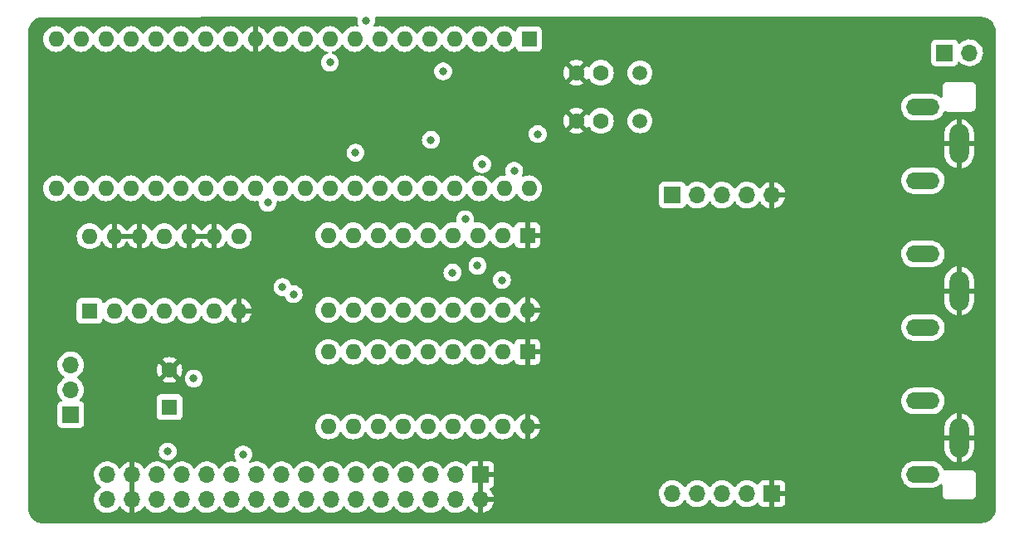
<source format=gbr>
%TF.GenerationSoftware,KiCad,Pcbnew,(6.0.5-0)*%
%TF.CreationDate,2023-04-14T17:42:22+02:00*%
%TF.ProjectId,pixel juice,70697865-6c20-46a7-9569-63652e6b6963,rev?*%
%TF.SameCoordinates,Original*%
%TF.FileFunction,Copper,L2,Inr*%
%TF.FilePolarity,Positive*%
%FSLAX46Y46*%
G04 Gerber Fmt 4.6, Leading zero omitted, Abs format (unit mm)*
G04 Created by KiCad (PCBNEW (6.0.5-0)) date 2023-04-14 17:42:22*
%MOMM*%
%LPD*%
G01*
G04 APERTURE LIST*
%TA.AperFunction,ComponentPad*%
%ADD10R,1.700000X1.700000*%
%TD*%
%TA.AperFunction,ComponentPad*%
%ADD11O,1.700000X1.700000*%
%TD*%
%TA.AperFunction,ComponentPad*%
%ADD12R,1.600000X1.600000*%
%TD*%
%TA.AperFunction,ComponentPad*%
%ADD13O,1.600000X1.600000*%
%TD*%
%TA.AperFunction,ComponentPad*%
%ADD14O,2.000000X4.000000*%
%TD*%
%TA.AperFunction,ComponentPad*%
%ADD15O,3.400000X1.700000*%
%TD*%
%TA.AperFunction,ComponentPad*%
%ADD16C,1.600000*%
%TD*%
%TA.AperFunction,ComponentPad*%
%ADD17C,1.500000*%
%TD*%
%TA.AperFunction,ViaPad*%
%ADD18C,0.800000*%
%TD*%
G04 APERTURE END LIST*
D10*
%TO.N,GND*%
%TO.C,J1*%
X147231100Y-112522000D03*
D11*
X147231100Y-115062000D03*
%TO.N,+5V*%
X144691100Y-112522000D03*
X144691100Y-115062000D03*
%TO.N,~{WRITE}*%
X142151100Y-112522000D03*
%TO.N,AUDIO_CLK_{OUT}*%
X142151100Y-115062000D03*
%TO.N,~{READ}*%
X139611100Y-112522000D03*
%TO.N,unconnected-(J1-Pad8)*%
X139611100Y-115062000D03*
%TO.N,~{NMI}*%
X137071100Y-112522000D03*
%TO.N,~{RES}*%
X137071100Y-115062000D03*
%TO.N,~{IRQ}*%
X134531100Y-112522000D03*
%TO.N,unconnected-(J1-Pad12)*%
X134531100Y-115062000D03*
%TO.N,D7*%
X131991100Y-112522000D03*
%TO.N,unconnected-(J1-Pad14)*%
X131991100Y-115062000D03*
%TO.N,D6*%
X129451100Y-112522000D03*
%TO.N,~{CS}*%
X129451100Y-115062000D03*
%TO.N,D5*%
X126911100Y-112522000D03*
%TO.N,unconnected-(J1-Pad18)*%
X126911100Y-115062000D03*
%TO.N,D4*%
X124371100Y-112522000D03*
%TO.N,unconnected-(J1-Pad20)*%
X124371100Y-115062000D03*
%TO.N,D3*%
X121831100Y-112522000D03*
%TO.N,unconnected-(J1-Pad22)*%
X121831100Y-115062000D03*
%TO.N,D2*%
X119291100Y-112522000D03*
%TO.N,unconnected-(J1-Pad24)*%
X119291100Y-115062000D03*
%TO.N,D1*%
X116751100Y-112522000D03*
%TO.N,unconnected-(J1-Pad26)*%
X116751100Y-115062000D03*
%TO.N,D0*%
X114211100Y-112522000D03*
%TO.N,A0*%
X114211100Y-115062000D03*
%TO.N,GND*%
X111671100Y-112522000D03*
X111671100Y-115062000D03*
%TO.N,+5V*%
X109131100Y-112522000D03*
X109131100Y-115062000D03*
%TD*%
D12*
%TO.N,GND*%
%TO.C,U3*%
X152003600Y-99979800D03*
D13*
%TO.N,RD0*%
X149463600Y-99979800D03*
%TO.N,RD1*%
X146923600Y-99979800D03*
%TO.N,R~{W}*%
X144383600Y-99979800D03*
%TO.N,~{RAS}*%
X141843600Y-99979800D03*
%TO.N,Net-(U1-Pad4)*%
X139303600Y-99979800D03*
%TO.N,Net-(U1-Pad5)*%
X136763600Y-99979800D03*
%TO.N,Net-(U1-Pad6)*%
X134223600Y-99979800D03*
%TO.N,+5V*%
X131683600Y-99979800D03*
%TO.N,Net-(U1-Pad3)*%
X131683600Y-107599800D03*
%TO.N,Net-(U1-Pad7)*%
X134223600Y-107599800D03*
%TO.N,Net-(U1-Pad8)*%
X136763600Y-107599800D03*
%TO.N,Net-(U1-Pad9)*%
X139303600Y-107599800D03*
%TO.N,Net-(U1-Pad10)*%
X141843600Y-107599800D03*
%TO.N,RD2*%
X144383600Y-107599800D03*
%TO.N,~{CAS}*%
X146923600Y-107599800D03*
%TO.N,RD3*%
X149463600Y-107599800D03*
%TO.N,GND*%
X152003600Y-107599800D03*
%TD*%
D12*
%TO.N,~{READ}*%
%TO.C,U4*%
X107325000Y-95800000D03*
D13*
%TO.N,~{CS}*%
X109865000Y-95800000D03*
%TO.N,~{CSR}*%
X112405000Y-95800000D03*
%TO.N,~{CS}*%
X114945000Y-95800000D03*
%TO.N,~{WRITE}*%
X117485000Y-95800000D03*
%TO.N,~{CSW}*%
X120025000Y-95800000D03*
%TO.N,GND*%
X122565000Y-95800000D03*
%TO.N,unconnected-(U4-Pad8)*%
X122565000Y-88180000D03*
%TO.N,GND*%
X120025000Y-88180000D03*
X117485000Y-88180000D03*
%TO.N,unconnected-(U4-Pad11)*%
X114945000Y-88180000D03*
%TO.N,GND*%
X112405000Y-88180000D03*
X109865000Y-88180000D03*
%TO.N,+5V*%
X107325000Y-88180000D03*
%TD*%
D12*
%TO.N,GND*%
%TO.C,U2*%
X152003600Y-88079800D03*
D13*
%TO.N,RD4*%
X149463600Y-88079800D03*
%TO.N,RD5*%
X146923600Y-88079800D03*
%TO.N,R~{W}*%
X144383600Y-88079800D03*
%TO.N,~{RAS}*%
X141843600Y-88079800D03*
%TO.N,Net-(U1-Pad4)*%
X139303600Y-88079800D03*
%TO.N,Net-(U1-Pad5)*%
X136763600Y-88079800D03*
%TO.N,Net-(U1-Pad6)*%
X134223600Y-88079800D03*
%TO.N,+5V*%
X131683600Y-88079800D03*
%TO.N,Net-(U1-Pad3)*%
X131683600Y-95699800D03*
%TO.N,Net-(U1-Pad7)*%
X134223600Y-95699800D03*
%TO.N,Net-(U1-Pad8)*%
X136763600Y-95699800D03*
%TO.N,Net-(U1-Pad9)*%
X139303600Y-95699800D03*
%TO.N,Net-(U1-Pad10)*%
X141843600Y-95699800D03*
%TO.N,RD6*%
X144383600Y-95699800D03*
%TO.N,~{CAS}*%
X146923600Y-95699800D03*
%TO.N,RD7*%
X149463600Y-95699800D03*
%TO.N,GND*%
X152003600Y-95699800D03*
%TD*%
D14*
%TO.N,GND*%
%TO.C,J4*%
X196050000Y-78750000D03*
D15*
%TO.N,/B-Y_{out}*%
X192350000Y-82500000D03*
%TO.N,unconnected-(J4-Pad3)*%
X192350000Y-75000000D03*
D14*
%TO.N,GND*%
X196050000Y-93750000D03*
D15*
%TO.N,/Y_{out}*%
X192350000Y-97500000D03*
%TO.N,unconnected-(J4-Pad6)*%
X192350000Y-90000000D03*
D14*
%TO.N,GND*%
X196050000Y-108750000D03*
D15*
%TO.N,/R-Y_{out}*%
X192350000Y-112500000D03*
%TO.N,unconnected-(J4-Pad9)*%
X192350000Y-105000000D03*
%TD*%
D10*
%TO.N,GND*%
%TO.C,J6*%
X176950000Y-114450000D03*
D11*
%TO.N,/B-Y_{out}*%
X174410000Y-114450000D03*
%TO.N,/Y_{out}*%
X171870000Y-114450000D03*
%TO.N,/R-Y_{out}*%
X169330000Y-114450000D03*
%TO.N,+5V*%
X166790000Y-114450000D03*
%TD*%
D10*
%TO.N,AUDIO_CLK_{OUT}*%
%TO.C,J3*%
X194575000Y-69450000D03*
D11*
%TO.N,AUDIO_CLK_{IN}*%
X197115000Y-69450000D03*
%TD*%
D12*
%TO.N,+5V*%
%TO.C,C6*%
X115475000Y-105627700D03*
D16*
%TO.N,GND*%
X115475000Y-101827700D03*
%TD*%
D17*
%TO.N,Net-(C2-Pad2)*%
%TO.C,Y1*%
X163475000Y-76400000D03*
%TO.N,Net-(C1-Pad2)*%
X163475000Y-71500000D03*
%TD*%
D16*
%TO.N,GND*%
%TO.C,C2*%
X157000000Y-76400000D03*
%TO.N,Net-(C2-Pad2)*%
X159500000Y-76400000D03*
%TD*%
%TO.N,GND*%
%TO.C,C1*%
X157000000Y-71500000D03*
%TO.N,Net-(C1-Pad2)*%
X159500000Y-71500000D03*
%TD*%
D12*
%TO.N,~{RAS}*%
%TO.C,U1*%
X152163000Y-68047600D03*
D13*
%TO.N,~{CAS}*%
X149623000Y-68047600D03*
%TO.N,Net-(U1-Pad3)*%
X147083000Y-68047600D03*
%TO.N,Net-(U1-Pad4)*%
X144543000Y-68047600D03*
%TO.N,Net-(U1-Pad5)*%
X142003000Y-68047600D03*
%TO.N,Net-(U1-Pad6)*%
X139463000Y-68047600D03*
%TO.N,Net-(U1-Pad7)*%
X136923000Y-68047600D03*
%TO.N,Net-(U1-Pad8)*%
X134383000Y-68047600D03*
%TO.N,Net-(U1-Pad9)*%
X131843000Y-68047600D03*
%TO.N,Net-(U1-Pad10)*%
X129303000Y-68047600D03*
%TO.N,R~{W}*%
X126763000Y-68047600D03*
%TO.N,GND*%
X124223000Y-68047600D03*
%TO.N,A0*%
X121683000Y-68047600D03*
%TO.N,~{CSW}*%
X119143000Y-68047600D03*
%TO.N,~{CSR}*%
X116603000Y-68047600D03*
%TO.N,~{INT}*%
X114063000Y-68047600D03*
%TO.N,D0*%
X111523000Y-68047600D03*
%TO.N,D1*%
X108983000Y-68047600D03*
%TO.N,D2*%
X106443000Y-68047600D03*
%TO.N,D3*%
X103903000Y-68047600D03*
%TO.N,D4*%
X103903000Y-83287600D03*
%TO.N,D5*%
X106443000Y-83287600D03*
%TO.N,D6*%
X108983000Y-83287600D03*
%TO.N,D7*%
X111523000Y-83287600D03*
%TO.N,RD7*%
X114063000Y-83287600D03*
%TO.N,RD6*%
X116603000Y-83287600D03*
%TO.N,RD5*%
X119143000Y-83287600D03*
%TO.N,RD4*%
X121683000Y-83287600D03*
%TO.N,RD3*%
X124223000Y-83287600D03*
%TO.N,RD2*%
X126763000Y-83287600D03*
%TO.N,RD1*%
X129303000Y-83287600D03*
%TO.N,RD0*%
X131843000Y-83287600D03*
%TO.N,+5V*%
X134383000Y-83287600D03*
%TO.N,~{RES}*%
X136923000Y-83287600D03*
%TO.N,B-Y*%
X139463000Y-83287600D03*
%TO.N,Y*%
X142003000Y-83287600D03*
%TO.N,AUDIO_CLK_{IN}*%
X144543000Y-83287600D03*
%TO.N,R-Y*%
X147083000Y-83287600D03*
%TO.N,Net-(C2-Pad2)*%
X149623000Y-83287600D03*
%TO.N,Net-(C1-Pad2)*%
X152163000Y-83287600D03*
%TD*%
D10*
%TO.N,~{NMI}*%
%TO.C,J2*%
X105400000Y-106380000D03*
D11*
%TO.N,~{INT}*%
X105400000Y-103840000D03*
%TO.N,~{IRQ}*%
X105400000Y-101300000D03*
%TD*%
D10*
%TO.N,+5V*%
%TO.C,J5*%
X166800000Y-83975000D03*
D11*
%TO.N,R-Y*%
X169340000Y-83975000D03*
%TO.N,Y*%
X171880000Y-83975000D03*
%TO.N,B-Y*%
X174420000Y-83975000D03*
%TO.N,GND*%
X176960000Y-83975000D03*
%TD*%
D18*
%TO.N,+5V*%
X134450000Y-79650000D03*
%TO.N,GND*%
X103400000Y-91750000D03*
X129400000Y-90700000D03*
%TO.N,~{CS}*%
X123000000Y-110450000D03*
%TO.N,R~{W}*%
X143400000Y-71350000D03*
%TO.N,~{RES}*%
X125500000Y-84750000D03*
%TO.N,~{WRITE}*%
X117950000Y-102700000D03*
%TO.N,A0*%
X115300000Y-110150000D03*
%TO.N,~{RAS}*%
X145650000Y-86450000D03*
%TO.N,Net-(U1-Pad3)*%
X131850000Y-70450000D03*
%TO.N,RD7*%
X149400000Y-92650000D03*
%TO.N,RD6*%
X144350000Y-91900000D03*
%TO.N,RD5*%
X146900000Y-91200000D03*
%TO.N,RD3*%
X153050000Y-77750000D03*
%TO.N,RD2*%
X142150000Y-78350000D03*
%TO.N,RD1*%
X147375480Y-80824520D03*
%TO.N,RD0*%
X150650000Y-81500000D03*
%TO.N,Net-(U1-Pad7)*%
X135550000Y-66150000D03*
%TO.N,Net-(U1-Pad9)*%
X128150000Y-94100000D03*
%TO.N,Net-(U1-Pad10)*%
X127000000Y-93375000D03*
%TD*%
%TA.AperFunction,Conductor*%
%TO.N,GND*%
G36*
X198270712Y-65793433D02*
G01*
X198286235Y-65795813D01*
X198286240Y-65795813D01*
X198295110Y-65797173D01*
X198304011Y-65795988D01*
X198304012Y-65795988D01*
X198310370Y-65795142D01*
X198335684Y-65794340D01*
X198501552Y-65805805D01*
X198519339Y-65808318D01*
X198706717Y-65848590D01*
X198723963Y-65853606D01*
X198903707Y-65920112D01*
X198920061Y-65927528D01*
X199088528Y-66018922D01*
X199103666Y-66028591D01*
X199235840Y-66126951D01*
X199257414Y-66143006D01*
X199271021Y-66154727D01*
X199281583Y-66165227D01*
X199406943Y-66289850D01*
X199418747Y-66303390D01*
X199534070Y-66456462D01*
X199543828Y-66471541D01*
X199556977Y-66495440D01*
X199636214Y-66639461D01*
X199643729Y-66655778D01*
X199711293Y-66835121D01*
X199716411Y-66852338D01*
X199757789Y-67039476D01*
X199760408Y-67057247D01*
X199771084Y-67199466D01*
X199772319Y-67215925D01*
X199771628Y-67234094D01*
X199771558Y-67242207D01*
X199770208Y-67251084D01*
X199771404Y-67259982D01*
X199774323Y-67281704D01*
X199775446Y-67298406D01*
X199793015Y-94501029D01*
X199806779Y-115811097D01*
X199806828Y-115887323D01*
X199805329Y-115906781D01*
X199801668Y-115930293D01*
X199803655Y-115945489D01*
X199803663Y-115945547D01*
X199804406Y-115970872D01*
X199801861Y-116006473D01*
X199791999Y-116144396D01*
X199789442Y-116162185D01*
X199774061Y-116232896D01*
X199747069Y-116356985D01*
X199742004Y-116374234D01*
X199672343Y-116561008D01*
X199664875Y-116577361D01*
X199569338Y-116752329D01*
X199559621Y-116767449D01*
X199463935Y-116895271D01*
X199440153Y-116927040D01*
X199428380Y-116940626D01*
X199287426Y-117081580D01*
X199273840Y-117093353D01*
X199114249Y-117212821D01*
X199099129Y-117222538D01*
X198924161Y-117318075D01*
X198907808Y-117325543D01*
X198721034Y-117395204D01*
X198703784Y-117400269D01*
X198508987Y-117442642D01*
X198491197Y-117445199D01*
X198324766Y-117457099D01*
X198306789Y-117456351D01*
X198298518Y-117456250D01*
X198289645Y-117454868D01*
X198280742Y-117456032D01*
X198280740Y-117456032D01*
X198258023Y-117459002D01*
X198241708Y-117460065D01*
X165337050Y-117465029D01*
X102599362Y-117474494D01*
X102580258Y-117473039D01*
X102555852Y-117469296D01*
X102546951Y-117470481D01*
X102540596Y-117471327D01*
X102515278Y-117472129D01*
X102467877Y-117468851D01*
X102349409Y-117460659D01*
X102331624Y-117458146D01*
X102181729Y-117425928D01*
X102144239Y-117417870D01*
X102127002Y-117412856D01*
X102026861Y-117375802D01*
X101947252Y-117346345D01*
X101930892Y-117338926D01*
X101762430Y-117247532D01*
X101747299Y-117237868D01*
X101593531Y-117123439D01*
X101579933Y-117111724D01*
X101444006Y-116976597D01*
X101432217Y-116963076D01*
X101316878Y-116809985D01*
X101307123Y-116794910D01*
X101283695Y-116752329D01*
X101214730Y-116626982D01*
X101207221Y-116610679D01*
X101139649Y-116431329D01*
X101134530Y-116414111D01*
X101093148Y-116226973D01*
X101090530Y-116209203D01*
X101078620Y-116050600D01*
X101079324Y-116032073D01*
X101079391Y-116024238D01*
X101080740Y-116015367D01*
X101076659Y-115985016D01*
X101075536Y-115968215D01*
X101075540Y-115945547D01*
X101075681Y-115028695D01*
X107768351Y-115028695D01*
X107768648Y-115033848D01*
X107768648Y-115033851D01*
X107780912Y-115246547D01*
X107781210Y-115251715D01*
X107782347Y-115256761D01*
X107782348Y-115256767D01*
X107795697Y-115316000D01*
X107830322Y-115469639D01*
X107914366Y-115676616D01*
X107961373Y-115753324D01*
X108028391Y-115862688D01*
X108031087Y-115867088D01*
X108177350Y-116035938D01*
X108349226Y-116178632D01*
X108542100Y-116291338D01*
X108750792Y-116371030D01*
X108755860Y-116372061D01*
X108755863Y-116372062D01*
X108850962Y-116391410D01*
X108969697Y-116415567D01*
X108974872Y-116415757D01*
X108974874Y-116415757D01*
X109187773Y-116423564D01*
X109187777Y-116423564D01*
X109192937Y-116423753D01*
X109198057Y-116423097D01*
X109198059Y-116423097D01*
X109409388Y-116396025D01*
X109409389Y-116396025D01*
X109414516Y-116395368D01*
X109419466Y-116393883D01*
X109623529Y-116332661D01*
X109623534Y-116332659D01*
X109628484Y-116331174D01*
X109829094Y-116232896D01*
X110010960Y-116103173D01*
X110169196Y-115945489D01*
X110180116Y-115930293D01*
X110299553Y-115764077D01*
X110300740Y-115764930D01*
X110348060Y-115721362D01*
X110417997Y-115709145D01*
X110483438Y-115736678D01*
X110511266Y-115768511D01*
X110568794Y-115862388D01*
X110574877Y-115870699D01*
X110714313Y-116031667D01*
X110721680Y-116038883D01*
X110885534Y-116174916D01*
X110893981Y-116180831D01*
X111077856Y-116288279D01*
X111087142Y-116292729D01*
X111286101Y-116368703D01*
X111295999Y-116371579D01*
X111399350Y-116392606D01*
X111413399Y-116391410D01*
X111417100Y-116381065D01*
X111417100Y-116380517D01*
X111925100Y-116380517D01*
X111929164Y-116394359D01*
X111942578Y-116396393D01*
X111949284Y-116395534D01*
X111959362Y-116393392D01*
X112163355Y-116332191D01*
X112172942Y-116328433D01*
X112364195Y-116234739D01*
X112373045Y-116229464D01*
X112546428Y-116105792D01*
X112554300Y-116099139D01*
X112705152Y-115948812D01*
X112711830Y-115940965D01*
X112839122Y-115763819D01*
X112840379Y-115764722D01*
X112887473Y-115721362D01*
X112957411Y-115709145D01*
X113022851Y-115736678D01*
X113050679Y-115768511D01*
X113111087Y-115867088D01*
X113257350Y-116035938D01*
X113429226Y-116178632D01*
X113622100Y-116291338D01*
X113830792Y-116371030D01*
X113835860Y-116372061D01*
X113835863Y-116372062D01*
X113930962Y-116391410D01*
X114049697Y-116415567D01*
X114054872Y-116415757D01*
X114054874Y-116415757D01*
X114267773Y-116423564D01*
X114267777Y-116423564D01*
X114272937Y-116423753D01*
X114278057Y-116423097D01*
X114278059Y-116423097D01*
X114489388Y-116396025D01*
X114489389Y-116396025D01*
X114494516Y-116395368D01*
X114499466Y-116393883D01*
X114703529Y-116332661D01*
X114703534Y-116332659D01*
X114708484Y-116331174D01*
X114909094Y-116232896D01*
X115090960Y-116103173D01*
X115249196Y-115945489D01*
X115260116Y-115930293D01*
X115379553Y-115764077D01*
X115380876Y-115765028D01*
X115427745Y-115721857D01*
X115497680Y-115709625D01*
X115563126Y-115737144D01*
X115590975Y-115768994D01*
X115651087Y-115867088D01*
X115797350Y-116035938D01*
X115969226Y-116178632D01*
X116162100Y-116291338D01*
X116370792Y-116371030D01*
X116375860Y-116372061D01*
X116375863Y-116372062D01*
X116470962Y-116391410D01*
X116589697Y-116415567D01*
X116594872Y-116415757D01*
X116594874Y-116415757D01*
X116807773Y-116423564D01*
X116807777Y-116423564D01*
X116812937Y-116423753D01*
X116818057Y-116423097D01*
X116818059Y-116423097D01*
X117029388Y-116396025D01*
X117029389Y-116396025D01*
X117034516Y-116395368D01*
X117039466Y-116393883D01*
X117243529Y-116332661D01*
X117243534Y-116332659D01*
X117248484Y-116331174D01*
X117449094Y-116232896D01*
X117630960Y-116103173D01*
X117789196Y-115945489D01*
X117800116Y-115930293D01*
X117919553Y-115764077D01*
X117920876Y-115765028D01*
X117967745Y-115721857D01*
X118037680Y-115709625D01*
X118103126Y-115737144D01*
X118130975Y-115768994D01*
X118191087Y-115867088D01*
X118337350Y-116035938D01*
X118509226Y-116178632D01*
X118702100Y-116291338D01*
X118910792Y-116371030D01*
X118915860Y-116372061D01*
X118915863Y-116372062D01*
X119010962Y-116391410D01*
X119129697Y-116415567D01*
X119134872Y-116415757D01*
X119134874Y-116415757D01*
X119347773Y-116423564D01*
X119347777Y-116423564D01*
X119352937Y-116423753D01*
X119358057Y-116423097D01*
X119358059Y-116423097D01*
X119569388Y-116396025D01*
X119569389Y-116396025D01*
X119574516Y-116395368D01*
X119579466Y-116393883D01*
X119783529Y-116332661D01*
X119783534Y-116332659D01*
X119788484Y-116331174D01*
X119989094Y-116232896D01*
X120170960Y-116103173D01*
X120329196Y-115945489D01*
X120340116Y-115930293D01*
X120459553Y-115764077D01*
X120460876Y-115765028D01*
X120507745Y-115721857D01*
X120577680Y-115709625D01*
X120643126Y-115737144D01*
X120670975Y-115768994D01*
X120731087Y-115867088D01*
X120877350Y-116035938D01*
X121049226Y-116178632D01*
X121242100Y-116291338D01*
X121450792Y-116371030D01*
X121455860Y-116372061D01*
X121455863Y-116372062D01*
X121550962Y-116391410D01*
X121669697Y-116415567D01*
X121674872Y-116415757D01*
X121674874Y-116415757D01*
X121887773Y-116423564D01*
X121887777Y-116423564D01*
X121892937Y-116423753D01*
X121898057Y-116423097D01*
X121898059Y-116423097D01*
X122109388Y-116396025D01*
X122109389Y-116396025D01*
X122114516Y-116395368D01*
X122119466Y-116393883D01*
X122323529Y-116332661D01*
X122323534Y-116332659D01*
X122328484Y-116331174D01*
X122529094Y-116232896D01*
X122710960Y-116103173D01*
X122869196Y-115945489D01*
X122880116Y-115930293D01*
X122999553Y-115764077D01*
X123000876Y-115765028D01*
X123047745Y-115721857D01*
X123117680Y-115709625D01*
X123183126Y-115737144D01*
X123210975Y-115768994D01*
X123271087Y-115867088D01*
X123417350Y-116035938D01*
X123589226Y-116178632D01*
X123782100Y-116291338D01*
X123990792Y-116371030D01*
X123995860Y-116372061D01*
X123995863Y-116372062D01*
X124090962Y-116391410D01*
X124209697Y-116415567D01*
X124214872Y-116415757D01*
X124214874Y-116415757D01*
X124427773Y-116423564D01*
X124427777Y-116423564D01*
X124432937Y-116423753D01*
X124438057Y-116423097D01*
X124438059Y-116423097D01*
X124649388Y-116396025D01*
X124649389Y-116396025D01*
X124654516Y-116395368D01*
X124659466Y-116393883D01*
X124863529Y-116332661D01*
X124863534Y-116332659D01*
X124868484Y-116331174D01*
X125069094Y-116232896D01*
X125250960Y-116103173D01*
X125409196Y-115945489D01*
X125420116Y-115930293D01*
X125539553Y-115764077D01*
X125540876Y-115765028D01*
X125587745Y-115721857D01*
X125657680Y-115709625D01*
X125723126Y-115737144D01*
X125750975Y-115768994D01*
X125811087Y-115867088D01*
X125957350Y-116035938D01*
X126129226Y-116178632D01*
X126322100Y-116291338D01*
X126530792Y-116371030D01*
X126535860Y-116372061D01*
X126535863Y-116372062D01*
X126630962Y-116391410D01*
X126749697Y-116415567D01*
X126754872Y-116415757D01*
X126754874Y-116415757D01*
X126967773Y-116423564D01*
X126967777Y-116423564D01*
X126972937Y-116423753D01*
X126978057Y-116423097D01*
X126978059Y-116423097D01*
X127189388Y-116396025D01*
X127189389Y-116396025D01*
X127194516Y-116395368D01*
X127199466Y-116393883D01*
X127403529Y-116332661D01*
X127403534Y-116332659D01*
X127408484Y-116331174D01*
X127609094Y-116232896D01*
X127790960Y-116103173D01*
X127949196Y-115945489D01*
X127960116Y-115930293D01*
X128079553Y-115764077D01*
X128080876Y-115765028D01*
X128127745Y-115721857D01*
X128197680Y-115709625D01*
X128263126Y-115737144D01*
X128290975Y-115768994D01*
X128351087Y-115867088D01*
X128497350Y-116035938D01*
X128669226Y-116178632D01*
X128862100Y-116291338D01*
X129070792Y-116371030D01*
X129075860Y-116372061D01*
X129075863Y-116372062D01*
X129170962Y-116391410D01*
X129289697Y-116415567D01*
X129294872Y-116415757D01*
X129294874Y-116415757D01*
X129507773Y-116423564D01*
X129507777Y-116423564D01*
X129512937Y-116423753D01*
X129518057Y-116423097D01*
X129518059Y-116423097D01*
X129729388Y-116396025D01*
X129729389Y-116396025D01*
X129734516Y-116395368D01*
X129739466Y-116393883D01*
X129943529Y-116332661D01*
X129943534Y-116332659D01*
X129948484Y-116331174D01*
X130149094Y-116232896D01*
X130330960Y-116103173D01*
X130489196Y-115945489D01*
X130500116Y-115930293D01*
X130619553Y-115764077D01*
X130620876Y-115765028D01*
X130667745Y-115721857D01*
X130737680Y-115709625D01*
X130803126Y-115737144D01*
X130830975Y-115768994D01*
X130891087Y-115867088D01*
X131037350Y-116035938D01*
X131209226Y-116178632D01*
X131402100Y-116291338D01*
X131610792Y-116371030D01*
X131615860Y-116372061D01*
X131615863Y-116372062D01*
X131710962Y-116391410D01*
X131829697Y-116415567D01*
X131834872Y-116415757D01*
X131834874Y-116415757D01*
X132047773Y-116423564D01*
X132047777Y-116423564D01*
X132052937Y-116423753D01*
X132058057Y-116423097D01*
X132058059Y-116423097D01*
X132269388Y-116396025D01*
X132269389Y-116396025D01*
X132274516Y-116395368D01*
X132279466Y-116393883D01*
X132483529Y-116332661D01*
X132483534Y-116332659D01*
X132488484Y-116331174D01*
X132689094Y-116232896D01*
X132870960Y-116103173D01*
X133029196Y-115945489D01*
X133040116Y-115930293D01*
X133159553Y-115764077D01*
X133160876Y-115765028D01*
X133207745Y-115721857D01*
X133277680Y-115709625D01*
X133343126Y-115737144D01*
X133370975Y-115768994D01*
X133431087Y-115867088D01*
X133577350Y-116035938D01*
X133749226Y-116178632D01*
X133942100Y-116291338D01*
X134150792Y-116371030D01*
X134155860Y-116372061D01*
X134155863Y-116372062D01*
X134250962Y-116391410D01*
X134369697Y-116415567D01*
X134374872Y-116415757D01*
X134374874Y-116415757D01*
X134587773Y-116423564D01*
X134587777Y-116423564D01*
X134592937Y-116423753D01*
X134598057Y-116423097D01*
X134598059Y-116423097D01*
X134809388Y-116396025D01*
X134809389Y-116396025D01*
X134814516Y-116395368D01*
X134819466Y-116393883D01*
X135023529Y-116332661D01*
X135023534Y-116332659D01*
X135028484Y-116331174D01*
X135229094Y-116232896D01*
X135410960Y-116103173D01*
X135569196Y-115945489D01*
X135580116Y-115930293D01*
X135699553Y-115764077D01*
X135700876Y-115765028D01*
X135747745Y-115721857D01*
X135817680Y-115709625D01*
X135883126Y-115737144D01*
X135910975Y-115768994D01*
X135971087Y-115867088D01*
X136117350Y-116035938D01*
X136289226Y-116178632D01*
X136482100Y-116291338D01*
X136690792Y-116371030D01*
X136695860Y-116372061D01*
X136695863Y-116372062D01*
X136790962Y-116391410D01*
X136909697Y-116415567D01*
X136914872Y-116415757D01*
X136914874Y-116415757D01*
X137127773Y-116423564D01*
X137127777Y-116423564D01*
X137132937Y-116423753D01*
X137138057Y-116423097D01*
X137138059Y-116423097D01*
X137349388Y-116396025D01*
X137349389Y-116396025D01*
X137354516Y-116395368D01*
X137359466Y-116393883D01*
X137563529Y-116332661D01*
X137563534Y-116332659D01*
X137568484Y-116331174D01*
X137769094Y-116232896D01*
X137950960Y-116103173D01*
X138109196Y-115945489D01*
X138120116Y-115930293D01*
X138239553Y-115764077D01*
X138240876Y-115765028D01*
X138287745Y-115721857D01*
X138357680Y-115709625D01*
X138423126Y-115737144D01*
X138450975Y-115768994D01*
X138511087Y-115867088D01*
X138657350Y-116035938D01*
X138829226Y-116178632D01*
X139022100Y-116291338D01*
X139230792Y-116371030D01*
X139235860Y-116372061D01*
X139235863Y-116372062D01*
X139330962Y-116391410D01*
X139449697Y-116415567D01*
X139454872Y-116415757D01*
X139454874Y-116415757D01*
X139667773Y-116423564D01*
X139667777Y-116423564D01*
X139672937Y-116423753D01*
X139678057Y-116423097D01*
X139678059Y-116423097D01*
X139889388Y-116396025D01*
X139889389Y-116396025D01*
X139894516Y-116395368D01*
X139899466Y-116393883D01*
X140103529Y-116332661D01*
X140103534Y-116332659D01*
X140108484Y-116331174D01*
X140309094Y-116232896D01*
X140490960Y-116103173D01*
X140649196Y-115945489D01*
X140660116Y-115930293D01*
X140779553Y-115764077D01*
X140780876Y-115765028D01*
X140827745Y-115721857D01*
X140897680Y-115709625D01*
X140963126Y-115737144D01*
X140990975Y-115768994D01*
X141051087Y-115867088D01*
X141197350Y-116035938D01*
X141369226Y-116178632D01*
X141562100Y-116291338D01*
X141770792Y-116371030D01*
X141775860Y-116372061D01*
X141775863Y-116372062D01*
X141870962Y-116391410D01*
X141989697Y-116415567D01*
X141994872Y-116415757D01*
X141994874Y-116415757D01*
X142207773Y-116423564D01*
X142207777Y-116423564D01*
X142212937Y-116423753D01*
X142218057Y-116423097D01*
X142218059Y-116423097D01*
X142429388Y-116396025D01*
X142429389Y-116396025D01*
X142434516Y-116395368D01*
X142439466Y-116393883D01*
X142643529Y-116332661D01*
X142643534Y-116332659D01*
X142648484Y-116331174D01*
X142849094Y-116232896D01*
X143030960Y-116103173D01*
X143189196Y-115945489D01*
X143200116Y-115930293D01*
X143319553Y-115764077D01*
X143320876Y-115765028D01*
X143367745Y-115721857D01*
X143437680Y-115709625D01*
X143503126Y-115737144D01*
X143530975Y-115768994D01*
X143591087Y-115867088D01*
X143737350Y-116035938D01*
X143909226Y-116178632D01*
X144102100Y-116291338D01*
X144310792Y-116371030D01*
X144315860Y-116372061D01*
X144315863Y-116372062D01*
X144410962Y-116391410D01*
X144529697Y-116415567D01*
X144534872Y-116415757D01*
X144534874Y-116415757D01*
X144747773Y-116423564D01*
X144747777Y-116423564D01*
X144752937Y-116423753D01*
X144758057Y-116423097D01*
X144758059Y-116423097D01*
X144969388Y-116396025D01*
X144969389Y-116396025D01*
X144974516Y-116395368D01*
X144979466Y-116393883D01*
X145183529Y-116332661D01*
X145183534Y-116332659D01*
X145188484Y-116331174D01*
X145389094Y-116232896D01*
X145570960Y-116103173D01*
X145729196Y-115945489D01*
X145740116Y-115930293D01*
X145859553Y-115764077D01*
X145860740Y-115764930D01*
X145908060Y-115721362D01*
X145977997Y-115709145D01*
X146043438Y-115736678D01*
X146071266Y-115768511D01*
X146128794Y-115862388D01*
X146134877Y-115870699D01*
X146274313Y-116031667D01*
X146281680Y-116038883D01*
X146445534Y-116174916D01*
X146453981Y-116180831D01*
X146637856Y-116288279D01*
X146647142Y-116292729D01*
X146846101Y-116368703D01*
X146855999Y-116371579D01*
X146959350Y-116392606D01*
X146973399Y-116391410D01*
X146977100Y-116381065D01*
X146977100Y-116380517D01*
X147485100Y-116380517D01*
X147489164Y-116394359D01*
X147502578Y-116396393D01*
X147509284Y-116395534D01*
X147519362Y-116393392D01*
X147723355Y-116332191D01*
X147732942Y-116328433D01*
X147924195Y-116234739D01*
X147933045Y-116229464D01*
X148106428Y-116105792D01*
X148114300Y-116099139D01*
X148265152Y-115948812D01*
X148271830Y-115940965D01*
X148396103Y-115768020D01*
X148401413Y-115759183D01*
X148495770Y-115568267D01*
X148499569Y-115558672D01*
X148561477Y-115354910D01*
X148563655Y-115344837D01*
X148565086Y-115333962D01*
X148562875Y-115319778D01*
X148549717Y-115316000D01*
X147503215Y-115316000D01*
X147487976Y-115320475D01*
X147486771Y-115321865D01*
X147485100Y-115329548D01*
X147485100Y-116380517D01*
X146977100Y-116380517D01*
X146977100Y-114789885D01*
X147485100Y-114789885D01*
X147489575Y-114805124D01*
X147490965Y-114806329D01*
X147498648Y-114808000D01*
X148549444Y-114808000D01*
X148562975Y-114804027D01*
X148564280Y-114794947D01*
X148522314Y-114627875D01*
X148518994Y-114618124D01*
X148434072Y-114422814D01*
X148430790Y-114416695D01*
X165427251Y-114416695D01*
X165427548Y-114421848D01*
X165427548Y-114421851D01*
X165434484Y-114542147D01*
X165440110Y-114639715D01*
X165441247Y-114644761D01*
X165441248Y-114644767D01*
X165460888Y-114731912D01*
X165489222Y-114857639D01*
X165543756Y-114991942D01*
X165570954Y-115058921D01*
X165573266Y-115064616D01*
X165612469Y-115128590D01*
X165687291Y-115250688D01*
X165689987Y-115255088D01*
X165836250Y-115423938D01*
X166008126Y-115566632D01*
X166201000Y-115679338D01*
X166409692Y-115759030D01*
X166414760Y-115760061D01*
X166414763Y-115760062D01*
X166522017Y-115781883D01*
X166628597Y-115803567D01*
X166633772Y-115803757D01*
X166633774Y-115803757D01*
X166846673Y-115811564D01*
X166846677Y-115811564D01*
X166851837Y-115811753D01*
X166856957Y-115811097D01*
X166856959Y-115811097D01*
X167068288Y-115784025D01*
X167068289Y-115784025D01*
X167073416Y-115783368D01*
X167122937Y-115768511D01*
X167282429Y-115720661D01*
X167282434Y-115720659D01*
X167287384Y-115719174D01*
X167487994Y-115620896D01*
X167669860Y-115491173D01*
X167691470Y-115469639D01*
X167811458Y-115350069D01*
X167828096Y-115333489D01*
X167837448Y-115320475D01*
X167958453Y-115152077D01*
X167959776Y-115153028D01*
X168006645Y-115109857D01*
X168076580Y-115097625D01*
X168142026Y-115125144D01*
X168169875Y-115156994D01*
X168229987Y-115255088D01*
X168376250Y-115423938D01*
X168548126Y-115566632D01*
X168741000Y-115679338D01*
X168949692Y-115759030D01*
X168954760Y-115760061D01*
X168954763Y-115760062D01*
X169062017Y-115781883D01*
X169168597Y-115803567D01*
X169173772Y-115803757D01*
X169173774Y-115803757D01*
X169386673Y-115811564D01*
X169386677Y-115811564D01*
X169391837Y-115811753D01*
X169396957Y-115811097D01*
X169396959Y-115811097D01*
X169608288Y-115784025D01*
X169608289Y-115784025D01*
X169613416Y-115783368D01*
X169662937Y-115768511D01*
X169822429Y-115720661D01*
X169822434Y-115720659D01*
X169827384Y-115719174D01*
X170027994Y-115620896D01*
X170209860Y-115491173D01*
X170231470Y-115469639D01*
X170351458Y-115350069D01*
X170368096Y-115333489D01*
X170377448Y-115320475D01*
X170498453Y-115152077D01*
X170499776Y-115153028D01*
X170546645Y-115109857D01*
X170616580Y-115097625D01*
X170682026Y-115125144D01*
X170709875Y-115156994D01*
X170769987Y-115255088D01*
X170916250Y-115423938D01*
X171088126Y-115566632D01*
X171281000Y-115679338D01*
X171489692Y-115759030D01*
X171494760Y-115760061D01*
X171494763Y-115760062D01*
X171602017Y-115781883D01*
X171708597Y-115803567D01*
X171713772Y-115803757D01*
X171713774Y-115803757D01*
X171926673Y-115811564D01*
X171926677Y-115811564D01*
X171931837Y-115811753D01*
X171936957Y-115811097D01*
X171936959Y-115811097D01*
X172148288Y-115784025D01*
X172148289Y-115784025D01*
X172153416Y-115783368D01*
X172202937Y-115768511D01*
X172362429Y-115720661D01*
X172362434Y-115720659D01*
X172367384Y-115719174D01*
X172567994Y-115620896D01*
X172749860Y-115491173D01*
X172771470Y-115469639D01*
X172891458Y-115350069D01*
X172908096Y-115333489D01*
X172917448Y-115320475D01*
X173038453Y-115152077D01*
X173039776Y-115153028D01*
X173086645Y-115109857D01*
X173156580Y-115097625D01*
X173222026Y-115125144D01*
X173249875Y-115156994D01*
X173309987Y-115255088D01*
X173456250Y-115423938D01*
X173628126Y-115566632D01*
X173821000Y-115679338D01*
X174029692Y-115759030D01*
X174034760Y-115760061D01*
X174034763Y-115760062D01*
X174142017Y-115781883D01*
X174248597Y-115803567D01*
X174253772Y-115803757D01*
X174253774Y-115803757D01*
X174466673Y-115811564D01*
X174466677Y-115811564D01*
X174471837Y-115811753D01*
X174476957Y-115811097D01*
X174476959Y-115811097D01*
X174688288Y-115784025D01*
X174688289Y-115784025D01*
X174693416Y-115783368D01*
X174742937Y-115768511D01*
X174902429Y-115720661D01*
X174902434Y-115720659D01*
X174907384Y-115719174D01*
X175107994Y-115620896D01*
X175289860Y-115491173D01*
X175311470Y-115469639D01*
X175398479Y-115382933D01*
X175460851Y-115349017D01*
X175531658Y-115354205D01*
X175588419Y-115396851D01*
X175605401Y-115427954D01*
X175646676Y-115538054D01*
X175655214Y-115553649D01*
X175731715Y-115655724D01*
X175744276Y-115668285D01*
X175846351Y-115744786D01*
X175861946Y-115753324D01*
X175982394Y-115798478D01*
X175997649Y-115802105D01*
X176048514Y-115807631D01*
X176055328Y-115808000D01*
X176677885Y-115808000D01*
X176693124Y-115803525D01*
X176694329Y-115802135D01*
X176696000Y-115794452D01*
X176696000Y-115789884D01*
X177204000Y-115789884D01*
X177208475Y-115805123D01*
X177209865Y-115806328D01*
X177217548Y-115807999D01*
X177844669Y-115807999D01*
X177851490Y-115807629D01*
X177902352Y-115802105D01*
X177917604Y-115798479D01*
X178038054Y-115753324D01*
X178053649Y-115744786D01*
X178155724Y-115668285D01*
X178168285Y-115655724D01*
X178244786Y-115553649D01*
X178253324Y-115538054D01*
X178298478Y-115417606D01*
X178302105Y-115402351D01*
X178307631Y-115351486D01*
X178308000Y-115344672D01*
X178308000Y-114722115D01*
X178303525Y-114706876D01*
X178302135Y-114705671D01*
X178294452Y-114704000D01*
X177222115Y-114704000D01*
X177206876Y-114708475D01*
X177205671Y-114709865D01*
X177204000Y-114717548D01*
X177204000Y-115789884D01*
X176696000Y-115789884D01*
X176696000Y-114177885D01*
X177204000Y-114177885D01*
X177208475Y-114193124D01*
X177209865Y-114194329D01*
X177217548Y-114196000D01*
X178289884Y-114196000D01*
X178305123Y-114191525D01*
X178306328Y-114190135D01*
X178307999Y-114182452D01*
X178307999Y-113555331D01*
X178307629Y-113548510D01*
X178302105Y-113497648D01*
X178298479Y-113482396D01*
X178253324Y-113361946D01*
X178244786Y-113346351D01*
X178168285Y-113244276D01*
X178155724Y-113231715D01*
X178053649Y-113155214D01*
X178038054Y-113146676D01*
X177917606Y-113101522D01*
X177902351Y-113097895D01*
X177851486Y-113092369D01*
X177844672Y-113092000D01*
X177222115Y-113092000D01*
X177206876Y-113096475D01*
X177205671Y-113097865D01*
X177204000Y-113105548D01*
X177204000Y-114177885D01*
X176696000Y-114177885D01*
X176696000Y-113110116D01*
X176691525Y-113094877D01*
X176690135Y-113093672D01*
X176682452Y-113092001D01*
X176055331Y-113092001D01*
X176048510Y-113092371D01*
X175997648Y-113097895D01*
X175982396Y-113101521D01*
X175861946Y-113146676D01*
X175846351Y-113155214D01*
X175744276Y-113231715D01*
X175731715Y-113244276D01*
X175655214Y-113346351D01*
X175646676Y-113361946D01*
X175605297Y-113472322D01*
X175562655Y-113529087D01*
X175496093Y-113553786D01*
X175426744Y-113538578D01*
X175394121Y-113512891D01*
X175343151Y-113456876D01*
X175343145Y-113456870D01*
X175339670Y-113453051D01*
X175335619Y-113449852D01*
X175335615Y-113449848D01*
X175168414Y-113317800D01*
X175168410Y-113317798D01*
X175164359Y-113314598D01*
X175143924Y-113303317D01*
X175029775Y-113240304D01*
X174968789Y-113206638D01*
X174963920Y-113204914D01*
X174963916Y-113204912D01*
X174763087Y-113133795D01*
X174763083Y-113133794D01*
X174758212Y-113132069D01*
X174753119Y-113131162D01*
X174753116Y-113131161D01*
X174543373Y-113093800D01*
X174543367Y-113093799D01*
X174538284Y-113092894D01*
X174464452Y-113091992D01*
X174320081Y-113090228D01*
X174320079Y-113090228D01*
X174314911Y-113090165D01*
X174094091Y-113123955D01*
X173881756Y-113193357D01*
X173683607Y-113296507D01*
X173679474Y-113299610D01*
X173679471Y-113299612D01*
X173510865Y-113426205D01*
X173504965Y-113430635D01*
X173478560Y-113458266D01*
X173376048Y-113565539D01*
X173350629Y-113592138D01*
X173243201Y-113749621D01*
X173188293Y-113794621D01*
X173117768Y-113802792D01*
X173054021Y-113771538D01*
X173033324Y-113747054D01*
X172952822Y-113622617D01*
X172952820Y-113622614D01*
X172950014Y-113618277D01*
X172799670Y-113453051D01*
X172795619Y-113449852D01*
X172795615Y-113449848D01*
X172628414Y-113317800D01*
X172628410Y-113317798D01*
X172624359Y-113314598D01*
X172603924Y-113303317D01*
X172489775Y-113240304D01*
X172428789Y-113206638D01*
X172423920Y-113204914D01*
X172423916Y-113204912D01*
X172223087Y-113133795D01*
X172223083Y-113133794D01*
X172218212Y-113132069D01*
X172213119Y-113131162D01*
X172213116Y-113131161D01*
X172003373Y-113093800D01*
X172003367Y-113093799D01*
X171998284Y-113092894D01*
X171924452Y-113091992D01*
X171780081Y-113090228D01*
X171780079Y-113090228D01*
X171774911Y-113090165D01*
X171554091Y-113123955D01*
X171341756Y-113193357D01*
X171143607Y-113296507D01*
X171139474Y-113299610D01*
X171139471Y-113299612D01*
X170970865Y-113426205D01*
X170964965Y-113430635D01*
X170938560Y-113458266D01*
X170836048Y-113565539D01*
X170810629Y-113592138D01*
X170703201Y-113749621D01*
X170648293Y-113794621D01*
X170577768Y-113802792D01*
X170514021Y-113771538D01*
X170493324Y-113747054D01*
X170412822Y-113622617D01*
X170412820Y-113622614D01*
X170410014Y-113618277D01*
X170259670Y-113453051D01*
X170255619Y-113449852D01*
X170255615Y-113449848D01*
X170088414Y-113317800D01*
X170088410Y-113317798D01*
X170084359Y-113314598D01*
X170063924Y-113303317D01*
X169949775Y-113240304D01*
X169888789Y-113206638D01*
X169883920Y-113204914D01*
X169883916Y-113204912D01*
X169683087Y-113133795D01*
X169683083Y-113133794D01*
X169678212Y-113132069D01*
X169673119Y-113131162D01*
X169673116Y-113131161D01*
X169463373Y-113093800D01*
X169463367Y-113093799D01*
X169458284Y-113092894D01*
X169384452Y-113091992D01*
X169240081Y-113090228D01*
X169240079Y-113090228D01*
X169234911Y-113090165D01*
X169014091Y-113123955D01*
X168801756Y-113193357D01*
X168603607Y-113296507D01*
X168599474Y-113299610D01*
X168599471Y-113299612D01*
X168430865Y-113426205D01*
X168424965Y-113430635D01*
X168398560Y-113458266D01*
X168296048Y-113565539D01*
X168270629Y-113592138D01*
X168163201Y-113749621D01*
X168108293Y-113794621D01*
X168037768Y-113802792D01*
X167974021Y-113771538D01*
X167953324Y-113747054D01*
X167872822Y-113622617D01*
X167872820Y-113622614D01*
X167870014Y-113618277D01*
X167719670Y-113453051D01*
X167715619Y-113449852D01*
X167715615Y-113449848D01*
X167548414Y-113317800D01*
X167548410Y-113317798D01*
X167544359Y-113314598D01*
X167523924Y-113303317D01*
X167409775Y-113240304D01*
X167348789Y-113206638D01*
X167343920Y-113204914D01*
X167343916Y-113204912D01*
X167143087Y-113133795D01*
X167143083Y-113133794D01*
X167138212Y-113132069D01*
X167133119Y-113131162D01*
X167133116Y-113131161D01*
X166923373Y-113093800D01*
X166923367Y-113093799D01*
X166918284Y-113092894D01*
X166844452Y-113091992D01*
X166700081Y-113090228D01*
X166700079Y-113090228D01*
X166694911Y-113090165D01*
X166474091Y-113123955D01*
X166261756Y-113193357D01*
X166063607Y-113296507D01*
X166059474Y-113299610D01*
X166059471Y-113299612D01*
X165890865Y-113426205D01*
X165884965Y-113430635D01*
X165858560Y-113458266D01*
X165756048Y-113565539D01*
X165730629Y-113592138D01*
X165727720Y-113596403D01*
X165727714Y-113596411D01*
X165669687Y-113681476D01*
X165604743Y-113776680D01*
X165585894Y-113817287D01*
X165536120Y-113924517D01*
X165510688Y-113979305D01*
X165450989Y-114194570D01*
X165427251Y-114416695D01*
X148430790Y-114416695D01*
X148429205Y-114413739D01*
X148313526Y-114234926D01*
X148307236Y-114226757D01*
X148163031Y-114068279D01*
X148131979Y-114004433D01*
X148140373Y-113933934D01*
X148185550Y-113879166D01*
X148211994Y-113865497D01*
X148319154Y-113825324D01*
X148334749Y-113816786D01*
X148436824Y-113740285D01*
X148449385Y-113727724D01*
X148525886Y-113625649D01*
X148534424Y-113610054D01*
X148579578Y-113489606D01*
X148583205Y-113474351D01*
X148588731Y-113423486D01*
X148589100Y-113416672D01*
X148589100Y-112794115D01*
X148584625Y-112778876D01*
X148583235Y-112777671D01*
X148575552Y-112776000D01*
X147503215Y-112776000D01*
X147487976Y-112780475D01*
X147486771Y-112781865D01*
X147485100Y-112789548D01*
X147485100Y-114789885D01*
X146977100Y-114789885D01*
X146977100Y-112435774D01*
X190138102Y-112435774D01*
X190146751Y-112666158D01*
X190194093Y-112891791D01*
X190196051Y-112896750D01*
X190196052Y-112896752D01*
X190273871Y-113093800D01*
X190278776Y-113106221D01*
X190281543Y-113110780D01*
X190281544Y-113110783D01*
X190353277Y-113228994D01*
X190398377Y-113303317D01*
X190401874Y-113307347D01*
X190545032Y-113472322D01*
X190549477Y-113477445D01*
X190566822Y-113491667D01*
X190723627Y-113620240D01*
X190723633Y-113620244D01*
X190727755Y-113623624D01*
X190732391Y-113626263D01*
X190732394Y-113626265D01*
X190850522Y-113693507D01*
X190928114Y-113737675D01*
X191144825Y-113816337D01*
X191150074Y-113817286D01*
X191150077Y-113817287D01*
X191367608Y-113856623D01*
X191367615Y-113856624D01*
X191371692Y-113857361D01*
X191389414Y-113858197D01*
X191394356Y-113858430D01*
X191394363Y-113858430D01*
X191395844Y-113858500D01*
X193257890Y-113858500D01*
X193324809Y-113852822D01*
X193424409Y-113844371D01*
X193424413Y-113844370D01*
X193429720Y-113843920D01*
X193434875Y-113842582D01*
X193434881Y-113842581D01*
X193647703Y-113787343D01*
X193647707Y-113787342D01*
X193652872Y-113786001D01*
X193657738Y-113783809D01*
X193657741Y-113783808D01*
X193858202Y-113693507D01*
X193863075Y-113691312D01*
X194054319Y-113562559D01*
X194063516Y-113553786D01*
X194129528Y-113490813D01*
X194192625Y-113458266D01*
X194263301Y-113464997D01*
X194319119Y-113508871D01*
X194342500Y-113581983D01*
X194342500Y-114541377D01*
X194342498Y-114542147D01*
X194342024Y-114619721D01*
X194344491Y-114628352D01*
X194350150Y-114648153D01*
X194353728Y-114664915D01*
X194357920Y-114694187D01*
X194368542Y-114717548D01*
X194368548Y-114717562D01*
X194374996Y-114735086D01*
X194382051Y-114759771D01*
X194386843Y-114767365D01*
X194386844Y-114767368D01*
X194397830Y-114784780D01*
X194405969Y-114799863D01*
X194418208Y-114826782D01*
X194424069Y-114833584D01*
X194434970Y-114846235D01*
X194446073Y-114861239D01*
X194459776Y-114882958D01*
X194466501Y-114888897D01*
X194466504Y-114888901D01*
X194481938Y-114902532D01*
X194493982Y-114914724D01*
X194507427Y-114930327D01*
X194507430Y-114930329D01*
X194513287Y-114937127D01*
X194520816Y-114942007D01*
X194520817Y-114942008D01*
X194534835Y-114951094D01*
X194549709Y-114962385D01*
X194562217Y-114973431D01*
X194568951Y-114979378D01*
X194595711Y-114991942D01*
X194610691Y-115000263D01*
X194627983Y-115011471D01*
X194627988Y-115011473D01*
X194635515Y-115016352D01*
X194644108Y-115018922D01*
X194644113Y-115018924D01*
X194660120Y-115023711D01*
X194677564Y-115030372D01*
X194692676Y-115037467D01*
X194692678Y-115037468D01*
X194700800Y-115041281D01*
X194709667Y-115042662D01*
X194709668Y-115042662D01*
X194712353Y-115043080D01*
X194730017Y-115045830D01*
X194746732Y-115049613D01*
X194766466Y-115055515D01*
X194766472Y-115055516D01*
X194775066Y-115058086D01*
X194784037Y-115058141D01*
X194784038Y-115058141D01*
X194794097Y-115058202D01*
X194809506Y-115058296D01*
X194810289Y-115058329D01*
X194811386Y-115058500D01*
X194842377Y-115058500D01*
X194843147Y-115058502D01*
X194916785Y-115058952D01*
X194916786Y-115058952D01*
X194920721Y-115058976D01*
X194922065Y-115058592D01*
X194923410Y-115058500D01*
X197240377Y-115058500D01*
X197241148Y-115058502D01*
X197318721Y-115058976D01*
X197347152Y-115050850D01*
X197363915Y-115047272D01*
X197364753Y-115047152D01*
X197393187Y-115043080D01*
X197416564Y-115032451D01*
X197434087Y-115026004D01*
X197458771Y-115018949D01*
X197466365Y-115014157D01*
X197466368Y-115014156D01*
X197483780Y-115003170D01*
X197498865Y-114995030D01*
X197525782Y-114982792D01*
X197545235Y-114966030D01*
X197560239Y-114954927D01*
X197581958Y-114941224D01*
X197587897Y-114934499D01*
X197587901Y-114934496D01*
X197601532Y-114919062D01*
X197613724Y-114907018D01*
X197629327Y-114893573D01*
X197629329Y-114893570D01*
X197636127Y-114887713D01*
X197650094Y-114866165D01*
X197661385Y-114851291D01*
X197672431Y-114838783D01*
X197672432Y-114838782D01*
X197678378Y-114832049D01*
X197690943Y-114805287D01*
X197699263Y-114790309D01*
X197710471Y-114773017D01*
X197710473Y-114773012D01*
X197715352Y-114765485D01*
X197717922Y-114756892D01*
X197717924Y-114756887D01*
X197722711Y-114740880D01*
X197729372Y-114723436D01*
X197736467Y-114708324D01*
X197736468Y-114708322D01*
X197740281Y-114700200D01*
X197744830Y-114670983D01*
X197748613Y-114654268D01*
X197754515Y-114634534D01*
X197754516Y-114634528D01*
X197757086Y-114625934D01*
X197757296Y-114591494D01*
X197757329Y-114590711D01*
X197757500Y-114589614D01*
X197757500Y-114558623D01*
X197757502Y-114557853D01*
X197757952Y-114484215D01*
X197757952Y-114484214D01*
X197757976Y-114480279D01*
X197757592Y-114478935D01*
X197757500Y-114477590D01*
X197757500Y-112557623D01*
X197757502Y-112556853D01*
X197757921Y-112488254D01*
X197757976Y-112479279D01*
X197749850Y-112450847D01*
X197746272Y-112434085D01*
X197743352Y-112413698D01*
X197742080Y-112404813D01*
X197731451Y-112381436D01*
X197725004Y-112363913D01*
X197720416Y-112347862D01*
X197717949Y-112339229D01*
X197713156Y-112331632D01*
X197702170Y-112314220D01*
X197694030Y-112299135D01*
X197681792Y-112272218D01*
X197665030Y-112252765D01*
X197653927Y-112237761D01*
X197640224Y-112216042D01*
X197633499Y-112210103D01*
X197633496Y-112210099D01*
X197618062Y-112196468D01*
X197606018Y-112184276D01*
X197592573Y-112168673D01*
X197592570Y-112168671D01*
X197586713Y-112161873D01*
X197565165Y-112147906D01*
X197550291Y-112136615D01*
X197537783Y-112125569D01*
X197537782Y-112125568D01*
X197531049Y-112119622D01*
X197504287Y-112107057D01*
X197489309Y-112098737D01*
X197472017Y-112087529D01*
X197472012Y-112087527D01*
X197464485Y-112082648D01*
X197455892Y-112080078D01*
X197455887Y-112080076D01*
X197439880Y-112075289D01*
X197422436Y-112068628D01*
X197407324Y-112061533D01*
X197407322Y-112061532D01*
X197399200Y-112057719D01*
X197390333Y-112056338D01*
X197390332Y-112056338D01*
X197379478Y-112054648D01*
X197369983Y-112053170D01*
X197353268Y-112049387D01*
X197333534Y-112043485D01*
X197333528Y-112043484D01*
X197324934Y-112040914D01*
X197315963Y-112040859D01*
X197315962Y-112040859D01*
X197305903Y-112040798D01*
X197290494Y-112040704D01*
X197289711Y-112040671D01*
X197288614Y-112040500D01*
X197257623Y-112040500D01*
X197256853Y-112040498D01*
X197183215Y-112040048D01*
X197183214Y-112040048D01*
X197179279Y-112040024D01*
X197177935Y-112040408D01*
X197176590Y-112040500D01*
X194859623Y-112040500D01*
X194858853Y-112040498D01*
X194858037Y-112040493D01*
X194781279Y-112040024D01*
X194758918Y-112046415D01*
X194752847Y-112048150D01*
X194736085Y-112051728D01*
X194706813Y-112055920D01*
X194698645Y-112059634D01*
X194698644Y-112059634D01*
X194683438Y-112066548D01*
X194665913Y-112072996D01*
X194649859Y-112077584D01*
X194649856Y-112077585D01*
X194641229Y-112080051D01*
X194636065Y-112083309D01*
X194567146Y-112092674D01*
X194502796Y-112062681D01*
X194468852Y-112014380D01*
X194423187Y-111898748D01*
X194423184Y-111898742D01*
X194421224Y-111893779D01*
X194409979Y-111875247D01*
X194304390Y-111701243D01*
X194301623Y-111696683D01*
X194273382Y-111664138D01*
X194154023Y-111526588D01*
X194154021Y-111526586D01*
X194150523Y-111522555D01*
X194108970Y-111488484D01*
X193976373Y-111379760D01*
X193976367Y-111379756D01*
X193972245Y-111376376D01*
X193967609Y-111373737D01*
X193967606Y-111373735D01*
X193776529Y-111264968D01*
X193771886Y-111262325D01*
X193555175Y-111183663D01*
X193549926Y-111182714D01*
X193549923Y-111182713D01*
X193332392Y-111143377D01*
X193332385Y-111143376D01*
X193328308Y-111142639D01*
X193310586Y-111141803D01*
X193305644Y-111141570D01*
X193305637Y-111141570D01*
X193304156Y-111141500D01*
X191442110Y-111141500D01*
X191375191Y-111147178D01*
X191275591Y-111155629D01*
X191275587Y-111155630D01*
X191270280Y-111156080D01*
X191265125Y-111157418D01*
X191265119Y-111157419D01*
X191052297Y-111212657D01*
X191052293Y-111212658D01*
X191047128Y-111213999D01*
X191042262Y-111216191D01*
X191042259Y-111216192D01*
X190906451Y-111277369D01*
X190836925Y-111308688D01*
X190645681Y-111437441D01*
X190641824Y-111441120D01*
X190641822Y-111441122D01*
X190580595Y-111499530D01*
X190478865Y-111596576D01*
X190475682Y-111600854D01*
X190457132Y-111625786D01*
X190341246Y-111781542D01*
X190338830Y-111786293D01*
X190338828Y-111786297D01*
X190309498Y-111843986D01*
X190236760Y-111987051D01*
X190235178Y-111992145D01*
X190235177Y-111992148D01*
X190183748Y-112157776D01*
X190168393Y-112207227D01*
X190167692Y-112212516D01*
X190141028Y-112413698D01*
X190138102Y-112435774D01*
X146977100Y-112435774D01*
X146977100Y-112249885D01*
X147485100Y-112249885D01*
X147489575Y-112265124D01*
X147490965Y-112266329D01*
X147498648Y-112268000D01*
X148570984Y-112268000D01*
X148586223Y-112263525D01*
X148587428Y-112262135D01*
X148589099Y-112254452D01*
X148589099Y-111627331D01*
X148588729Y-111620510D01*
X148583205Y-111569648D01*
X148579579Y-111554396D01*
X148534424Y-111433946D01*
X148525886Y-111418351D01*
X148449385Y-111316276D01*
X148436824Y-111303715D01*
X148334749Y-111227214D01*
X148319154Y-111218676D01*
X148198706Y-111173522D01*
X148183451Y-111169895D01*
X148132586Y-111164369D01*
X148125772Y-111164000D01*
X147503215Y-111164000D01*
X147487976Y-111168475D01*
X147486771Y-111169865D01*
X147485100Y-111177548D01*
X147485100Y-112249885D01*
X146977100Y-112249885D01*
X146977100Y-111182116D01*
X146972625Y-111166877D01*
X146971235Y-111165672D01*
X146963552Y-111164001D01*
X146336431Y-111164001D01*
X146329610Y-111164371D01*
X146278748Y-111169895D01*
X146263496Y-111173521D01*
X146143046Y-111218676D01*
X146127451Y-111227214D01*
X146025376Y-111303715D01*
X146012815Y-111316276D01*
X145936314Y-111418351D01*
X145927776Y-111433946D01*
X145886397Y-111544322D01*
X145843755Y-111601087D01*
X145777193Y-111625786D01*
X145707844Y-111610578D01*
X145675221Y-111584891D01*
X145624251Y-111528876D01*
X145624245Y-111528870D01*
X145620770Y-111525051D01*
X145616719Y-111521852D01*
X145616715Y-111521848D01*
X145449514Y-111389800D01*
X145449510Y-111389798D01*
X145445459Y-111386598D01*
X145409128Y-111366542D01*
X145325117Y-111320166D01*
X145249889Y-111278638D01*
X145245020Y-111276914D01*
X145245016Y-111276912D01*
X145044187Y-111205795D01*
X145044183Y-111205794D01*
X145039312Y-111204069D01*
X145034219Y-111203162D01*
X145034216Y-111203161D01*
X144824473Y-111165800D01*
X144824467Y-111165799D01*
X144819384Y-111164894D01*
X144745552Y-111163992D01*
X144601181Y-111162228D01*
X144601179Y-111162228D01*
X144596011Y-111162165D01*
X144375191Y-111195955D01*
X144162856Y-111265357D01*
X143964707Y-111368507D01*
X143960574Y-111371610D01*
X143960571Y-111371612D01*
X143790200Y-111499530D01*
X143786065Y-111502635D01*
X143631729Y-111664138D01*
X143524301Y-111821621D01*
X143469393Y-111866621D01*
X143398868Y-111874792D01*
X143335121Y-111843538D01*
X143314424Y-111819054D01*
X143233922Y-111694617D01*
X143233920Y-111694614D01*
X143231114Y-111690277D01*
X143080770Y-111525051D01*
X143076719Y-111521852D01*
X143076715Y-111521848D01*
X142909514Y-111389800D01*
X142909510Y-111389798D01*
X142905459Y-111386598D01*
X142869128Y-111366542D01*
X142785117Y-111320166D01*
X142709889Y-111278638D01*
X142705020Y-111276914D01*
X142705016Y-111276912D01*
X142504187Y-111205795D01*
X142504183Y-111205794D01*
X142499312Y-111204069D01*
X142494219Y-111203162D01*
X142494216Y-111203161D01*
X142284473Y-111165800D01*
X142284467Y-111165799D01*
X142279384Y-111164894D01*
X142205552Y-111163992D01*
X142061181Y-111162228D01*
X142061179Y-111162228D01*
X142056011Y-111162165D01*
X141835191Y-111195955D01*
X141622856Y-111265357D01*
X141424707Y-111368507D01*
X141420574Y-111371610D01*
X141420571Y-111371612D01*
X141250200Y-111499530D01*
X141246065Y-111502635D01*
X141091729Y-111664138D01*
X140984301Y-111821621D01*
X140929393Y-111866621D01*
X140858868Y-111874792D01*
X140795121Y-111843538D01*
X140774424Y-111819054D01*
X140693922Y-111694617D01*
X140693920Y-111694614D01*
X140691114Y-111690277D01*
X140540770Y-111525051D01*
X140536719Y-111521852D01*
X140536715Y-111521848D01*
X140369514Y-111389800D01*
X140369510Y-111389798D01*
X140365459Y-111386598D01*
X140329128Y-111366542D01*
X140245117Y-111320166D01*
X140169889Y-111278638D01*
X140165020Y-111276914D01*
X140165016Y-111276912D01*
X139964187Y-111205795D01*
X139964183Y-111205794D01*
X139959312Y-111204069D01*
X139954219Y-111203162D01*
X139954216Y-111203161D01*
X139744473Y-111165800D01*
X139744467Y-111165799D01*
X139739384Y-111164894D01*
X139665552Y-111163992D01*
X139521181Y-111162228D01*
X139521179Y-111162228D01*
X139516011Y-111162165D01*
X139295191Y-111195955D01*
X139082856Y-111265357D01*
X138884707Y-111368507D01*
X138880574Y-111371610D01*
X138880571Y-111371612D01*
X138710200Y-111499530D01*
X138706065Y-111502635D01*
X138551729Y-111664138D01*
X138444301Y-111821621D01*
X138389393Y-111866621D01*
X138318868Y-111874792D01*
X138255121Y-111843538D01*
X138234424Y-111819054D01*
X138153922Y-111694617D01*
X138153920Y-111694614D01*
X138151114Y-111690277D01*
X138000770Y-111525051D01*
X137996719Y-111521852D01*
X137996715Y-111521848D01*
X137829514Y-111389800D01*
X137829510Y-111389798D01*
X137825459Y-111386598D01*
X137789128Y-111366542D01*
X137705117Y-111320166D01*
X137629889Y-111278638D01*
X137625020Y-111276914D01*
X137625016Y-111276912D01*
X137424187Y-111205795D01*
X137424183Y-111205794D01*
X137419312Y-111204069D01*
X137414219Y-111203162D01*
X137414216Y-111203161D01*
X137204473Y-111165800D01*
X137204467Y-111165799D01*
X137199384Y-111164894D01*
X137125552Y-111163992D01*
X136981181Y-111162228D01*
X136981179Y-111162228D01*
X136976011Y-111162165D01*
X136755191Y-111195955D01*
X136542856Y-111265357D01*
X136344707Y-111368507D01*
X136340574Y-111371610D01*
X136340571Y-111371612D01*
X136170200Y-111499530D01*
X136166065Y-111502635D01*
X136011729Y-111664138D01*
X135904301Y-111821621D01*
X135849393Y-111866621D01*
X135778868Y-111874792D01*
X135715121Y-111843538D01*
X135694424Y-111819054D01*
X135613922Y-111694617D01*
X135613920Y-111694614D01*
X135611114Y-111690277D01*
X135460770Y-111525051D01*
X135456719Y-111521852D01*
X135456715Y-111521848D01*
X135289514Y-111389800D01*
X135289510Y-111389798D01*
X135285459Y-111386598D01*
X135249128Y-111366542D01*
X135165117Y-111320166D01*
X135089889Y-111278638D01*
X135085020Y-111276914D01*
X135085016Y-111276912D01*
X134884187Y-111205795D01*
X134884183Y-111205794D01*
X134879312Y-111204069D01*
X134874219Y-111203162D01*
X134874216Y-111203161D01*
X134664473Y-111165800D01*
X134664467Y-111165799D01*
X134659384Y-111164894D01*
X134585552Y-111163992D01*
X134441181Y-111162228D01*
X134441179Y-111162228D01*
X134436011Y-111162165D01*
X134215191Y-111195955D01*
X134002856Y-111265357D01*
X133804707Y-111368507D01*
X133800574Y-111371610D01*
X133800571Y-111371612D01*
X133630200Y-111499530D01*
X133626065Y-111502635D01*
X133471729Y-111664138D01*
X133364301Y-111821621D01*
X133309393Y-111866621D01*
X133238868Y-111874792D01*
X133175121Y-111843538D01*
X133154424Y-111819054D01*
X133073922Y-111694617D01*
X133073920Y-111694614D01*
X133071114Y-111690277D01*
X132920770Y-111525051D01*
X132916719Y-111521852D01*
X132916715Y-111521848D01*
X132749514Y-111389800D01*
X132749510Y-111389798D01*
X132745459Y-111386598D01*
X132709128Y-111366542D01*
X132625117Y-111320166D01*
X132549889Y-111278638D01*
X132545020Y-111276914D01*
X132545016Y-111276912D01*
X132344187Y-111205795D01*
X132344183Y-111205794D01*
X132339312Y-111204069D01*
X132334219Y-111203162D01*
X132334216Y-111203161D01*
X132124473Y-111165800D01*
X132124467Y-111165799D01*
X132119384Y-111164894D01*
X132045552Y-111163992D01*
X131901181Y-111162228D01*
X131901179Y-111162228D01*
X131896011Y-111162165D01*
X131675191Y-111195955D01*
X131462856Y-111265357D01*
X131264707Y-111368507D01*
X131260574Y-111371610D01*
X131260571Y-111371612D01*
X131090200Y-111499530D01*
X131086065Y-111502635D01*
X130931729Y-111664138D01*
X130824301Y-111821621D01*
X130769393Y-111866621D01*
X130698868Y-111874792D01*
X130635121Y-111843538D01*
X130614424Y-111819054D01*
X130533922Y-111694617D01*
X130533920Y-111694614D01*
X130531114Y-111690277D01*
X130380770Y-111525051D01*
X130376719Y-111521852D01*
X130376715Y-111521848D01*
X130209514Y-111389800D01*
X130209510Y-111389798D01*
X130205459Y-111386598D01*
X130169128Y-111366542D01*
X130085117Y-111320166D01*
X130009889Y-111278638D01*
X130005020Y-111276914D01*
X130005016Y-111276912D01*
X129804187Y-111205795D01*
X129804183Y-111205794D01*
X129799312Y-111204069D01*
X129794219Y-111203162D01*
X129794216Y-111203161D01*
X129584473Y-111165800D01*
X129584467Y-111165799D01*
X129579384Y-111164894D01*
X129505552Y-111163992D01*
X129361181Y-111162228D01*
X129361179Y-111162228D01*
X129356011Y-111162165D01*
X129135191Y-111195955D01*
X128922856Y-111265357D01*
X128724707Y-111368507D01*
X128720574Y-111371610D01*
X128720571Y-111371612D01*
X128550200Y-111499530D01*
X128546065Y-111502635D01*
X128391729Y-111664138D01*
X128284301Y-111821621D01*
X128229393Y-111866621D01*
X128158868Y-111874792D01*
X128095121Y-111843538D01*
X128074424Y-111819054D01*
X127993922Y-111694617D01*
X127993920Y-111694614D01*
X127991114Y-111690277D01*
X127840770Y-111525051D01*
X127836719Y-111521852D01*
X127836715Y-111521848D01*
X127669514Y-111389800D01*
X127669510Y-111389798D01*
X127665459Y-111386598D01*
X127629128Y-111366542D01*
X127545117Y-111320166D01*
X127469889Y-111278638D01*
X127465020Y-111276914D01*
X127465016Y-111276912D01*
X127264187Y-111205795D01*
X127264183Y-111205794D01*
X127259312Y-111204069D01*
X127254219Y-111203162D01*
X127254216Y-111203161D01*
X127044473Y-111165800D01*
X127044467Y-111165799D01*
X127039384Y-111164894D01*
X126965552Y-111163992D01*
X126821181Y-111162228D01*
X126821179Y-111162228D01*
X126816011Y-111162165D01*
X126595191Y-111195955D01*
X126382856Y-111265357D01*
X126184707Y-111368507D01*
X126180574Y-111371610D01*
X126180571Y-111371612D01*
X126010200Y-111499530D01*
X126006065Y-111502635D01*
X125851729Y-111664138D01*
X125744301Y-111821621D01*
X125689393Y-111866621D01*
X125618868Y-111874792D01*
X125555121Y-111843538D01*
X125534424Y-111819054D01*
X125453922Y-111694617D01*
X125453920Y-111694614D01*
X125451114Y-111690277D01*
X125300770Y-111525051D01*
X125296719Y-111521852D01*
X125296715Y-111521848D01*
X125129514Y-111389800D01*
X125129510Y-111389798D01*
X125125459Y-111386598D01*
X125089128Y-111366542D01*
X125005117Y-111320166D01*
X124929889Y-111278638D01*
X124925020Y-111276914D01*
X124925016Y-111276912D01*
X124724187Y-111205795D01*
X124724183Y-111205794D01*
X124719312Y-111204069D01*
X124714219Y-111203162D01*
X124714216Y-111203161D01*
X124504473Y-111165800D01*
X124504467Y-111165799D01*
X124499384Y-111164894D01*
X124425552Y-111163992D01*
X124281181Y-111162228D01*
X124281179Y-111162228D01*
X124276011Y-111162165D01*
X124055191Y-111195955D01*
X123842856Y-111265357D01*
X123793655Y-111290969D01*
X123723997Y-111304682D01*
X123657982Y-111278557D01*
X123616570Y-111220889D01*
X123612911Y-111149987D01*
X123641840Y-111094896D01*
X123734621Y-110991852D01*
X123734622Y-110991851D01*
X123739040Y-110986944D01*
X123834527Y-110821556D01*
X123893542Y-110639928D01*
X123913504Y-110450000D01*
X123904061Y-110360153D01*
X123894232Y-110266635D01*
X123894232Y-110266633D01*
X123893542Y-110260072D01*
X123834527Y-110078444D01*
X123739040Y-109913056D01*
X123644858Y-109808456D01*
X194542000Y-109808456D01*
X194542202Y-109813488D01*
X194556150Y-109986843D01*
X194557762Y-109996796D01*
X194613233Y-110222633D01*
X194616416Y-110232203D01*
X194707280Y-110446265D01*
X194711955Y-110455207D01*
X194835874Y-110651987D01*
X194841914Y-110660060D01*
X194995703Y-110834500D01*
X195002956Y-110841504D01*
X195182654Y-110989110D01*
X195190936Y-110994866D01*
X195391919Y-111111841D01*
X195401024Y-111116203D01*
X195618115Y-111199537D01*
X195627804Y-111202388D01*
X195778264Y-111233821D01*
X195792325Y-111232698D01*
X195796000Y-111222590D01*
X195796000Y-111220590D01*
X196304000Y-111220590D01*
X196308136Y-111234676D01*
X196321114Y-111236725D01*
X196338830Y-111234675D01*
X196348727Y-111232715D01*
X196572494Y-111169396D01*
X196581938Y-111165884D01*
X196792705Y-111067601D01*
X196801471Y-111062622D01*
X196993802Y-110931913D01*
X197001677Y-110925581D01*
X197170626Y-110765814D01*
X197177387Y-110758305D01*
X197318625Y-110573574D01*
X197324089Y-110565095D01*
X197433978Y-110360153D01*
X197438020Y-110350901D01*
X197513727Y-110131029D01*
X197516236Y-110121257D01*
X197556004Y-109891029D01*
X197556859Y-109883157D01*
X197557936Y-109859449D01*
X197558000Y-109856616D01*
X197558000Y-109022115D01*
X197553525Y-109006876D01*
X197552135Y-109005671D01*
X197544452Y-109004000D01*
X196322115Y-109004000D01*
X196306876Y-109008475D01*
X196305671Y-109009865D01*
X196304000Y-109017548D01*
X196304000Y-111220590D01*
X195796000Y-111220590D01*
X195796000Y-109022115D01*
X195791525Y-109006876D01*
X195790135Y-109005671D01*
X195782452Y-109004000D01*
X194560115Y-109004000D01*
X194544876Y-109008475D01*
X194543671Y-109009865D01*
X194542000Y-109017548D01*
X194542000Y-109808456D01*
X123644858Y-109808456D01*
X123611253Y-109771134D01*
X123456752Y-109658882D01*
X123450724Y-109656198D01*
X123450722Y-109656197D01*
X123288319Y-109583891D01*
X123288318Y-109583891D01*
X123282288Y-109581206D01*
X123188887Y-109561353D01*
X123101944Y-109542872D01*
X123101939Y-109542872D01*
X123095487Y-109541500D01*
X122904513Y-109541500D01*
X122898061Y-109542872D01*
X122898056Y-109542872D01*
X122811113Y-109561353D01*
X122717712Y-109581206D01*
X122711682Y-109583891D01*
X122711681Y-109583891D01*
X122549278Y-109656197D01*
X122549276Y-109656198D01*
X122543248Y-109658882D01*
X122388747Y-109771134D01*
X122260960Y-109913056D01*
X122165473Y-110078444D01*
X122106458Y-110260072D01*
X122105768Y-110266633D01*
X122105768Y-110266635D01*
X122095939Y-110360153D01*
X122086496Y-110450000D01*
X122106458Y-110639928D01*
X122165473Y-110821556D01*
X122260960Y-110986944D01*
X122265380Y-110991852D01*
X122269259Y-110997192D01*
X122267754Y-110998285D01*
X122294570Y-111054165D01*
X122285805Y-111124619D01*
X122240341Y-111179149D01*
X122172613Y-111200443D01*
X122148121Y-111198513D01*
X122099043Y-111189771D01*
X121964473Y-111165800D01*
X121964467Y-111165799D01*
X121959384Y-111164894D01*
X121885552Y-111163992D01*
X121741181Y-111162228D01*
X121741179Y-111162228D01*
X121736011Y-111162165D01*
X121515191Y-111195955D01*
X121302856Y-111265357D01*
X121104707Y-111368507D01*
X121100574Y-111371610D01*
X121100571Y-111371612D01*
X120930200Y-111499530D01*
X120926065Y-111502635D01*
X120771729Y-111664138D01*
X120664301Y-111821621D01*
X120609393Y-111866621D01*
X120538868Y-111874792D01*
X120475121Y-111843538D01*
X120454424Y-111819054D01*
X120373922Y-111694617D01*
X120373920Y-111694614D01*
X120371114Y-111690277D01*
X120220770Y-111525051D01*
X120216719Y-111521852D01*
X120216715Y-111521848D01*
X120049514Y-111389800D01*
X120049510Y-111389798D01*
X120045459Y-111386598D01*
X120009128Y-111366542D01*
X119925117Y-111320166D01*
X119849889Y-111278638D01*
X119845020Y-111276914D01*
X119845016Y-111276912D01*
X119644187Y-111205795D01*
X119644183Y-111205794D01*
X119639312Y-111204069D01*
X119634219Y-111203162D01*
X119634216Y-111203161D01*
X119424473Y-111165800D01*
X119424467Y-111165799D01*
X119419384Y-111164894D01*
X119345552Y-111163992D01*
X119201181Y-111162228D01*
X119201179Y-111162228D01*
X119196011Y-111162165D01*
X118975191Y-111195955D01*
X118762856Y-111265357D01*
X118564707Y-111368507D01*
X118560574Y-111371610D01*
X118560571Y-111371612D01*
X118390200Y-111499530D01*
X118386065Y-111502635D01*
X118231729Y-111664138D01*
X118124301Y-111821621D01*
X118069393Y-111866621D01*
X117998868Y-111874792D01*
X117935121Y-111843538D01*
X117914424Y-111819054D01*
X117833922Y-111694617D01*
X117833920Y-111694614D01*
X117831114Y-111690277D01*
X117680770Y-111525051D01*
X117676719Y-111521852D01*
X117676715Y-111521848D01*
X117509514Y-111389800D01*
X117509510Y-111389798D01*
X117505459Y-111386598D01*
X117469128Y-111366542D01*
X117385117Y-111320166D01*
X117309889Y-111278638D01*
X117305020Y-111276914D01*
X117305016Y-111276912D01*
X117104187Y-111205795D01*
X117104183Y-111205794D01*
X117099312Y-111204069D01*
X117094219Y-111203162D01*
X117094216Y-111203161D01*
X116884473Y-111165800D01*
X116884467Y-111165799D01*
X116879384Y-111164894D01*
X116805552Y-111163992D01*
X116661181Y-111162228D01*
X116661179Y-111162228D01*
X116656011Y-111162165D01*
X116435191Y-111195955D01*
X116222856Y-111265357D01*
X116024707Y-111368507D01*
X116020574Y-111371610D01*
X116020571Y-111371612D01*
X115850200Y-111499530D01*
X115846065Y-111502635D01*
X115691729Y-111664138D01*
X115584301Y-111821621D01*
X115529393Y-111866621D01*
X115458868Y-111874792D01*
X115395121Y-111843538D01*
X115374424Y-111819054D01*
X115293922Y-111694617D01*
X115293920Y-111694614D01*
X115291114Y-111690277D01*
X115140770Y-111525051D01*
X115136719Y-111521852D01*
X115136715Y-111521848D01*
X114969514Y-111389800D01*
X114969510Y-111389798D01*
X114965459Y-111386598D01*
X114929128Y-111366542D01*
X114845117Y-111320166D01*
X114769889Y-111278638D01*
X114765020Y-111276914D01*
X114765016Y-111276912D01*
X114564187Y-111205795D01*
X114564183Y-111205794D01*
X114559312Y-111204069D01*
X114554219Y-111203162D01*
X114554216Y-111203161D01*
X114344473Y-111165800D01*
X114344467Y-111165799D01*
X114339384Y-111164894D01*
X114265552Y-111163992D01*
X114121181Y-111162228D01*
X114121179Y-111162228D01*
X114116011Y-111162165D01*
X113895191Y-111195955D01*
X113682856Y-111265357D01*
X113484707Y-111368507D01*
X113480574Y-111371610D01*
X113480571Y-111371612D01*
X113310200Y-111499530D01*
X113306065Y-111502635D01*
X113151729Y-111664138D01*
X113044304Y-111821618D01*
X113043998Y-111822066D01*
X112989087Y-111867069D01*
X112918562Y-111875240D01*
X112854815Y-111843986D01*
X112834118Y-111819502D01*
X112753526Y-111694926D01*
X112747236Y-111686757D01*
X112603906Y-111529240D01*
X112596373Y-111522215D01*
X112429239Y-111390222D01*
X112420652Y-111384517D01*
X112234217Y-111281599D01*
X112224805Y-111277369D01*
X112024059Y-111206280D01*
X112014088Y-111203646D01*
X111942937Y-111190972D01*
X111929640Y-111192432D01*
X111925100Y-111206989D01*
X111925100Y-116380517D01*
X111417100Y-116380517D01*
X111417100Y-111205102D01*
X111413182Y-111191758D01*
X111398906Y-111189771D01*
X111360424Y-111195660D01*
X111350388Y-111198051D01*
X111147968Y-111264212D01*
X111138459Y-111268209D01*
X110949563Y-111366542D01*
X110940838Y-111372036D01*
X110770533Y-111499905D01*
X110762826Y-111506748D01*
X110615690Y-111660717D01*
X110609209Y-111668722D01*
X110504598Y-111822074D01*
X110449687Y-111867076D01*
X110379162Y-111875247D01*
X110315415Y-111843993D01*
X110294718Y-111819509D01*
X110213922Y-111694617D01*
X110213920Y-111694614D01*
X110211114Y-111690277D01*
X110060770Y-111525051D01*
X110056719Y-111521852D01*
X110056715Y-111521848D01*
X109889514Y-111389800D01*
X109889510Y-111389798D01*
X109885459Y-111386598D01*
X109849128Y-111366542D01*
X109765117Y-111320166D01*
X109689889Y-111278638D01*
X109685020Y-111276914D01*
X109685016Y-111276912D01*
X109484187Y-111205795D01*
X109484183Y-111205794D01*
X109479312Y-111204069D01*
X109474219Y-111203162D01*
X109474216Y-111203161D01*
X109264473Y-111165800D01*
X109264467Y-111165799D01*
X109259384Y-111164894D01*
X109185552Y-111163992D01*
X109041181Y-111162228D01*
X109041179Y-111162228D01*
X109036011Y-111162165D01*
X108815191Y-111195955D01*
X108602856Y-111265357D01*
X108404707Y-111368507D01*
X108400574Y-111371610D01*
X108400571Y-111371612D01*
X108230200Y-111499530D01*
X108226065Y-111502635D01*
X108071729Y-111664138D01*
X107945843Y-111848680D01*
X107924909Y-111893779D01*
X107856709Y-112040704D01*
X107851788Y-112051305D01*
X107792089Y-112266570D01*
X107768351Y-112488695D01*
X107781210Y-112711715D01*
X107782347Y-112716761D01*
X107782348Y-112716767D01*
X107796706Y-112780475D01*
X107830322Y-112929639D01*
X107862823Y-113009680D01*
X107903606Y-113110116D01*
X107914366Y-113136616D01*
X107956218Y-113204912D01*
X108028391Y-113322688D01*
X108031087Y-113327088D01*
X108177350Y-113495938D01*
X108349226Y-113638632D01*
X108419695Y-113679811D01*
X108422545Y-113681476D01*
X108471269Y-113733114D01*
X108484340Y-113802897D01*
X108457609Y-113868669D01*
X108417155Y-113902027D01*
X108404707Y-113908507D01*
X108400574Y-113911610D01*
X108400571Y-113911612D01*
X108230200Y-114039530D01*
X108226065Y-114042635D01*
X108222493Y-114046373D01*
X108085111Y-114190135D01*
X108071729Y-114204138D01*
X107945843Y-114388680D01*
X107851788Y-114591305D01*
X107818908Y-114709865D01*
X107796599Y-114790309D01*
X107792089Y-114806570D01*
X107768351Y-115028695D01*
X101075681Y-115028695D01*
X101076434Y-110150000D01*
X114386496Y-110150000D01*
X114406458Y-110339928D01*
X114465473Y-110521556D01*
X114560960Y-110686944D01*
X114688747Y-110828866D01*
X114843248Y-110941118D01*
X114849276Y-110943802D01*
X114849278Y-110943803D01*
X115011681Y-111016109D01*
X115017712Y-111018794D01*
X115111113Y-111038647D01*
X115198056Y-111057128D01*
X115198061Y-111057128D01*
X115204513Y-111058500D01*
X115395487Y-111058500D01*
X115401939Y-111057128D01*
X115401944Y-111057128D01*
X115488887Y-111038647D01*
X115582288Y-111018794D01*
X115588319Y-111016109D01*
X115750722Y-110943803D01*
X115750724Y-110943802D01*
X115756752Y-110941118D01*
X115911253Y-110828866D01*
X116039040Y-110686944D01*
X116134527Y-110521556D01*
X116193542Y-110339928D01*
X116213504Y-110150000D01*
X116193542Y-109960072D01*
X116134527Y-109778444D01*
X116039040Y-109613056D01*
X115911253Y-109471134D01*
X115756752Y-109358882D01*
X115750724Y-109356198D01*
X115750722Y-109356197D01*
X115588319Y-109283891D01*
X115588318Y-109283891D01*
X115582288Y-109281206D01*
X115488888Y-109261353D01*
X115401944Y-109242872D01*
X115401939Y-109242872D01*
X115395487Y-109241500D01*
X115204513Y-109241500D01*
X115198061Y-109242872D01*
X115198056Y-109242872D01*
X115111113Y-109261353D01*
X115017712Y-109281206D01*
X115011682Y-109283891D01*
X115011681Y-109283891D01*
X114849278Y-109356197D01*
X114849276Y-109356198D01*
X114843248Y-109358882D01*
X114688747Y-109471134D01*
X114560960Y-109613056D01*
X114465473Y-109778444D01*
X114406458Y-109960072D01*
X114386496Y-110150000D01*
X101076434Y-110150000D01*
X101077413Y-103806695D01*
X104037251Y-103806695D01*
X104037548Y-103811848D01*
X104037548Y-103811851D01*
X104045002Y-103941122D01*
X104050110Y-104029715D01*
X104051247Y-104034761D01*
X104051248Y-104034767D01*
X104064349Y-104092897D01*
X104099222Y-104247639D01*
X104183266Y-104454616D01*
X104200228Y-104482296D01*
X104277388Y-104608209D01*
X104299987Y-104645088D01*
X104446250Y-104813938D01*
X104450230Y-104817242D01*
X104454981Y-104821187D01*
X104494616Y-104880090D01*
X104496113Y-104951071D01*
X104458997Y-105011593D01*
X104418725Y-105036112D01*
X104329634Y-105069511D01*
X104303295Y-105079385D01*
X104186739Y-105166739D01*
X104099385Y-105283295D01*
X104048255Y-105419684D01*
X104041500Y-105481866D01*
X104041500Y-107278134D01*
X104048255Y-107340316D01*
X104099385Y-107476705D01*
X104186739Y-107593261D01*
X104303295Y-107680615D01*
X104439684Y-107731745D01*
X104501866Y-107738500D01*
X106298134Y-107738500D01*
X106360316Y-107731745D01*
X106496705Y-107680615D01*
X106604536Y-107599800D01*
X130370102Y-107599800D01*
X130390057Y-107827887D01*
X130391481Y-107833200D01*
X130391481Y-107833202D01*
X130400631Y-107867348D01*
X130449316Y-108049043D01*
X130451639Y-108054024D01*
X130451639Y-108054025D01*
X130543751Y-108251562D01*
X130543754Y-108251567D01*
X130546077Y-108256549D01*
X130677402Y-108444100D01*
X130839300Y-108605998D01*
X130843808Y-108609155D01*
X130843811Y-108609157D01*
X130921989Y-108663898D01*
X131026851Y-108737323D01*
X131031833Y-108739646D01*
X131031838Y-108739649D01*
X131228365Y-108831290D01*
X131234357Y-108834084D01*
X131239665Y-108835506D01*
X131239667Y-108835507D01*
X131450198Y-108891919D01*
X131450200Y-108891919D01*
X131455513Y-108893343D01*
X131683600Y-108913298D01*
X131911687Y-108893343D01*
X131917000Y-108891919D01*
X131917002Y-108891919D01*
X132127533Y-108835507D01*
X132127535Y-108835506D01*
X132132843Y-108834084D01*
X132138835Y-108831290D01*
X132335362Y-108739649D01*
X132335367Y-108739646D01*
X132340349Y-108737323D01*
X132445211Y-108663898D01*
X132523389Y-108609157D01*
X132523392Y-108609155D01*
X132527900Y-108605998D01*
X132689798Y-108444100D01*
X132821123Y-108256549D01*
X132823446Y-108251567D01*
X132823449Y-108251562D01*
X132839405Y-108217343D01*
X132886322Y-108164058D01*
X132954599Y-108144597D01*
X133022559Y-108165139D01*
X133067795Y-108217343D01*
X133083751Y-108251562D01*
X133083754Y-108251567D01*
X133086077Y-108256549D01*
X133217402Y-108444100D01*
X133379300Y-108605998D01*
X133383808Y-108609155D01*
X133383811Y-108609157D01*
X133461989Y-108663898D01*
X133566851Y-108737323D01*
X133571833Y-108739646D01*
X133571838Y-108739649D01*
X133768365Y-108831290D01*
X133774357Y-108834084D01*
X133779665Y-108835506D01*
X133779667Y-108835507D01*
X133990198Y-108891919D01*
X133990200Y-108891919D01*
X133995513Y-108893343D01*
X134223600Y-108913298D01*
X134451687Y-108893343D01*
X134457000Y-108891919D01*
X134457002Y-108891919D01*
X134667533Y-108835507D01*
X134667535Y-108835506D01*
X134672843Y-108834084D01*
X134678835Y-108831290D01*
X134875362Y-108739649D01*
X134875367Y-108739646D01*
X134880349Y-108737323D01*
X134985211Y-108663898D01*
X135063389Y-108609157D01*
X135063392Y-108609155D01*
X135067900Y-108605998D01*
X135229798Y-108444100D01*
X135361123Y-108256549D01*
X135363446Y-108251567D01*
X135363449Y-108251562D01*
X135379405Y-108217343D01*
X135426322Y-108164058D01*
X135494599Y-108144597D01*
X135562559Y-108165139D01*
X135607795Y-108217343D01*
X135623751Y-108251562D01*
X135623754Y-108251567D01*
X135626077Y-108256549D01*
X135757402Y-108444100D01*
X135919300Y-108605998D01*
X135923808Y-108609155D01*
X135923811Y-108609157D01*
X136001989Y-108663898D01*
X136106851Y-108737323D01*
X136111833Y-108739646D01*
X136111838Y-108739649D01*
X136308365Y-108831290D01*
X136314357Y-108834084D01*
X136319665Y-108835506D01*
X136319667Y-108835507D01*
X136530198Y-108891919D01*
X136530200Y-108891919D01*
X136535513Y-108893343D01*
X136763600Y-108913298D01*
X136991687Y-108893343D01*
X136997000Y-108891919D01*
X136997002Y-108891919D01*
X137207533Y-108835507D01*
X137207535Y-108835506D01*
X137212843Y-108834084D01*
X137218835Y-108831290D01*
X137415362Y-108739649D01*
X137415367Y-108739646D01*
X137420349Y-108737323D01*
X137525211Y-108663898D01*
X137603389Y-108609157D01*
X137603392Y-108609155D01*
X137607900Y-108605998D01*
X137769798Y-108444100D01*
X137901123Y-108256549D01*
X137903446Y-108251567D01*
X137903449Y-108251562D01*
X137919405Y-108217343D01*
X137966322Y-108164058D01*
X138034599Y-108144597D01*
X138102559Y-108165139D01*
X138147795Y-108217343D01*
X138163751Y-108251562D01*
X138163754Y-108251567D01*
X138166077Y-108256549D01*
X138297402Y-108444100D01*
X138459300Y-108605998D01*
X138463808Y-108609155D01*
X138463811Y-108609157D01*
X138541989Y-108663898D01*
X138646851Y-108737323D01*
X138651833Y-108739646D01*
X138651838Y-108739649D01*
X138848365Y-108831290D01*
X138854357Y-108834084D01*
X138859665Y-108835506D01*
X138859667Y-108835507D01*
X139070198Y-108891919D01*
X139070200Y-108891919D01*
X139075513Y-108893343D01*
X139303600Y-108913298D01*
X139531687Y-108893343D01*
X139537000Y-108891919D01*
X139537002Y-108891919D01*
X139747533Y-108835507D01*
X139747535Y-108835506D01*
X139752843Y-108834084D01*
X139758835Y-108831290D01*
X139955362Y-108739649D01*
X139955367Y-108739646D01*
X139960349Y-108737323D01*
X140065211Y-108663898D01*
X140143389Y-108609157D01*
X140143392Y-108609155D01*
X140147900Y-108605998D01*
X140309798Y-108444100D01*
X140441123Y-108256549D01*
X140443446Y-108251567D01*
X140443449Y-108251562D01*
X140459405Y-108217343D01*
X140506322Y-108164058D01*
X140574599Y-108144597D01*
X140642559Y-108165139D01*
X140687795Y-108217343D01*
X140703751Y-108251562D01*
X140703754Y-108251567D01*
X140706077Y-108256549D01*
X140837402Y-108444100D01*
X140999300Y-108605998D01*
X141003808Y-108609155D01*
X141003811Y-108609157D01*
X141081989Y-108663898D01*
X141186851Y-108737323D01*
X141191833Y-108739646D01*
X141191838Y-108739649D01*
X141388365Y-108831290D01*
X141394357Y-108834084D01*
X141399665Y-108835506D01*
X141399667Y-108835507D01*
X141610198Y-108891919D01*
X141610200Y-108891919D01*
X141615513Y-108893343D01*
X141843600Y-108913298D01*
X142071687Y-108893343D01*
X142077000Y-108891919D01*
X142077002Y-108891919D01*
X142287533Y-108835507D01*
X142287535Y-108835506D01*
X142292843Y-108834084D01*
X142298835Y-108831290D01*
X142495362Y-108739649D01*
X142495367Y-108739646D01*
X142500349Y-108737323D01*
X142605211Y-108663898D01*
X142683389Y-108609157D01*
X142683392Y-108609155D01*
X142687900Y-108605998D01*
X142849798Y-108444100D01*
X142981123Y-108256549D01*
X142983446Y-108251567D01*
X142983449Y-108251562D01*
X142999405Y-108217343D01*
X143046322Y-108164058D01*
X143114599Y-108144597D01*
X143182559Y-108165139D01*
X143227795Y-108217343D01*
X143243751Y-108251562D01*
X143243754Y-108251567D01*
X143246077Y-108256549D01*
X143377402Y-108444100D01*
X143539300Y-108605998D01*
X143543808Y-108609155D01*
X143543811Y-108609157D01*
X143621989Y-108663898D01*
X143726851Y-108737323D01*
X143731833Y-108739646D01*
X143731838Y-108739649D01*
X143928365Y-108831290D01*
X143934357Y-108834084D01*
X143939665Y-108835506D01*
X143939667Y-108835507D01*
X144150198Y-108891919D01*
X144150200Y-108891919D01*
X144155513Y-108893343D01*
X144383600Y-108913298D01*
X144611687Y-108893343D01*
X144617000Y-108891919D01*
X144617002Y-108891919D01*
X144827533Y-108835507D01*
X144827535Y-108835506D01*
X144832843Y-108834084D01*
X144838835Y-108831290D01*
X145035362Y-108739649D01*
X145035367Y-108739646D01*
X145040349Y-108737323D01*
X145145211Y-108663898D01*
X145223389Y-108609157D01*
X145223392Y-108609155D01*
X145227900Y-108605998D01*
X145389798Y-108444100D01*
X145521123Y-108256549D01*
X145523446Y-108251567D01*
X145523449Y-108251562D01*
X145539405Y-108217343D01*
X145586322Y-108164058D01*
X145654599Y-108144597D01*
X145722559Y-108165139D01*
X145767795Y-108217343D01*
X145783751Y-108251562D01*
X145783754Y-108251567D01*
X145786077Y-108256549D01*
X145917402Y-108444100D01*
X146079300Y-108605998D01*
X146083808Y-108609155D01*
X146083811Y-108609157D01*
X146161989Y-108663898D01*
X146266851Y-108737323D01*
X146271833Y-108739646D01*
X146271838Y-108739649D01*
X146468365Y-108831290D01*
X146474357Y-108834084D01*
X146479665Y-108835506D01*
X146479667Y-108835507D01*
X146690198Y-108891919D01*
X146690200Y-108891919D01*
X146695513Y-108893343D01*
X146923600Y-108913298D01*
X147151687Y-108893343D01*
X147157000Y-108891919D01*
X147157002Y-108891919D01*
X147367533Y-108835507D01*
X147367535Y-108835506D01*
X147372843Y-108834084D01*
X147378835Y-108831290D01*
X147575362Y-108739649D01*
X147575367Y-108739646D01*
X147580349Y-108737323D01*
X147685211Y-108663898D01*
X147763389Y-108609157D01*
X147763392Y-108609155D01*
X147767900Y-108605998D01*
X147929798Y-108444100D01*
X148061123Y-108256549D01*
X148063446Y-108251567D01*
X148063449Y-108251562D01*
X148079405Y-108217343D01*
X148126322Y-108164058D01*
X148194599Y-108144597D01*
X148262559Y-108165139D01*
X148307795Y-108217343D01*
X148323751Y-108251562D01*
X148323754Y-108251567D01*
X148326077Y-108256549D01*
X148457402Y-108444100D01*
X148619300Y-108605998D01*
X148623808Y-108609155D01*
X148623811Y-108609157D01*
X148701989Y-108663898D01*
X148806851Y-108737323D01*
X148811833Y-108739646D01*
X148811838Y-108739649D01*
X149008365Y-108831290D01*
X149014357Y-108834084D01*
X149019665Y-108835506D01*
X149019667Y-108835507D01*
X149230198Y-108891919D01*
X149230200Y-108891919D01*
X149235513Y-108893343D01*
X149463600Y-108913298D01*
X149691687Y-108893343D01*
X149697000Y-108891919D01*
X149697002Y-108891919D01*
X149907533Y-108835507D01*
X149907535Y-108835506D01*
X149912843Y-108834084D01*
X149918835Y-108831290D01*
X150115362Y-108739649D01*
X150115367Y-108739646D01*
X150120349Y-108737323D01*
X150225211Y-108663898D01*
X150303389Y-108609157D01*
X150303392Y-108609155D01*
X150307900Y-108605998D01*
X150469798Y-108444100D01*
X150601123Y-108256549D01*
X150603446Y-108251567D01*
X150603449Y-108251562D01*
X150619681Y-108216751D01*
X150666598Y-108163466D01*
X150734875Y-108144005D01*
X150802835Y-108164547D01*
X150848071Y-108216751D01*
X150864186Y-108251311D01*
X150869669Y-108260807D01*
X150994628Y-108439267D01*
X151001684Y-108447675D01*
X151155725Y-108601716D01*
X151164133Y-108608772D01*
X151342593Y-108733731D01*
X151352089Y-108739214D01*
X151549547Y-108831290D01*
X151559839Y-108835036D01*
X151732103Y-108881194D01*
X151746199Y-108880858D01*
X151749600Y-108872916D01*
X151749600Y-108867767D01*
X152257600Y-108867767D01*
X152261573Y-108881298D01*
X152270122Y-108882527D01*
X152447361Y-108835036D01*
X152457653Y-108831290D01*
X152655111Y-108739214D01*
X152664607Y-108733731D01*
X152843067Y-108608772D01*
X152851475Y-108601716D01*
X152975306Y-108477885D01*
X194542000Y-108477885D01*
X194546475Y-108493124D01*
X194547865Y-108494329D01*
X194555548Y-108496000D01*
X195777885Y-108496000D01*
X195793124Y-108491525D01*
X195794329Y-108490135D01*
X195796000Y-108482452D01*
X195796000Y-108477885D01*
X196304000Y-108477885D01*
X196308475Y-108493124D01*
X196309865Y-108494329D01*
X196317548Y-108496000D01*
X197539885Y-108496000D01*
X197555124Y-108491525D01*
X197556329Y-108490135D01*
X197558000Y-108482452D01*
X197558000Y-107691544D01*
X197557798Y-107686512D01*
X197543850Y-107513157D01*
X197542238Y-107503204D01*
X197486767Y-107277367D01*
X197483584Y-107267797D01*
X197392720Y-107053735D01*
X197388045Y-107044793D01*
X197264126Y-106848013D01*
X197258086Y-106839940D01*
X197104297Y-106665500D01*
X197097044Y-106658496D01*
X196917346Y-106510890D01*
X196909064Y-106505134D01*
X196708081Y-106388159D01*
X196698976Y-106383797D01*
X196481885Y-106300463D01*
X196472196Y-106297612D01*
X196321736Y-106266179D01*
X196307675Y-106267302D01*
X196304000Y-106277410D01*
X196304000Y-108477885D01*
X195796000Y-108477885D01*
X195796000Y-106279410D01*
X195791864Y-106265324D01*
X195778886Y-106263275D01*
X195761170Y-106265325D01*
X195751273Y-106267285D01*
X195527506Y-106330604D01*
X195518062Y-106334116D01*
X195307295Y-106432399D01*
X195298529Y-106437378D01*
X195106198Y-106568087D01*
X195098323Y-106574419D01*
X194929374Y-106734186D01*
X194922613Y-106741695D01*
X194781375Y-106926426D01*
X194775911Y-106934905D01*
X194666022Y-107139847D01*
X194661980Y-107149099D01*
X194586273Y-107368971D01*
X194583764Y-107378743D01*
X194543996Y-107608971D01*
X194543141Y-107616843D01*
X194542064Y-107640551D01*
X194542000Y-107643384D01*
X194542000Y-108477885D01*
X152975306Y-108477885D01*
X153005516Y-108447675D01*
X153012572Y-108439267D01*
X153137531Y-108260807D01*
X153143014Y-108251311D01*
X153235090Y-108053853D01*
X153238836Y-108043561D01*
X153284994Y-107871297D01*
X153284658Y-107857201D01*
X153276716Y-107853800D01*
X152275715Y-107853800D01*
X152260476Y-107858275D01*
X152259271Y-107859665D01*
X152257600Y-107867348D01*
X152257600Y-108867767D01*
X151749600Y-108867767D01*
X151749600Y-107327685D01*
X152257600Y-107327685D01*
X152262075Y-107342924D01*
X152263465Y-107344129D01*
X152271148Y-107345800D01*
X153271567Y-107345800D01*
X153285098Y-107341827D01*
X153286327Y-107333278D01*
X153238836Y-107156039D01*
X153235090Y-107145747D01*
X153143014Y-106948289D01*
X153137531Y-106938793D01*
X153012572Y-106760333D01*
X153005516Y-106751925D01*
X152851475Y-106597884D01*
X152843067Y-106590828D01*
X152664607Y-106465869D01*
X152655111Y-106460386D01*
X152457653Y-106368310D01*
X152447361Y-106364564D01*
X152275097Y-106318406D01*
X152261001Y-106318742D01*
X152257600Y-106326684D01*
X152257600Y-107327685D01*
X151749600Y-107327685D01*
X151749600Y-106331833D01*
X151745627Y-106318302D01*
X151737078Y-106317073D01*
X151559839Y-106364564D01*
X151549547Y-106368310D01*
X151352089Y-106460386D01*
X151342593Y-106465869D01*
X151164133Y-106590828D01*
X151155725Y-106597884D01*
X151001684Y-106751925D01*
X150994628Y-106760333D01*
X150869669Y-106938793D01*
X150864186Y-106948289D01*
X150848071Y-106982849D01*
X150801154Y-107036134D01*
X150732877Y-107055595D01*
X150664917Y-107035053D01*
X150619681Y-106982849D01*
X150603449Y-106948038D01*
X150603446Y-106948033D01*
X150601123Y-106943051D01*
X150469798Y-106755500D01*
X150307900Y-106593602D01*
X150303392Y-106590445D01*
X150303389Y-106590443D01*
X150181555Y-106505134D01*
X150120349Y-106462277D01*
X150115367Y-106459954D01*
X150115362Y-106459951D01*
X149917825Y-106367839D01*
X149917824Y-106367839D01*
X149912843Y-106365516D01*
X149907535Y-106364094D01*
X149907533Y-106364093D01*
X149697002Y-106307681D01*
X149697000Y-106307681D01*
X149691687Y-106306257D01*
X149463600Y-106286302D01*
X149235513Y-106306257D01*
X149230200Y-106307681D01*
X149230198Y-106307681D01*
X149019667Y-106364093D01*
X149019665Y-106364094D01*
X149014357Y-106365516D01*
X149009376Y-106367839D01*
X149009375Y-106367839D01*
X148811838Y-106459951D01*
X148811833Y-106459954D01*
X148806851Y-106462277D01*
X148745645Y-106505134D01*
X148623811Y-106590443D01*
X148623808Y-106590445D01*
X148619300Y-106593602D01*
X148457402Y-106755500D01*
X148326077Y-106943051D01*
X148323754Y-106948033D01*
X148323751Y-106948038D01*
X148307795Y-106982257D01*
X148260878Y-107035542D01*
X148192601Y-107055003D01*
X148124641Y-107034461D01*
X148079405Y-106982257D01*
X148063449Y-106948038D01*
X148063446Y-106948033D01*
X148061123Y-106943051D01*
X147929798Y-106755500D01*
X147767900Y-106593602D01*
X147763392Y-106590445D01*
X147763389Y-106590443D01*
X147641555Y-106505134D01*
X147580349Y-106462277D01*
X147575367Y-106459954D01*
X147575362Y-106459951D01*
X147377825Y-106367839D01*
X147377824Y-106367839D01*
X147372843Y-106365516D01*
X147367535Y-106364094D01*
X147367533Y-106364093D01*
X147157002Y-106307681D01*
X147157000Y-106307681D01*
X147151687Y-106306257D01*
X146923600Y-106286302D01*
X146695513Y-106306257D01*
X146690200Y-106307681D01*
X146690198Y-106307681D01*
X146479667Y-106364093D01*
X146479665Y-106364094D01*
X146474357Y-106365516D01*
X146469376Y-106367839D01*
X146469375Y-106367839D01*
X146271838Y-106459951D01*
X146271833Y-106459954D01*
X146266851Y-106462277D01*
X146205645Y-106505134D01*
X146083811Y-106590443D01*
X146083808Y-106590445D01*
X146079300Y-106593602D01*
X145917402Y-106755500D01*
X145786077Y-106943051D01*
X145783754Y-106948033D01*
X145783751Y-106948038D01*
X145767795Y-106982257D01*
X145720878Y-107035542D01*
X145652601Y-107055003D01*
X145584641Y-107034461D01*
X145539405Y-106982257D01*
X145523449Y-106948038D01*
X145523446Y-106948033D01*
X145521123Y-106943051D01*
X145389798Y-106755500D01*
X145227900Y-106593602D01*
X145223392Y-106590445D01*
X145223389Y-106590443D01*
X145101555Y-106505134D01*
X145040349Y-106462277D01*
X145035367Y-106459954D01*
X145035362Y-106459951D01*
X144837825Y-106367839D01*
X144837824Y-106367839D01*
X144832843Y-106365516D01*
X144827535Y-106364094D01*
X144827533Y-106364093D01*
X144617002Y-106307681D01*
X144617000Y-106307681D01*
X144611687Y-106306257D01*
X144383600Y-106286302D01*
X144155513Y-106306257D01*
X144150200Y-106307681D01*
X144150198Y-106307681D01*
X143939667Y-106364093D01*
X143939665Y-106364094D01*
X143934357Y-106365516D01*
X143929376Y-106367839D01*
X143929375Y-106367839D01*
X143731838Y-106459951D01*
X143731833Y-106459954D01*
X143726851Y-106462277D01*
X143665645Y-106505134D01*
X143543811Y-106590443D01*
X143543808Y-106590445D01*
X143539300Y-106593602D01*
X143377402Y-106755500D01*
X143246077Y-106943051D01*
X143243754Y-106948033D01*
X143243751Y-106948038D01*
X143227795Y-106982257D01*
X143180878Y-107035542D01*
X143112601Y-107055003D01*
X143044641Y-107034461D01*
X142999405Y-106982257D01*
X142983449Y-106948038D01*
X142983446Y-106948033D01*
X142981123Y-106943051D01*
X142849798Y-106755500D01*
X142687900Y-106593602D01*
X142683392Y-106590445D01*
X142683389Y-106590443D01*
X142561555Y-106505134D01*
X142500349Y-106462277D01*
X142495367Y-106459954D01*
X142495362Y-106459951D01*
X142297825Y-106367839D01*
X142297824Y-106367839D01*
X142292843Y-106365516D01*
X142287535Y-106364094D01*
X142287533Y-106364093D01*
X142077002Y-106307681D01*
X142077000Y-106307681D01*
X142071687Y-106306257D01*
X141843600Y-106286302D01*
X141615513Y-106306257D01*
X141610200Y-106307681D01*
X141610198Y-106307681D01*
X141399667Y-106364093D01*
X141399665Y-106364094D01*
X141394357Y-106365516D01*
X141389376Y-106367839D01*
X141389375Y-106367839D01*
X141191838Y-106459951D01*
X141191833Y-106459954D01*
X141186851Y-106462277D01*
X141125645Y-106505134D01*
X141003811Y-106590443D01*
X141003808Y-106590445D01*
X140999300Y-106593602D01*
X140837402Y-106755500D01*
X140706077Y-106943051D01*
X140703754Y-106948033D01*
X140703751Y-106948038D01*
X140687795Y-106982257D01*
X140640878Y-107035542D01*
X140572601Y-107055003D01*
X140504641Y-107034461D01*
X140459405Y-106982257D01*
X140443449Y-106948038D01*
X140443446Y-106948033D01*
X140441123Y-106943051D01*
X140309798Y-106755500D01*
X140147900Y-106593602D01*
X140143392Y-106590445D01*
X140143389Y-106590443D01*
X140021555Y-106505134D01*
X139960349Y-106462277D01*
X139955367Y-106459954D01*
X139955362Y-106459951D01*
X139757825Y-106367839D01*
X139757824Y-106367839D01*
X139752843Y-106365516D01*
X139747535Y-106364094D01*
X139747533Y-106364093D01*
X139537002Y-106307681D01*
X139537000Y-106307681D01*
X139531687Y-106306257D01*
X139303600Y-106286302D01*
X139075513Y-106306257D01*
X139070200Y-106307681D01*
X139070198Y-106307681D01*
X138859667Y-106364093D01*
X138859665Y-106364094D01*
X138854357Y-106365516D01*
X138849376Y-106367839D01*
X138849375Y-106367839D01*
X138651838Y-106459951D01*
X138651833Y-106459954D01*
X138646851Y-106462277D01*
X138585645Y-106505134D01*
X138463811Y-106590443D01*
X138463808Y-106590445D01*
X138459300Y-106593602D01*
X138297402Y-106755500D01*
X138166077Y-106943051D01*
X138163754Y-106948033D01*
X138163751Y-106948038D01*
X138147795Y-106982257D01*
X138100878Y-107035542D01*
X138032601Y-107055003D01*
X137964641Y-107034461D01*
X137919405Y-106982257D01*
X137903449Y-106948038D01*
X137903446Y-106948033D01*
X137901123Y-106943051D01*
X137769798Y-106755500D01*
X137607900Y-106593602D01*
X137603392Y-106590445D01*
X137603389Y-106590443D01*
X137481555Y-106505134D01*
X137420349Y-106462277D01*
X137415367Y-106459954D01*
X137415362Y-106459951D01*
X137217825Y-106367839D01*
X137217824Y-106367839D01*
X137212843Y-106365516D01*
X137207535Y-106364094D01*
X137207533Y-106364093D01*
X136997002Y-106307681D01*
X136997000Y-106307681D01*
X136991687Y-106306257D01*
X136763600Y-106286302D01*
X136535513Y-106306257D01*
X136530200Y-106307681D01*
X136530198Y-106307681D01*
X136319667Y-106364093D01*
X136319665Y-106364094D01*
X136314357Y-106365516D01*
X136309376Y-106367839D01*
X136309375Y-106367839D01*
X136111838Y-106459951D01*
X136111833Y-106459954D01*
X136106851Y-106462277D01*
X136045645Y-106505134D01*
X135923811Y-106590443D01*
X135923808Y-106590445D01*
X135919300Y-106593602D01*
X135757402Y-106755500D01*
X135626077Y-106943051D01*
X135623754Y-106948033D01*
X135623751Y-106948038D01*
X135607795Y-106982257D01*
X135560878Y-107035542D01*
X135492601Y-107055003D01*
X135424641Y-107034461D01*
X135379405Y-106982257D01*
X135363449Y-106948038D01*
X135363446Y-106948033D01*
X135361123Y-106943051D01*
X135229798Y-106755500D01*
X135067900Y-106593602D01*
X135063392Y-106590445D01*
X135063389Y-106590443D01*
X134941555Y-106505134D01*
X134880349Y-106462277D01*
X134875367Y-106459954D01*
X134875362Y-106459951D01*
X134677825Y-106367839D01*
X134677824Y-106367839D01*
X134672843Y-106365516D01*
X134667535Y-106364094D01*
X134667533Y-106364093D01*
X134457002Y-106307681D01*
X134457000Y-106307681D01*
X134451687Y-106306257D01*
X134223600Y-106286302D01*
X133995513Y-106306257D01*
X133990200Y-106307681D01*
X133990198Y-106307681D01*
X133779667Y-106364093D01*
X133779665Y-106364094D01*
X133774357Y-106365516D01*
X133769376Y-106367839D01*
X133769375Y-106367839D01*
X133571838Y-106459951D01*
X133571833Y-106459954D01*
X133566851Y-106462277D01*
X133505645Y-106505134D01*
X133383811Y-106590443D01*
X133383808Y-106590445D01*
X133379300Y-106593602D01*
X133217402Y-106755500D01*
X133086077Y-106943051D01*
X133083754Y-106948033D01*
X133083751Y-106948038D01*
X133067795Y-106982257D01*
X133020878Y-107035542D01*
X132952601Y-107055003D01*
X132884641Y-107034461D01*
X132839405Y-106982257D01*
X132823449Y-106948038D01*
X132823446Y-106948033D01*
X132821123Y-106943051D01*
X132689798Y-106755500D01*
X132527900Y-106593602D01*
X132523392Y-106590445D01*
X132523389Y-106590443D01*
X132401555Y-106505134D01*
X132340349Y-106462277D01*
X132335367Y-106459954D01*
X132335362Y-106459951D01*
X132137825Y-106367839D01*
X132137824Y-106367839D01*
X132132843Y-106365516D01*
X132127535Y-106364094D01*
X132127533Y-106364093D01*
X131917002Y-106307681D01*
X131917000Y-106307681D01*
X131911687Y-106306257D01*
X131683600Y-106286302D01*
X131455513Y-106306257D01*
X131450200Y-106307681D01*
X131450198Y-106307681D01*
X131239667Y-106364093D01*
X131239665Y-106364094D01*
X131234357Y-106365516D01*
X131229376Y-106367839D01*
X131229375Y-106367839D01*
X131031838Y-106459951D01*
X131031833Y-106459954D01*
X131026851Y-106462277D01*
X130965645Y-106505134D01*
X130843811Y-106590443D01*
X130843808Y-106590445D01*
X130839300Y-106593602D01*
X130677402Y-106755500D01*
X130546077Y-106943051D01*
X130543754Y-106948033D01*
X130543751Y-106948038D01*
X130493873Y-107055003D01*
X130449316Y-107150557D01*
X130447894Y-107155865D01*
X130447893Y-107155867D01*
X130414221Y-107281531D01*
X130390057Y-107371713D01*
X130370102Y-107599800D01*
X106604536Y-107599800D01*
X106613261Y-107593261D01*
X106700615Y-107476705D01*
X106751745Y-107340316D01*
X106758500Y-107278134D01*
X106758500Y-106475834D01*
X114166500Y-106475834D01*
X114173255Y-106538016D01*
X114224385Y-106674405D01*
X114311739Y-106790961D01*
X114428295Y-106878315D01*
X114564684Y-106929445D01*
X114626866Y-106936200D01*
X116323134Y-106936200D01*
X116385316Y-106929445D01*
X116521705Y-106878315D01*
X116638261Y-106790961D01*
X116725615Y-106674405D01*
X116776745Y-106538016D01*
X116783500Y-106475834D01*
X116783500Y-104935774D01*
X190138102Y-104935774D01*
X190146751Y-105166158D01*
X190194093Y-105391791D01*
X190196051Y-105396750D01*
X190196052Y-105396752D01*
X190229666Y-105481866D01*
X190278776Y-105606221D01*
X190398377Y-105803317D01*
X190401874Y-105807347D01*
X190488438Y-105907103D01*
X190549477Y-105977445D01*
X190553608Y-105980832D01*
X190723627Y-106120240D01*
X190723633Y-106120244D01*
X190727755Y-106123624D01*
X190732391Y-106126263D01*
X190732394Y-106126265D01*
X190841422Y-106188327D01*
X190928114Y-106237675D01*
X191144825Y-106316337D01*
X191150074Y-106317286D01*
X191150077Y-106317287D01*
X191367608Y-106356623D01*
X191367615Y-106356624D01*
X191371692Y-106357361D01*
X191389414Y-106358197D01*
X191394356Y-106358430D01*
X191394363Y-106358430D01*
X191395844Y-106358500D01*
X193257890Y-106358500D01*
X193324809Y-106352822D01*
X193424409Y-106344371D01*
X193424413Y-106344370D01*
X193429720Y-106343920D01*
X193434875Y-106342582D01*
X193434881Y-106342581D01*
X193647703Y-106287343D01*
X193647707Y-106287342D01*
X193652872Y-106286001D01*
X193657738Y-106283809D01*
X193657741Y-106283808D01*
X193858202Y-106193507D01*
X193863075Y-106191312D01*
X194054319Y-106062559D01*
X194221135Y-105903424D01*
X194358754Y-105718458D01*
X194463240Y-105512949D01*
X194473947Y-105478469D01*
X194530024Y-105297871D01*
X194531607Y-105292773D01*
X194547360Y-105173919D01*
X194561198Y-105069511D01*
X194561198Y-105069506D01*
X194561898Y-105064226D01*
X194559199Y-104992318D01*
X194553449Y-104839173D01*
X194553249Y-104833842D01*
X194505907Y-104608209D01*
X194445250Y-104454616D01*
X194423185Y-104398744D01*
X194423184Y-104398742D01*
X194421224Y-104393779D01*
X194301623Y-104196683D01*
X194242083Y-104128069D01*
X194154023Y-104026588D01*
X194154021Y-104026586D01*
X194150523Y-104022555D01*
X194108970Y-103988484D01*
X193976373Y-103879760D01*
X193976367Y-103879756D01*
X193972245Y-103876376D01*
X193967609Y-103873737D01*
X193967606Y-103873735D01*
X193776529Y-103764968D01*
X193771886Y-103762325D01*
X193555175Y-103683663D01*
X193549926Y-103682714D01*
X193549923Y-103682713D01*
X193332392Y-103643377D01*
X193332385Y-103643376D01*
X193328308Y-103642639D01*
X193310586Y-103641803D01*
X193305644Y-103641570D01*
X193305637Y-103641570D01*
X193304156Y-103641500D01*
X191442110Y-103641500D01*
X191375191Y-103647178D01*
X191275591Y-103655629D01*
X191275587Y-103655630D01*
X191270280Y-103656080D01*
X191265125Y-103657418D01*
X191265119Y-103657419D01*
X191052297Y-103712657D01*
X191052293Y-103712658D01*
X191047128Y-103713999D01*
X191042262Y-103716191D01*
X191042259Y-103716192D01*
X190933980Y-103764968D01*
X190836925Y-103808688D01*
X190645681Y-103937441D01*
X190478865Y-104096576D01*
X190341246Y-104281542D01*
X190338830Y-104286293D01*
X190338828Y-104286297D01*
X190289931Y-104382471D01*
X190236760Y-104487051D01*
X190235178Y-104492145D01*
X190235177Y-104492148D01*
X190189054Y-104640689D01*
X190168393Y-104707227D01*
X190167692Y-104712516D01*
X190139430Y-104925756D01*
X190138102Y-104935774D01*
X116783500Y-104935774D01*
X116783500Y-104779566D01*
X116776745Y-104717384D01*
X116725615Y-104580995D01*
X116638261Y-104464439D01*
X116521705Y-104377085D01*
X116385316Y-104325955D01*
X116323134Y-104319200D01*
X114626866Y-104319200D01*
X114564684Y-104325955D01*
X114428295Y-104377085D01*
X114311739Y-104464439D01*
X114224385Y-104580995D01*
X114173255Y-104717384D01*
X114166500Y-104779566D01*
X114166500Y-106475834D01*
X106758500Y-106475834D01*
X106758500Y-105481866D01*
X106751745Y-105419684D01*
X106700615Y-105283295D01*
X106613261Y-105166739D01*
X106496705Y-105079385D01*
X106470366Y-105069511D01*
X106378203Y-105034960D01*
X106321439Y-104992318D01*
X106296739Y-104925756D01*
X106311947Y-104856408D01*
X106333493Y-104827727D01*
X106381823Y-104779566D01*
X106438096Y-104723489D01*
X106449782Y-104707227D01*
X106565435Y-104546277D01*
X106568453Y-104542077D01*
X106593130Y-104492148D01*
X106665136Y-104346453D01*
X106665137Y-104346451D01*
X106667430Y-104341811D01*
X106732370Y-104128069D01*
X106761529Y-103906590D01*
X106763156Y-103840000D01*
X106744852Y-103617361D01*
X106690431Y-103400702D01*
X106601354Y-103195840D01*
X106551854Y-103119325D01*
X106482822Y-103012617D01*
X106482820Y-103012614D01*
X106480014Y-103008277D01*
X106394012Y-102913762D01*
X114753493Y-102913762D01*
X114762789Y-102925777D01*
X114813994Y-102961631D01*
X114823489Y-102967114D01*
X115020947Y-103059190D01*
X115031239Y-103062936D01*
X115241688Y-103119325D01*
X115252481Y-103121228D01*
X115469525Y-103140217D01*
X115480475Y-103140217D01*
X115697519Y-103121228D01*
X115708312Y-103119325D01*
X115918761Y-103062936D01*
X115929053Y-103059190D01*
X116126511Y-102967114D01*
X116136006Y-102961631D01*
X116188048Y-102925191D01*
X116196424Y-102914712D01*
X116189356Y-102901266D01*
X115988090Y-102700000D01*
X117036496Y-102700000D01*
X117056458Y-102889928D01*
X117115473Y-103071556D01*
X117118776Y-103077278D01*
X117118777Y-103077279D01*
X117144151Y-103121228D01*
X117210960Y-103236944D01*
X117338747Y-103378866D01*
X117493248Y-103491118D01*
X117499276Y-103493802D01*
X117499278Y-103493803D01*
X117661681Y-103566109D01*
X117667712Y-103568794D01*
X117741932Y-103584570D01*
X117848056Y-103607128D01*
X117848061Y-103607128D01*
X117854513Y-103608500D01*
X118045487Y-103608500D01*
X118051939Y-103607128D01*
X118051944Y-103607128D01*
X118158068Y-103584570D01*
X118232288Y-103568794D01*
X118238319Y-103566109D01*
X118400722Y-103493803D01*
X118400724Y-103493802D01*
X118406752Y-103491118D01*
X118561253Y-103378866D01*
X118689040Y-103236944D01*
X118755849Y-103121228D01*
X118781223Y-103077279D01*
X118781224Y-103077278D01*
X118784527Y-103071556D01*
X118843542Y-102889928D01*
X118863504Y-102700000D01*
X118852640Y-102596638D01*
X118844232Y-102516635D01*
X118844232Y-102516633D01*
X118843542Y-102510072D01*
X118784527Y-102328444D01*
X118689040Y-102163056D01*
X118636846Y-102105088D01*
X118565675Y-102026045D01*
X118565674Y-102026044D01*
X118561253Y-102021134D01*
X118406752Y-101908882D01*
X118400724Y-101906198D01*
X118400722Y-101906197D01*
X118238319Y-101833891D01*
X118238318Y-101833891D01*
X118232288Y-101831206D01*
X118138888Y-101811353D01*
X118051944Y-101792872D01*
X118051939Y-101792872D01*
X118045487Y-101791500D01*
X117854513Y-101791500D01*
X117848061Y-101792872D01*
X117848056Y-101792872D01*
X117761112Y-101811353D01*
X117667712Y-101831206D01*
X117661682Y-101833891D01*
X117661681Y-101833891D01*
X117499278Y-101906197D01*
X117499276Y-101906198D01*
X117493248Y-101908882D01*
X117338747Y-102021134D01*
X117334326Y-102026044D01*
X117334325Y-102026045D01*
X117263155Y-102105088D01*
X117210960Y-102163056D01*
X117115473Y-102328444D01*
X117056458Y-102510072D01*
X117055768Y-102516633D01*
X117055768Y-102516635D01*
X117047360Y-102596638D01*
X117036496Y-102700000D01*
X115988090Y-102700000D01*
X115487812Y-102199722D01*
X115473868Y-102192108D01*
X115472035Y-102192239D01*
X115465420Y-102196490D01*
X114759923Y-102901987D01*
X114753493Y-102913762D01*
X106394012Y-102913762D01*
X106329670Y-102843051D01*
X106325619Y-102839852D01*
X106325615Y-102839848D01*
X106158414Y-102707800D01*
X106158410Y-102707798D01*
X106154359Y-102704598D01*
X106113053Y-102681796D01*
X106063084Y-102631364D01*
X106048312Y-102561921D01*
X106073428Y-102495516D01*
X106100780Y-102468909D01*
X106144603Y-102437650D01*
X106279860Y-102341173D01*
X106438096Y-102183489D01*
X106497594Y-102100689D01*
X106565435Y-102006277D01*
X106568453Y-102002077D01*
X106612595Y-101912763D01*
X106651929Y-101833175D01*
X114162483Y-101833175D01*
X114181472Y-102050219D01*
X114183375Y-102061012D01*
X114239764Y-102271461D01*
X114243510Y-102281753D01*
X114335586Y-102479211D01*
X114341069Y-102488706D01*
X114377509Y-102540748D01*
X114387988Y-102549124D01*
X114401434Y-102542056D01*
X115102978Y-101840512D01*
X115109356Y-101828832D01*
X115839408Y-101828832D01*
X115839539Y-101830665D01*
X115843790Y-101837280D01*
X116549287Y-102542777D01*
X116561062Y-102549207D01*
X116573077Y-102539911D01*
X116608931Y-102488706D01*
X116614414Y-102479211D01*
X116706490Y-102281753D01*
X116710236Y-102271461D01*
X116766625Y-102061012D01*
X116768528Y-102050219D01*
X116787517Y-101833175D01*
X116787517Y-101822225D01*
X116768528Y-101605181D01*
X116766625Y-101594388D01*
X116710236Y-101383939D01*
X116706490Y-101373647D01*
X116614414Y-101176189D01*
X116608931Y-101166694D01*
X116572491Y-101114652D01*
X116562012Y-101106276D01*
X116548566Y-101113344D01*
X115847022Y-101814888D01*
X115839408Y-101828832D01*
X115109356Y-101828832D01*
X115110592Y-101826568D01*
X115110461Y-101824735D01*
X115106210Y-101818120D01*
X114400713Y-101112623D01*
X114388938Y-101106193D01*
X114376923Y-101115489D01*
X114341069Y-101166694D01*
X114335586Y-101176189D01*
X114243510Y-101373647D01*
X114239764Y-101383939D01*
X114183375Y-101594388D01*
X114181472Y-101605181D01*
X114162483Y-101822225D01*
X114162483Y-101833175D01*
X106651929Y-101833175D01*
X106665136Y-101806453D01*
X106665137Y-101806451D01*
X106667430Y-101801811D01*
X106732370Y-101588069D01*
X106761529Y-101366590D01*
X106763156Y-101300000D01*
X106744852Y-101077361D01*
X106690431Y-100860702D01*
X106638247Y-100740688D01*
X114753576Y-100740688D01*
X114760644Y-100754134D01*
X115462188Y-101455678D01*
X115476132Y-101463292D01*
X115477965Y-101463161D01*
X115484580Y-101458910D01*
X116190077Y-100753413D01*
X116196507Y-100741638D01*
X116187211Y-100729623D01*
X116136006Y-100693769D01*
X116126511Y-100688286D01*
X115929053Y-100596210D01*
X115918761Y-100592464D01*
X115708312Y-100536075D01*
X115697519Y-100534172D01*
X115480475Y-100515183D01*
X115469525Y-100515183D01*
X115252481Y-100534172D01*
X115241688Y-100536075D01*
X115031239Y-100592464D01*
X115020947Y-100596210D01*
X114823489Y-100688286D01*
X114813994Y-100693769D01*
X114761952Y-100730209D01*
X114753576Y-100740688D01*
X106638247Y-100740688D01*
X106601354Y-100655840D01*
X106523875Y-100536075D01*
X106482822Y-100472617D01*
X106482820Y-100472614D01*
X106480014Y-100468277D01*
X106329670Y-100303051D01*
X106325619Y-100299852D01*
X106325615Y-100299848D01*
X106158414Y-100167800D01*
X106158410Y-100167798D01*
X106154359Y-100164598D01*
X105958789Y-100056638D01*
X105953920Y-100054914D01*
X105953916Y-100054912D01*
X105753087Y-99983795D01*
X105753083Y-99983794D01*
X105748212Y-99982069D01*
X105743119Y-99981162D01*
X105743116Y-99981161D01*
X105735475Y-99979800D01*
X130370102Y-99979800D01*
X130390057Y-100207887D01*
X130391481Y-100213200D01*
X130391481Y-100213202D01*
X130416580Y-100306870D01*
X130449316Y-100429043D01*
X130451639Y-100434024D01*
X130451639Y-100434025D01*
X130543751Y-100631562D01*
X130543754Y-100631567D01*
X130546077Y-100636549D01*
X130559585Y-100655840D01*
X130638398Y-100768396D01*
X130677402Y-100824100D01*
X130839300Y-100985998D01*
X130843808Y-100989155D01*
X130843811Y-100989157D01*
X130884795Y-101017854D01*
X131026851Y-101117323D01*
X131031833Y-101119646D01*
X131031838Y-101119649D01*
X131153090Y-101176189D01*
X131234357Y-101214084D01*
X131239665Y-101215506D01*
X131239667Y-101215507D01*
X131450198Y-101271919D01*
X131450200Y-101271919D01*
X131455513Y-101273343D01*
X131683600Y-101293298D01*
X131911687Y-101273343D01*
X131917000Y-101271919D01*
X131917002Y-101271919D01*
X132127533Y-101215507D01*
X132127535Y-101215506D01*
X132132843Y-101214084D01*
X132214110Y-101176189D01*
X132335362Y-101119649D01*
X132335367Y-101119646D01*
X132340349Y-101117323D01*
X132482405Y-101017854D01*
X132523389Y-100989157D01*
X132523392Y-100989155D01*
X132527900Y-100985998D01*
X132689798Y-100824100D01*
X132728803Y-100768396D01*
X132807615Y-100655840D01*
X132821123Y-100636549D01*
X132823446Y-100631567D01*
X132823449Y-100631562D01*
X132839405Y-100597343D01*
X132886322Y-100544058D01*
X132954599Y-100524597D01*
X133022559Y-100545139D01*
X133067795Y-100597343D01*
X133083751Y-100631562D01*
X133083754Y-100631567D01*
X133086077Y-100636549D01*
X133099585Y-100655840D01*
X133178398Y-100768396D01*
X133217402Y-100824100D01*
X133379300Y-100985998D01*
X133383808Y-100989155D01*
X133383811Y-100989157D01*
X133424795Y-101017854D01*
X133566851Y-101117323D01*
X133571833Y-101119646D01*
X133571838Y-101119649D01*
X133693090Y-101176189D01*
X133774357Y-101214084D01*
X133779665Y-101215506D01*
X133779667Y-101215507D01*
X133990198Y-101271919D01*
X133990200Y-101271919D01*
X133995513Y-101273343D01*
X134223600Y-101293298D01*
X134451687Y-101273343D01*
X134457000Y-101271919D01*
X134457002Y-101271919D01*
X134667533Y-101215507D01*
X134667535Y-101215506D01*
X134672843Y-101214084D01*
X134754110Y-101176189D01*
X134875362Y-101119649D01*
X134875367Y-101119646D01*
X134880349Y-101117323D01*
X135022405Y-101017854D01*
X135063389Y-100989157D01*
X135063392Y-100989155D01*
X135067900Y-100985998D01*
X135229798Y-100824100D01*
X135268803Y-100768396D01*
X135347615Y-100655840D01*
X135361123Y-100636549D01*
X135363446Y-100631567D01*
X135363449Y-100631562D01*
X135379405Y-100597343D01*
X135426322Y-100544058D01*
X135494599Y-100524597D01*
X135562559Y-100545139D01*
X135607795Y-100597343D01*
X135623751Y-100631562D01*
X135623754Y-100631567D01*
X135626077Y-100636549D01*
X135639585Y-100655840D01*
X135718398Y-100768396D01*
X135757402Y-100824100D01*
X135919300Y-100985998D01*
X135923808Y-100989155D01*
X135923811Y-100989157D01*
X135964795Y-101017854D01*
X136106851Y-101117323D01*
X136111833Y-101119646D01*
X136111838Y-101119649D01*
X136233090Y-101176189D01*
X136314357Y-101214084D01*
X136319665Y-101215506D01*
X136319667Y-101215507D01*
X136530198Y-101271919D01*
X136530200Y-101271919D01*
X136535513Y-101273343D01*
X136763600Y-101293298D01*
X136991687Y-101273343D01*
X136997000Y-101271919D01*
X136997002Y-101271919D01*
X137207533Y-101215507D01*
X137207535Y-101215506D01*
X137212843Y-101214084D01*
X137294110Y-101176189D01*
X137415362Y-101119649D01*
X137415367Y-101119646D01*
X137420349Y-101117323D01*
X137562405Y-101017854D01*
X137603389Y-100989157D01*
X137603392Y-100989155D01*
X137607900Y-100985998D01*
X137769798Y-100824100D01*
X137808803Y-100768396D01*
X137887615Y-100655840D01*
X137901123Y-100636549D01*
X137903446Y-100631567D01*
X137903449Y-100631562D01*
X137919405Y-100597343D01*
X137966322Y-100544058D01*
X138034599Y-100524597D01*
X138102559Y-100545139D01*
X138147795Y-100597343D01*
X138163751Y-100631562D01*
X138163754Y-100631567D01*
X138166077Y-100636549D01*
X138179585Y-100655840D01*
X138258398Y-100768396D01*
X138297402Y-100824100D01*
X138459300Y-100985998D01*
X138463808Y-100989155D01*
X138463811Y-100989157D01*
X138504795Y-101017854D01*
X138646851Y-101117323D01*
X138651833Y-101119646D01*
X138651838Y-101119649D01*
X138773090Y-101176189D01*
X138854357Y-101214084D01*
X138859665Y-101215506D01*
X138859667Y-101215507D01*
X139070198Y-101271919D01*
X139070200Y-101271919D01*
X139075513Y-101273343D01*
X139303600Y-101293298D01*
X139531687Y-101273343D01*
X139537000Y-101271919D01*
X139537002Y-101271919D01*
X139747533Y-101215507D01*
X139747535Y-101215506D01*
X139752843Y-101214084D01*
X139834110Y-101176189D01*
X139955362Y-101119649D01*
X139955367Y-101119646D01*
X139960349Y-101117323D01*
X140102405Y-101017854D01*
X140143389Y-100989157D01*
X140143392Y-100989155D01*
X140147900Y-100985998D01*
X140309798Y-100824100D01*
X140348803Y-100768396D01*
X140427615Y-100655840D01*
X140441123Y-100636549D01*
X140443446Y-100631567D01*
X140443449Y-100631562D01*
X140459405Y-100597343D01*
X140506322Y-100544058D01*
X140574599Y-100524597D01*
X140642559Y-100545139D01*
X140687795Y-100597343D01*
X140703751Y-100631562D01*
X140703754Y-100631567D01*
X140706077Y-100636549D01*
X140719585Y-100655840D01*
X140798398Y-100768396D01*
X140837402Y-100824100D01*
X140999300Y-100985998D01*
X141003808Y-100989155D01*
X141003811Y-100989157D01*
X141044795Y-101017854D01*
X141186851Y-101117323D01*
X141191833Y-101119646D01*
X141191838Y-101119649D01*
X141313090Y-101176189D01*
X141394357Y-101214084D01*
X141399665Y-101215506D01*
X141399667Y-101215507D01*
X141610198Y-101271919D01*
X141610200Y-101271919D01*
X141615513Y-101273343D01*
X141843600Y-101293298D01*
X142071687Y-101273343D01*
X142077000Y-101271919D01*
X142077002Y-101271919D01*
X142287533Y-101215507D01*
X142287535Y-101215506D01*
X142292843Y-101214084D01*
X142374110Y-101176189D01*
X142495362Y-101119649D01*
X142495367Y-101119646D01*
X142500349Y-101117323D01*
X142642405Y-101017854D01*
X142683389Y-100989157D01*
X142683392Y-100989155D01*
X142687900Y-100985998D01*
X142849798Y-100824100D01*
X142888803Y-100768396D01*
X142967615Y-100655840D01*
X142981123Y-100636549D01*
X142983446Y-100631567D01*
X142983449Y-100631562D01*
X142999405Y-100597343D01*
X143046322Y-100544058D01*
X143114599Y-100524597D01*
X143182559Y-100545139D01*
X143227795Y-100597343D01*
X143243751Y-100631562D01*
X143243754Y-100631567D01*
X143246077Y-100636549D01*
X143259585Y-100655840D01*
X143338398Y-100768396D01*
X143377402Y-100824100D01*
X143539300Y-100985998D01*
X143543808Y-100989155D01*
X143543811Y-100989157D01*
X143584795Y-101017854D01*
X143726851Y-101117323D01*
X143731833Y-101119646D01*
X143731838Y-101119649D01*
X143853090Y-101176189D01*
X143934357Y-101214084D01*
X143939665Y-101215506D01*
X143939667Y-101215507D01*
X144150198Y-101271919D01*
X144150200Y-101271919D01*
X144155513Y-101273343D01*
X144383600Y-101293298D01*
X144611687Y-101273343D01*
X144617000Y-101271919D01*
X144617002Y-101271919D01*
X144827533Y-101215507D01*
X144827535Y-101215506D01*
X144832843Y-101214084D01*
X144914110Y-101176189D01*
X145035362Y-101119649D01*
X145035367Y-101119646D01*
X145040349Y-101117323D01*
X145182405Y-101017854D01*
X145223389Y-100989157D01*
X145223392Y-100989155D01*
X145227900Y-100985998D01*
X145389798Y-100824100D01*
X145428803Y-100768396D01*
X145507615Y-100655840D01*
X145521123Y-100636549D01*
X145523446Y-100631567D01*
X145523449Y-100631562D01*
X145539405Y-100597343D01*
X145586322Y-100544058D01*
X145654599Y-100524597D01*
X145722559Y-100545139D01*
X145767795Y-100597343D01*
X145783751Y-100631562D01*
X145783754Y-100631567D01*
X145786077Y-100636549D01*
X145799585Y-100655840D01*
X145878398Y-100768396D01*
X145917402Y-100824100D01*
X146079300Y-100985998D01*
X146083808Y-100989155D01*
X146083811Y-100989157D01*
X146124795Y-101017854D01*
X146266851Y-101117323D01*
X146271833Y-101119646D01*
X146271838Y-101119649D01*
X146393090Y-101176189D01*
X146474357Y-101214084D01*
X146479665Y-101215506D01*
X146479667Y-101215507D01*
X146690198Y-101271919D01*
X146690200Y-101271919D01*
X146695513Y-101273343D01*
X146923600Y-101293298D01*
X147151687Y-101273343D01*
X147157000Y-101271919D01*
X147157002Y-101271919D01*
X147367533Y-101215507D01*
X147367535Y-101215506D01*
X147372843Y-101214084D01*
X147454110Y-101176189D01*
X147575362Y-101119649D01*
X147575367Y-101119646D01*
X147580349Y-101117323D01*
X147722405Y-101017854D01*
X147763389Y-100989157D01*
X147763392Y-100989155D01*
X147767900Y-100985998D01*
X147929798Y-100824100D01*
X147968803Y-100768396D01*
X148047615Y-100655840D01*
X148061123Y-100636549D01*
X148063446Y-100631567D01*
X148063449Y-100631562D01*
X148079405Y-100597343D01*
X148126322Y-100544058D01*
X148194599Y-100524597D01*
X148262559Y-100545139D01*
X148307795Y-100597343D01*
X148323751Y-100631562D01*
X148323754Y-100631567D01*
X148326077Y-100636549D01*
X148339585Y-100655840D01*
X148418398Y-100768396D01*
X148457402Y-100824100D01*
X148619300Y-100985998D01*
X148623808Y-100989155D01*
X148623811Y-100989157D01*
X148664795Y-101017854D01*
X148806851Y-101117323D01*
X148811833Y-101119646D01*
X148811838Y-101119649D01*
X148933090Y-101176189D01*
X149014357Y-101214084D01*
X149019665Y-101215506D01*
X149019667Y-101215507D01*
X149230198Y-101271919D01*
X149230200Y-101271919D01*
X149235513Y-101273343D01*
X149463600Y-101293298D01*
X149691687Y-101273343D01*
X149697000Y-101271919D01*
X149697002Y-101271919D01*
X149907533Y-101215507D01*
X149907535Y-101215506D01*
X149912843Y-101214084D01*
X149994110Y-101176189D01*
X150115362Y-101119649D01*
X150115367Y-101119646D01*
X150120349Y-101117323D01*
X150262405Y-101017854D01*
X150303389Y-100989157D01*
X150303392Y-100989155D01*
X150307900Y-100985998D01*
X150469798Y-100824100D01*
X150472957Y-100819589D01*
X150476492Y-100815376D01*
X150477460Y-100816188D01*
X150528094Y-100775710D01*
X150598713Y-100768396D01*
X150662076Y-100800424D01*
X150698064Y-100861623D01*
X150701120Y-100878701D01*
X150701495Y-100882152D01*
X150705121Y-100897404D01*
X150750276Y-101017854D01*
X150758814Y-101033449D01*
X150835315Y-101135524D01*
X150847876Y-101148085D01*
X150949951Y-101224586D01*
X150965546Y-101233124D01*
X151085994Y-101278278D01*
X151101249Y-101281905D01*
X151152114Y-101287431D01*
X151158928Y-101287800D01*
X151731485Y-101287800D01*
X151746724Y-101283325D01*
X151747929Y-101281935D01*
X151749600Y-101274252D01*
X151749600Y-101269684D01*
X152257600Y-101269684D01*
X152262075Y-101284923D01*
X152263465Y-101286128D01*
X152271148Y-101287799D01*
X152848269Y-101287799D01*
X152855090Y-101287429D01*
X152905952Y-101281905D01*
X152921204Y-101278279D01*
X153041654Y-101233124D01*
X153057249Y-101224586D01*
X153159324Y-101148085D01*
X153171885Y-101135524D01*
X153248386Y-101033449D01*
X153256924Y-101017854D01*
X153302078Y-100897406D01*
X153305705Y-100882151D01*
X153311231Y-100831286D01*
X153311600Y-100824472D01*
X153311600Y-100251915D01*
X153307125Y-100236676D01*
X153305735Y-100235471D01*
X153298052Y-100233800D01*
X152275715Y-100233800D01*
X152260476Y-100238275D01*
X152259271Y-100239665D01*
X152257600Y-100247348D01*
X152257600Y-101269684D01*
X151749600Y-101269684D01*
X151749600Y-99707685D01*
X152257600Y-99707685D01*
X152262075Y-99722924D01*
X152263465Y-99724129D01*
X152271148Y-99725800D01*
X153293484Y-99725800D01*
X153308723Y-99721325D01*
X153309928Y-99719935D01*
X153311599Y-99712252D01*
X153311599Y-99135131D01*
X153311229Y-99128310D01*
X153305705Y-99077448D01*
X153302079Y-99062196D01*
X153256924Y-98941746D01*
X153248386Y-98926151D01*
X153171885Y-98824076D01*
X153159324Y-98811515D01*
X153057249Y-98735014D01*
X153041654Y-98726476D01*
X152921206Y-98681322D01*
X152905951Y-98677695D01*
X152855086Y-98672169D01*
X152848272Y-98671800D01*
X152275715Y-98671800D01*
X152260476Y-98676275D01*
X152259271Y-98677665D01*
X152257600Y-98685348D01*
X152257600Y-99707685D01*
X151749600Y-99707685D01*
X151749600Y-98689916D01*
X151745125Y-98674677D01*
X151743735Y-98673472D01*
X151736052Y-98671801D01*
X151158931Y-98671801D01*
X151152110Y-98672171D01*
X151101248Y-98677695D01*
X151085996Y-98681321D01*
X150965546Y-98726476D01*
X150949951Y-98735014D01*
X150847876Y-98811515D01*
X150835315Y-98824076D01*
X150758814Y-98926151D01*
X150750276Y-98941746D01*
X150705122Y-99062194D01*
X150701496Y-99077443D01*
X150701121Y-99080896D01*
X150700078Y-99083406D01*
X150699668Y-99085131D01*
X150699389Y-99085065D01*
X150673881Y-99146459D01*
X150615520Y-99186888D01*
X150544566Y-99189346D01*
X150483546Y-99153053D01*
X150474256Y-99141560D01*
X150472959Y-99140014D01*
X150469798Y-99135500D01*
X150307900Y-98973602D01*
X150303392Y-98970445D01*
X150303389Y-98970443D01*
X150225211Y-98915702D01*
X150120349Y-98842277D01*
X150115367Y-98839954D01*
X150115362Y-98839951D01*
X149917825Y-98747839D01*
X149917824Y-98747839D01*
X149912843Y-98745516D01*
X149907535Y-98744094D01*
X149907533Y-98744093D01*
X149697002Y-98687681D01*
X149697000Y-98687681D01*
X149691687Y-98686257D01*
X149463600Y-98666302D01*
X149235513Y-98686257D01*
X149230200Y-98687681D01*
X149230198Y-98687681D01*
X149019667Y-98744093D01*
X149019665Y-98744094D01*
X149014357Y-98745516D01*
X149009376Y-98747839D01*
X149009375Y-98747839D01*
X148811838Y-98839951D01*
X148811833Y-98839954D01*
X148806851Y-98842277D01*
X148701989Y-98915702D01*
X148623811Y-98970443D01*
X148623808Y-98970445D01*
X148619300Y-98973602D01*
X148457402Y-99135500D01*
X148454245Y-99140008D01*
X148454243Y-99140011D01*
X148399502Y-99218189D01*
X148326077Y-99323051D01*
X148323754Y-99328033D01*
X148323751Y-99328038D01*
X148307795Y-99362257D01*
X148260878Y-99415542D01*
X148192601Y-99435003D01*
X148124641Y-99414461D01*
X148079405Y-99362257D01*
X148063449Y-99328038D01*
X148063446Y-99328033D01*
X148061123Y-99323051D01*
X147987698Y-99218189D01*
X147932957Y-99140011D01*
X147932955Y-99140008D01*
X147929798Y-99135500D01*
X147767900Y-98973602D01*
X147763392Y-98970445D01*
X147763389Y-98970443D01*
X147685211Y-98915702D01*
X147580349Y-98842277D01*
X147575367Y-98839954D01*
X147575362Y-98839951D01*
X147377825Y-98747839D01*
X147377824Y-98747839D01*
X147372843Y-98745516D01*
X147367535Y-98744094D01*
X147367533Y-98744093D01*
X147157002Y-98687681D01*
X147157000Y-98687681D01*
X147151687Y-98686257D01*
X146923600Y-98666302D01*
X146695513Y-98686257D01*
X146690200Y-98687681D01*
X146690198Y-98687681D01*
X146479667Y-98744093D01*
X146479665Y-98744094D01*
X146474357Y-98745516D01*
X146469376Y-98747839D01*
X146469375Y-98747839D01*
X146271838Y-98839951D01*
X146271833Y-98839954D01*
X146266851Y-98842277D01*
X146161989Y-98915702D01*
X146083811Y-98970443D01*
X146083808Y-98970445D01*
X146079300Y-98973602D01*
X145917402Y-99135500D01*
X145914245Y-99140008D01*
X145914243Y-99140011D01*
X145859502Y-99218189D01*
X145786077Y-99323051D01*
X145783754Y-99328033D01*
X145783751Y-99328038D01*
X145767795Y-99362257D01*
X145720878Y-99415542D01*
X145652601Y-99435003D01*
X145584641Y-99414461D01*
X145539405Y-99362257D01*
X145523449Y-99328038D01*
X145523446Y-99328033D01*
X145521123Y-99323051D01*
X145447698Y-99218189D01*
X145392957Y-99140011D01*
X145392955Y-99140008D01*
X145389798Y-99135500D01*
X145227900Y-98973602D01*
X145223392Y-98970445D01*
X145223389Y-98970443D01*
X145145211Y-98915702D01*
X145040349Y-98842277D01*
X145035367Y-98839954D01*
X145035362Y-98839951D01*
X144837825Y-98747839D01*
X144837824Y-98747839D01*
X144832843Y-98745516D01*
X144827535Y-98744094D01*
X144827533Y-98744093D01*
X144617002Y-98687681D01*
X144617000Y-98687681D01*
X144611687Y-98686257D01*
X144383600Y-98666302D01*
X144155513Y-98686257D01*
X144150200Y-98687681D01*
X144150198Y-98687681D01*
X143939667Y-98744093D01*
X143939665Y-98744094D01*
X143934357Y-98745516D01*
X143929376Y-98747839D01*
X143929375Y-98747839D01*
X143731838Y-98839951D01*
X143731833Y-98839954D01*
X143726851Y-98842277D01*
X143621989Y-98915702D01*
X143543811Y-98970443D01*
X143543808Y-98970445D01*
X143539300Y-98973602D01*
X143377402Y-99135500D01*
X143374245Y-99140008D01*
X143374243Y-99140011D01*
X143319502Y-99218189D01*
X143246077Y-99323051D01*
X143243754Y-99328033D01*
X143243751Y-99328038D01*
X143227795Y-99362257D01*
X143180878Y-99415542D01*
X143112601Y-99435003D01*
X143044641Y-99414461D01*
X142999405Y-99362257D01*
X142983449Y-99328038D01*
X142983446Y-99328033D01*
X142981123Y-99323051D01*
X142907698Y-99218189D01*
X142852957Y-99140011D01*
X142852955Y-99140008D01*
X142849798Y-99135500D01*
X142687900Y-98973602D01*
X142683392Y-98970445D01*
X142683389Y-98970443D01*
X142605211Y-98915702D01*
X142500349Y-98842277D01*
X142495367Y-98839954D01*
X142495362Y-98839951D01*
X142297825Y-98747839D01*
X142297824Y-98747839D01*
X142292843Y-98745516D01*
X142287535Y-98744094D01*
X142287533Y-98744093D01*
X142077002Y-98687681D01*
X142077000Y-98687681D01*
X142071687Y-98686257D01*
X141843600Y-98666302D01*
X141615513Y-98686257D01*
X141610200Y-98687681D01*
X141610198Y-98687681D01*
X141399667Y-98744093D01*
X141399665Y-98744094D01*
X141394357Y-98745516D01*
X141389376Y-98747839D01*
X141389375Y-98747839D01*
X141191838Y-98839951D01*
X141191833Y-98839954D01*
X141186851Y-98842277D01*
X141081989Y-98915702D01*
X141003811Y-98970443D01*
X141003808Y-98970445D01*
X140999300Y-98973602D01*
X140837402Y-99135500D01*
X140834245Y-99140008D01*
X140834243Y-99140011D01*
X140779502Y-99218189D01*
X140706077Y-99323051D01*
X140703754Y-99328033D01*
X140703751Y-99328038D01*
X140687795Y-99362257D01*
X140640878Y-99415542D01*
X140572601Y-99435003D01*
X140504641Y-99414461D01*
X140459405Y-99362257D01*
X140443449Y-99328038D01*
X140443446Y-99328033D01*
X140441123Y-99323051D01*
X140367698Y-99218189D01*
X140312957Y-99140011D01*
X140312955Y-99140008D01*
X140309798Y-99135500D01*
X140147900Y-98973602D01*
X140143392Y-98970445D01*
X140143389Y-98970443D01*
X140065211Y-98915702D01*
X139960349Y-98842277D01*
X139955367Y-98839954D01*
X139955362Y-98839951D01*
X139757825Y-98747839D01*
X139757824Y-98747839D01*
X139752843Y-98745516D01*
X139747535Y-98744094D01*
X139747533Y-98744093D01*
X139537002Y-98687681D01*
X139537000Y-98687681D01*
X139531687Y-98686257D01*
X139303600Y-98666302D01*
X139075513Y-98686257D01*
X139070200Y-98687681D01*
X139070198Y-98687681D01*
X138859667Y-98744093D01*
X138859665Y-98744094D01*
X138854357Y-98745516D01*
X138849376Y-98747839D01*
X138849375Y-98747839D01*
X138651838Y-98839951D01*
X138651833Y-98839954D01*
X138646851Y-98842277D01*
X138541989Y-98915702D01*
X138463811Y-98970443D01*
X138463808Y-98970445D01*
X138459300Y-98973602D01*
X138297402Y-99135500D01*
X138294245Y-99140008D01*
X138294243Y-99140011D01*
X138239502Y-99218189D01*
X138166077Y-99323051D01*
X138163754Y-99328033D01*
X138163751Y-99328038D01*
X138147795Y-99362257D01*
X138100878Y-99415542D01*
X138032601Y-99435003D01*
X137964641Y-99414461D01*
X137919405Y-99362257D01*
X137903449Y-99328038D01*
X137903446Y-99328033D01*
X137901123Y-99323051D01*
X137827698Y-99218189D01*
X137772957Y-99140011D01*
X137772955Y-99140008D01*
X137769798Y-99135500D01*
X137607900Y-98973602D01*
X137603392Y-98970445D01*
X137603389Y-98970443D01*
X137525211Y-98915702D01*
X137420349Y-98842277D01*
X137415367Y-98839954D01*
X137415362Y-98839951D01*
X137217825Y-98747839D01*
X137217824Y-98747839D01*
X137212843Y-98745516D01*
X137207535Y-98744094D01*
X137207533Y-98744093D01*
X136997002Y-98687681D01*
X136997000Y-98687681D01*
X136991687Y-98686257D01*
X136763600Y-98666302D01*
X136535513Y-98686257D01*
X136530200Y-98687681D01*
X136530198Y-98687681D01*
X136319667Y-98744093D01*
X136319665Y-98744094D01*
X136314357Y-98745516D01*
X136309376Y-98747839D01*
X136309375Y-98747839D01*
X136111838Y-98839951D01*
X136111833Y-98839954D01*
X136106851Y-98842277D01*
X136001989Y-98915702D01*
X135923811Y-98970443D01*
X135923808Y-98970445D01*
X135919300Y-98973602D01*
X135757402Y-99135500D01*
X135754245Y-99140008D01*
X135754243Y-99140011D01*
X135699502Y-99218189D01*
X135626077Y-99323051D01*
X135623754Y-99328033D01*
X135623751Y-99328038D01*
X135607795Y-99362257D01*
X135560878Y-99415542D01*
X135492601Y-99435003D01*
X135424641Y-99414461D01*
X135379405Y-99362257D01*
X135363449Y-99328038D01*
X135363446Y-99328033D01*
X135361123Y-99323051D01*
X135287698Y-99218189D01*
X135232957Y-99140011D01*
X135232955Y-99140008D01*
X135229798Y-99135500D01*
X135067900Y-98973602D01*
X135063392Y-98970445D01*
X135063389Y-98970443D01*
X134985211Y-98915702D01*
X134880349Y-98842277D01*
X134875367Y-98839954D01*
X134875362Y-98839951D01*
X134677825Y-98747839D01*
X134677824Y-98747839D01*
X134672843Y-98745516D01*
X134667535Y-98744094D01*
X134667533Y-98744093D01*
X134457002Y-98687681D01*
X134457000Y-98687681D01*
X134451687Y-98686257D01*
X134223600Y-98666302D01*
X133995513Y-98686257D01*
X133990200Y-98687681D01*
X133990198Y-98687681D01*
X133779667Y-98744093D01*
X133779665Y-98744094D01*
X133774357Y-98745516D01*
X133769376Y-98747839D01*
X133769375Y-98747839D01*
X133571838Y-98839951D01*
X133571833Y-98839954D01*
X133566851Y-98842277D01*
X133461989Y-98915702D01*
X133383811Y-98970443D01*
X133383808Y-98970445D01*
X133379300Y-98973602D01*
X133217402Y-99135500D01*
X133214245Y-99140008D01*
X133214243Y-99140011D01*
X133159502Y-99218189D01*
X133086077Y-99323051D01*
X133083754Y-99328033D01*
X133083751Y-99328038D01*
X133067795Y-99362257D01*
X133020878Y-99415542D01*
X132952601Y-99435003D01*
X132884641Y-99414461D01*
X132839405Y-99362257D01*
X132823449Y-99328038D01*
X132823446Y-99328033D01*
X132821123Y-99323051D01*
X132747698Y-99218189D01*
X132692957Y-99140011D01*
X132692955Y-99140008D01*
X132689798Y-99135500D01*
X132527900Y-98973602D01*
X132523392Y-98970445D01*
X132523389Y-98970443D01*
X132445211Y-98915702D01*
X132340349Y-98842277D01*
X132335367Y-98839954D01*
X132335362Y-98839951D01*
X132137825Y-98747839D01*
X132137824Y-98747839D01*
X132132843Y-98745516D01*
X132127535Y-98744094D01*
X132127533Y-98744093D01*
X131917002Y-98687681D01*
X131917000Y-98687681D01*
X131911687Y-98686257D01*
X131683600Y-98666302D01*
X131455513Y-98686257D01*
X131450200Y-98687681D01*
X131450198Y-98687681D01*
X131239667Y-98744093D01*
X131239665Y-98744094D01*
X131234357Y-98745516D01*
X131229376Y-98747839D01*
X131229375Y-98747839D01*
X131031838Y-98839951D01*
X131031833Y-98839954D01*
X131026851Y-98842277D01*
X130921989Y-98915702D01*
X130843811Y-98970443D01*
X130843808Y-98970445D01*
X130839300Y-98973602D01*
X130677402Y-99135500D01*
X130674245Y-99140008D01*
X130674243Y-99140011D01*
X130619502Y-99218189D01*
X130546077Y-99323051D01*
X130543754Y-99328033D01*
X130543751Y-99328038D01*
X130527795Y-99362257D01*
X130449316Y-99530557D01*
X130447894Y-99535865D01*
X130447893Y-99535867D01*
X130398572Y-99719935D01*
X130390057Y-99751713D01*
X130370102Y-99979800D01*
X105735475Y-99979800D01*
X105533373Y-99943800D01*
X105533367Y-99943799D01*
X105528284Y-99942894D01*
X105454452Y-99941992D01*
X105310081Y-99940228D01*
X105310079Y-99940228D01*
X105304911Y-99940165D01*
X105084091Y-99973955D01*
X104871756Y-100043357D01*
X104673607Y-100146507D01*
X104669474Y-100149610D01*
X104669471Y-100149612D01*
X104499100Y-100277530D01*
X104494965Y-100280635D01*
X104340629Y-100442138D01*
X104337715Y-100446410D01*
X104337714Y-100446411D01*
X104271104Y-100544058D01*
X104214743Y-100626680D01*
X104167716Y-100727992D01*
X104126777Y-100816188D01*
X104120688Y-100829305D01*
X104060989Y-101044570D01*
X104037251Y-101266695D01*
X104037548Y-101271848D01*
X104037548Y-101271851D01*
X104043011Y-101366590D01*
X104050110Y-101489715D01*
X104051247Y-101494761D01*
X104051248Y-101494767D01*
X104071119Y-101582939D01*
X104099222Y-101707639D01*
X104150487Y-101833891D01*
X104180938Y-101908882D01*
X104183266Y-101914616D01*
X104185965Y-101919020D01*
X104251550Y-102026045D01*
X104299987Y-102105088D01*
X104446250Y-102273938D01*
X104618126Y-102416632D01*
X104688595Y-102457811D01*
X104691445Y-102459476D01*
X104740169Y-102511114D01*
X104753240Y-102580897D01*
X104726509Y-102646669D01*
X104686055Y-102680027D01*
X104673607Y-102686507D01*
X104669474Y-102689610D01*
X104669471Y-102689612D01*
X104646892Y-102706565D01*
X104494965Y-102820635D01*
X104340629Y-102982138D01*
X104337715Y-102986410D01*
X104337714Y-102986411D01*
X104279632Y-103071556D01*
X104214743Y-103166680D01*
X104120688Y-103369305D01*
X104060989Y-103584570D01*
X104037251Y-103806695D01*
X101077413Y-103806695D01*
X101078396Y-97435774D01*
X190138102Y-97435774D01*
X190146751Y-97666158D01*
X190194093Y-97891791D01*
X190278776Y-98106221D01*
X190398377Y-98303317D01*
X190401874Y-98307347D01*
X190488438Y-98407103D01*
X190549477Y-98477445D01*
X190553608Y-98480832D01*
X190723627Y-98620240D01*
X190723633Y-98620244D01*
X190727755Y-98623624D01*
X190732391Y-98626263D01*
X190732394Y-98626265D01*
X190836944Y-98685778D01*
X190928114Y-98737675D01*
X191144825Y-98816337D01*
X191150074Y-98817286D01*
X191150077Y-98817287D01*
X191367608Y-98856623D01*
X191367615Y-98856624D01*
X191371692Y-98857361D01*
X191389414Y-98858197D01*
X191394356Y-98858430D01*
X191394363Y-98858430D01*
X191395844Y-98858500D01*
X193257890Y-98858500D01*
X193324809Y-98852822D01*
X193424409Y-98844371D01*
X193424413Y-98844370D01*
X193429720Y-98843920D01*
X193434875Y-98842582D01*
X193434881Y-98842581D01*
X193647703Y-98787343D01*
X193647707Y-98787342D01*
X193652872Y-98786001D01*
X193657738Y-98783809D01*
X193657741Y-98783808D01*
X193858202Y-98693507D01*
X193863075Y-98691312D01*
X194054319Y-98562559D01*
X194221135Y-98403424D01*
X194358754Y-98218458D01*
X194463240Y-98012949D01*
X194499321Y-97896752D01*
X194530024Y-97797871D01*
X194531607Y-97792773D01*
X194532308Y-97787484D01*
X194561198Y-97569511D01*
X194561198Y-97569506D01*
X194561898Y-97564226D01*
X194553249Y-97333842D01*
X194505907Y-97108209D01*
X194495317Y-97081394D01*
X194423185Y-96898744D01*
X194423184Y-96898742D01*
X194421224Y-96893779D01*
X194397020Y-96853891D01*
X194305132Y-96702466D01*
X194301623Y-96696683D01*
X194259549Y-96648197D01*
X194154023Y-96526588D01*
X194154021Y-96526586D01*
X194150523Y-96522555D01*
X194063879Y-96451511D01*
X193976373Y-96379760D01*
X193976367Y-96379756D01*
X193972245Y-96376376D01*
X193967609Y-96373737D01*
X193967606Y-96373735D01*
X193776529Y-96264968D01*
X193771886Y-96262325D01*
X193555175Y-96183663D01*
X193549926Y-96182714D01*
X193549923Y-96182713D01*
X193332392Y-96143377D01*
X193332385Y-96143376D01*
X193328308Y-96142639D01*
X193310586Y-96141803D01*
X193305644Y-96141570D01*
X193305637Y-96141570D01*
X193304156Y-96141500D01*
X191442110Y-96141500D01*
X191375191Y-96147178D01*
X191275591Y-96155629D01*
X191275587Y-96155630D01*
X191270280Y-96156080D01*
X191265125Y-96157418D01*
X191265119Y-96157419D01*
X191052297Y-96212657D01*
X191052293Y-96212658D01*
X191047128Y-96213999D01*
X191042262Y-96216191D01*
X191042259Y-96216192D01*
X190936000Y-96264058D01*
X190836925Y-96308688D01*
X190645681Y-96437441D01*
X190641824Y-96441120D01*
X190641822Y-96441122D01*
X190620715Y-96461257D01*
X190478865Y-96596576D01*
X190475682Y-96600854D01*
X190443357Y-96644300D01*
X190341246Y-96781542D01*
X190338830Y-96786293D01*
X190338828Y-96786297D01*
X190312390Y-96838297D01*
X190236760Y-96987051D01*
X190235178Y-96992145D01*
X190235177Y-96992148D01*
X190197497Y-97113498D01*
X190168393Y-97207227D01*
X190167692Y-97212516D01*
X190152304Y-97328623D01*
X190138102Y-97435774D01*
X101078396Y-97435774D01*
X101078518Y-96648134D01*
X106016500Y-96648134D01*
X106023255Y-96710316D01*
X106074385Y-96846705D01*
X106161739Y-96963261D01*
X106278295Y-97050615D01*
X106414684Y-97101745D01*
X106476866Y-97108500D01*
X108173134Y-97108500D01*
X108235316Y-97101745D01*
X108371705Y-97050615D01*
X108488261Y-96963261D01*
X108575615Y-96846705D01*
X108626745Y-96710316D01*
X108627917Y-96699526D01*
X108628803Y-96697394D01*
X108629425Y-96694778D01*
X108629848Y-96694879D01*
X108655155Y-96633965D01*
X108713517Y-96593537D01*
X108784471Y-96591078D01*
X108845490Y-96627371D01*
X108852489Y-96636031D01*
X108855643Y-96639789D01*
X108858802Y-96644300D01*
X109020700Y-96806198D01*
X109025208Y-96809355D01*
X109025211Y-96809357D01*
X109068473Y-96839649D01*
X109208251Y-96937523D01*
X109213233Y-96939846D01*
X109213238Y-96939849D01*
X109370752Y-97013298D01*
X109415757Y-97034284D01*
X109421065Y-97035706D01*
X109421067Y-97035707D01*
X109631598Y-97092119D01*
X109631600Y-97092119D01*
X109636913Y-97093543D01*
X109865000Y-97113498D01*
X110093087Y-97093543D01*
X110098400Y-97092119D01*
X110098402Y-97092119D01*
X110308933Y-97035707D01*
X110308935Y-97035706D01*
X110314243Y-97034284D01*
X110359248Y-97013298D01*
X110516762Y-96939849D01*
X110516767Y-96939846D01*
X110521749Y-96937523D01*
X110661527Y-96839649D01*
X110704789Y-96809357D01*
X110704792Y-96809355D01*
X110709300Y-96806198D01*
X110871198Y-96644300D01*
X111002523Y-96456749D01*
X111004846Y-96451767D01*
X111004849Y-96451762D01*
X111020805Y-96417543D01*
X111067722Y-96364258D01*
X111135999Y-96344797D01*
X111203959Y-96365339D01*
X111249195Y-96417543D01*
X111265151Y-96451762D01*
X111265154Y-96451767D01*
X111267477Y-96456749D01*
X111398802Y-96644300D01*
X111560700Y-96806198D01*
X111565208Y-96809355D01*
X111565211Y-96809357D01*
X111608473Y-96839649D01*
X111748251Y-96937523D01*
X111753233Y-96939846D01*
X111753238Y-96939849D01*
X111910752Y-97013298D01*
X111955757Y-97034284D01*
X111961065Y-97035706D01*
X111961067Y-97035707D01*
X112171598Y-97092119D01*
X112171600Y-97092119D01*
X112176913Y-97093543D01*
X112405000Y-97113498D01*
X112633087Y-97093543D01*
X112638400Y-97092119D01*
X112638402Y-97092119D01*
X112848933Y-97035707D01*
X112848935Y-97035706D01*
X112854243Y-97034284D01*
X112899248Y-97013298D01*
X113056762Y-96939849D01*
X113056767Y-96939846D01*
X113061749Y-96937523D01*
X113201527Y-96839649D01*
X113244789Y-96809357D01*
X113244792Y-96809355D01*
X113249300Y-96806198D01*
X113411198Y-96644300D01*
X113542523Y-96456749D01*
X113544846Y-96451767D01*
X113544849Y-96451762D01*
X113560805Y-96417543D01*
X113607722Y-96364258D01*
X113675999Y-96344797D01*
X113743959Y-96365339D01*
X113789195Y-96417543D01*
X113805151Y-96451762D01*
X113805154Y-96451767D01*
X113807477Y-96456749D01*
X113938802Y-96644300D01*
X114100700Y-96806198D01*
X114105208Y-96809355D01*
X114105211Y-96809357D01*
X114148473Y-96839649D01*
X114288251Y-96937523D01*
X114293233Y-96939846D01*
X114293238Y-96939849D01*
X114450752Y-97013298D01*
X114495757Y-97034284D01*
X114501065Y-97035706D01*
X114501067Y-97035707D01*
X114711598Y-97092119D01*
X114711600Y-97092119D01*
X114716913Y-97093543D01*
X114945000Y-97113498D01*
X115173087Y-97093543D01*
X115178400Y-97092119D01*
X115178402Y-97092119D01*
X115388933Y-97035707D01*
X115388935Y-97035706D01*
X115394243Y-97034284D01*
X115439248Y-97013298D01*
X115596762Y-96939849D01*
X115596767Y-96939846D01*
X115601749Y-96937523D01*
X115741527Y-96839649D01*
X115784789Y-96809357D01*
X115784792Y-96809355D01*
X115789300Y-96806198D01*
X115951198Y-96644300D01*
X116082523Y-96456749D01*
X116084846Y-96451767D01*
X116084849Y-96451762D01*
X116100805Y-96417543D01*
X116147722Y-96364258D01*
X116215999Y-96344797D01*
X116283959Y-96365339D01*
X116329195Y-96417543D01*
X116345151Y-96451762D01*
X116345154Y-96451767D01*
X116347477Y-96456749D01*
X116478802Y-96644300D01*
X116640700Y-96806198D01*
X116645208Y-96809355D01*
X116645211Y-96809357D01*
X116688473Y-96839649D01*
X116828251Y-96937523D01*
X116833233Y-96939846D01*
X116833238Y-96939849D01*
X116990752Y-97013298D01*
X117035757Y-97034284D01*
X117041065Y-97035706D01*
X117041067Y-97035707D01*
X117251598Y-97092119D01*
X117251600Y-97092119D01*
X117256913Y-97093543D01*
X117485000Y-97113498D01*
X117713087Y-97093543D01*
X117718400Y-97092119D01*
X117718402Y-97092119D01*
X117928933Y-97035707D01*
X117928935Y-97035706D01*
X117934243Y-97034284D01*
X117979248Y-97013298D01*
X118136762Y-96939849D01*
X118136767Y-96939846D01*
X118141749Y-96937523D01*
X118281527Y-96839649D01*
X118324789Y-96809357D01*
X118324792Y-96809355D01*
X118329300Y-96806198D01*
X118491198Y-96644300D01*
X118622523Y-96456749D01*
X118624846Y-96451767D01*
X118624849Y-96451762D01*
X118640805Y-96417543D01*
X118687722Y-96364258D01*
X118755999Y-96344797D01*
X118823959Y-96365339D01*
X118869195Y-96417543D01*
X118885151Y-96451762D01*
X118885154Y-96451767D01*
X118887477Y-96456749D01*
X119018802Y-96644300D01*
X119180700Y-96806198D01*
X119185208Y-96809355D01*
X119185211Y-96809357D01*
X119228473Y-96839649D01*
X119368251Y-96937523D01*
X119373233Y-96939846D01*
X119373238Y-96939849D01*
X119530752Y-97013298D01*
X119575757Y-97034284D01*
X119581065Y-97035706D01*
X119581067Y-97035707D01*
X119791598Y-97092119D01*
X119791600Y-97092119D01*
X119796913Y-97093543D01*
X120025000Y-97113498D01*
X120253087Y-97093543D01*
X120258400Y-97092119D01*
X120258402Y-97092119D01*
X120468933Y-97035707D01*
X120468935Y-97035706D01*
X120474243Y-97034284D01*
X120519248Y-97013298D01*
X120676762Y-96939849D01*
X120676767Y-96939846D01*
X120681749Y-96937523D01*
X120821527Y-96839649D01*
X120864789Y-96809357D01*
X120864792Y-96809355D01*
X120869300Y-96806198D01*
X121031198Y-96644300D01*
X121162523Y-96456749D01*
X121164846Y-96451767D01*
X121164849Y-96451762D01*
X121181081Y-96416951D01*
X121227998Y-96363666D01*
X121296275Y-96344205D01*
X121364235Y-96364747D01*
X121409471Y-96416951D01*
X121425586Y-96451511D01*
X121431069Y-96461007D01*
X121556028Y-96639467D01*
X121563084Y-96647875D01*
X121717125Y-96801916D01*
X121725533Y-96808972D01*
X121903993Y-96933931D01*
X121913489Y-96939414D01*
X122110947Y-97031490D01*
X122121239Y-97035236D01*
X122293503Y-97081394D01*
X122307599Y-97081058D01*
X122311000Y-97073116D01*
X122311000Y-97067967D01*
X122819000Y-97067967D01*
X122822973Y-97081498D01*
X122831522Y-97082727D01*
X123008761Y-97035236D01*
X123019053Y-97031490D01*
X123216511Y-96939414D01*
X123226007Y-96933931D01*
X123404467Y-96808972D01*
X123412875Y-96801916D01*
X123566916Y-96647875D01*
X123573972Y-96639467D01*
X123698931Y-96461007D01*
X123704414Y-96451511D01*
X123796490Y-96254053D01*
X123800236Y-96243761D01*
X123846394Y-96071497D01*
X123846058Y-96057401D01*
X123838116Y-96054000D01*
X122837115Y-96054000D01*
X122821876Y-96058475D01*
X122820671Y-96059865D01*
X122819000Y-96067548D01*
X122819000Y-97067967D01*
X122311000Y-97067967D01*
X122311000Y-95699800D01*
X130370102Y-95699800D01*
X130390057Y-95927887D01*
X130391481Y-95933200D01*
X130391481Y-95933202D01*
X130447314Y-96141570D01*
X130449316Y-96149043D01*
X130451639Y-96154024D01*
X130451639Y-96154025D01*
X130543751Y-96351562D01*
X130543754Y-96351567D01*
X130546077Y-96356549D01*
X130677402Y-96544100D01*
X130839300Y-96705998D01*
X130843808Y-96709155D01*
X130843811Y-96709157D01*
X130921989Y-96763898D01*
X131026851Y-96837323D01*
X131031833Y-96839646D01*
X131031838Y-96839649D01*
X131228365Y-96931290D01*
X131234357Y-96934084D01*
X131239665Y-96935506D01*
X131239667Y-96935507D01*
X131450198Y-96991919D01*
X131450200Y-96991919D01*
X131455513Y-96993343D01*
X131683600Y-97013298D01*
X131911687Y-96993343D01*
X131917000Y-96991919D01*
X131917002Y-96991919D01*
X132127533Y-96935507D01*
X132127535Y-96935506D01*
X132132843Y-96934084D01*
X132138835Y-96931290D01*
X132335362Y-96839649D01*
X132335367Y-96839646D01*
X132340349Y-96837323D01*
X132445211Y-96763898D01*
X132523389Y-96709157D01*
X132523392Y-96709155D01*
X132527900Y-96705998D01*
X132689798Y-96544100D01*
X132821123Y-96356549D01*
X132823446Y-96351567D01*
X132823449Y-96351562D01*
X132839405Y-96317343D01*
X132886322Y-96264058D01*
X132954599Y-96244597D01*
X133022559Y-96265139D01*
X133067795Y-96317343D01*
X133083751Y-96351562D01*
X133083754Y-96351567D01*
X133086077Y-96356549D01*
X133217402Y-96544100D01*
X133379300Y-96705998D01*
X133383808Y-96709155D01*
X133383811Y-96709157D01*
X133461989Y-96763898D01*
X133566851Y-96837323D01*
X133571833Y-96839646D01*
X133571838Y-96839649D01*
X133768365Y-96931290D01*
X133774357Y-96934084D01*
X133779665Y-96935506D01*
X133779667Y-96935507D01*
X133990198Y-96991919D01*
X133990200Y-96991919D01*
X133995513Y-96993343D01*
X134223600Y-97013298D01*
X134451687Y-96993343D01*
X134457000Y-96991919D01*
X134457002Y-96991919D01*
X134667533Y-96935507D01*
X134667535Y-96935506D01*
X134672843Y-96934084D01*
X134678835Y-96931290D01*
X134875362Y-96839649D01*
X134875367Y-96839646D01*
X134880349Y-96837323D01*
X134985211Y-96763898D01*
X135063389Y-96709157D01*
X135063392Y-96709155D01*
X135067900Y-96705998D01*
X135229798Y-96544100D01*
X135361123Y-96356549D01*
X135363446Y-96351567D01*
X135363449Y-96351562D01*
X135379405Y-96317343D01*
X135426322Y-96264058D01*
X135494599Y-96244597D01*
X135562559Y-96265139D01*
X135607795Y-96317343D01*
X135623751Y-96351562D01*
X135623754Y-96351567D01*
X135626077Y-96356549D01*
X135757402Y-96544100D01*
X135919300Y-96705998D01*
X135923808Y-96709155D01*
X135923811Y-96709157D01*
X136001989Y-96763898D01*
X136106851Y-96837323D01*
X136111833Y-96839646D01*
X136111838Y-96839649D01*
X136308365Y-96931290D01*
X136314357Y-96934084D01*
X136319665Y-96935506D01*
X136319667Y-96935507D01*
X136530198Y-96991919D01*
X136530200Y-96991919D01*
X136535513Y-96993343D01*
X136763600Y-97013298D01*
X136991687Y-96993343D01*
X136997000Y-96991919D01*
X136997002Y-96991919D01*
X137207533Y-96935507D01*
X137207535Y-96935506D01*
X137212843Y-96934084D01*
X137218835Y-96931290D01*
X137415362Y-96839649D01*
X137415367Y-96839646D01*
X137420349Y-96837323D01*
X137525211Y-96763898D01*
X137603389Y-96709157D01*
X137603392Y-96709155D01*
X137607900Y-96705998D01*
X137769798Y-96544100D01*
X137901123Y-96356549D01*
X137903446Y-96351567D01*
X137903449Y-96351562D01*
X137919405Y-96317343D01*
X137966322Y-96264058D01*
X138034599Y-96244597D01*
X138102559Y-96265139D01*
X138147795Y-96317343D01*
X138163751Y-96351562D01*
X138163754Y-96351567D01*
X138166077Y-96356549D01*
X138297402Y-96544100D01*
X138459300Y-96705998D01*
X138463808Y-96709155D01*
X138463811Y-96709157D01*
X138541989Y-96763898D01*
X138646851Y-96837323D01*
X138651833Y-96839646D01*
X138651838Y-96839649D01*
X138848365Y-96931290D01*
X138854357Y-96934084D01*
X138859665Y-96935506D01*
X138859667Y-96935507D01*
X139070198Y-96991919D01*
X139070200Y-96991919D01*
X139075513Y-96993343D01*
X139303600Y-97013298D01*
X139531687Y-96993343D01*
X139537000Y-96991919D01*
X139537002Y-96991919D01*
X139747533Y-96935507D01*
X139747535Y-96935506D01*
X139752843Y-96934084D01*
X139758835Y-96931290D01*
X139955362Y-96839649D01*
X139955367Y-96839646D01*
X139960349Y-96837323D01*
X140065211Y-96763898D01*
X140143389Y-96709157D01*
X140143392Y-96709155D01*
X140147900Y-96705998D01*
X140309798Y-96544100D01*
X140441123Y-96356549D01*
X140443446Y-96351567D01*
X140443449Y-96351562D01*
X140459405Y-96317343D01*
X140506322Y-96264058D01*
X140574599Y-96244597D01*
X140642559Y-96265139D01*
X140687795Y-96317343D01*
X140703751Y-96351562D01*
X140703754Y-96351567D01*
X140706077Y-96356549D01*
X140837402Y-96544100D01*
X140999300Y-96705998D01*
X141003808Y-96709155D01*
X141003811Y-96709157D01*
X141081989Y-96763898D01*
X141186851Y-96837323D01*
X141191833Y-96839646D01*
X141191838Y-96839649D01*
X141388365Y-96931290D01*
X141394357Y-96934084D01*
X141399665Y-96935506D01*
X141399667Y-96935507D01*
X141610198Y-96991919D01*
X141610200Y-96991919D01*
X141615513Y-96993343D01*
X141843600Y-97013298D01*
X142071687Y-96993343D01*
X142077000Y-96991919D01*
X142077002Y-96991919D01*
X142287533Y-96935507D01*
X142287535Y-96935506D01*
X142292843Y-96934084D01*
X142298835Y-96931290D01*
X142495362Y-96839649D01*
X142495367Y-96839646D01*
X142500349Y-96837323D01*
X142605211Y-96763898D01*
X142683389Y-96709157D01*
X142683392Y-96709155D01*
X142687900Y-96705998D01*
X142849798Y-96544100D01*
X142981123Y-96356549D01*
X142983446Y-96351567D01*
X142983449Y-96351562D01*
X142999405Y-96317343D01*
X143046322Y-96264058D01*
X143114599Y-96244597D01*
X143182559Y-96265139D01*
X143227795Y-96317343D01*
X143243751Y-96351562D01*
X143243754Y-96351567D01*
X143246077Y-96356549D01*
X143377402Y-96544100D01*
X143539300Y-96705998D01*
X143543808Y-96709155D01*
X143543811Y-96709157D01*
X143621989Y-96763898D01*
X143726851Y-96837323D01*
X143731833Y-96839646D01*
X143731838Y-96839649D01*
X143928365Y-96931290D01*
X143934357Y-96934084D01*
X143939665Y-96935506D01*
X143939667Y-96935507D01*
X144150198Y-96991919D01*
X144150200Y-96991919D01*
X144155513Y-96993343D01*
X144383600Y-97013298D01*
X144611687Y-96993343D01*
X144617000Y-96991919D01*
X144617002Y-96991919D01*
X144827533Y-96935507D01*
X144827535Y-96935506D01*
X144832843Y-96934084D01*
X144838835Y-96931290D01*
X145035362Y-96839649D01*
X145035367Y-96839646D01*
X145040349Y-96837323D01*
X145145211Y-96763898D01*
X145223389Y-96709157D01*
X145223392Y-96709155D01*
X145227900Y-96705998D01*
X145389798Y-96544100D01*
X145521123Y-96356549D01*
X145523446Y-96351567D01*
X145523449Y-96351562D01*
X145539405Y-96317343D01*
X145586322Y-96264058D01*
X145654599Y-96244597D01*
X145722559Y-96265139D01*
X145767795Y-96317343D01*
X145783751Y-96351562D01*
X145783754Y-96351567D01*
X145786077Y-96356549D01*
X145917402Y-96544100D01*
X146079300Y-96705998D01*
X146083808Y-96709155D01*
X146083811Y-96709157D01*
X146161989Y-96763898D01*
X146266851Y-96837323D01*
X146271833Y-96839646D01*
X146271838Y-96839649D01*
X146468365Y-96931290D01*
X146474357Y-96934084D01*
X146479665Y-96935506D01*
X146479667Y-96935507D01*
X146690198Y-96991919D01*
X146690200Y-96991919D01*
X146695513Y-96993343D01*
X146923600Y-97013298D01*
X147151687Y-96993343D01*
X147157000Y-96991919D01*
X147157002Y-96991919D01*
X147367533Y-96935507D01*
X147367535Y-96935506D01*
X147372843Y-96934084D01*
X147378835Y-96931290D01*
X147575362Y-96839649D01*
X147575367Y-96839646D01*
X147580349Y-96837323D01*
X147685211Y-96763898D01*
X147763389Y-96709157D01*
X147763392Y-96709155D01*
X147767900Y-96705998D01*
X147929798Y-96544100D01*
X148061123Y-96356549D01*
X148063446Y-96351567D01*
X148063449Y-96351562D01*
X148079405Y-96317343D01*
X148126322Y-96264058D01*
X148194599Y-96244597D01*
X148262559Y-96265139D01*
X148307795Y-96317343D01*
X148323751Y-96351562D01*
X148323754Y-96351567D01*
X148326077Y-96356549D01*
X148457402Y-96544100D01*
X148619300Y-96705998D01*
X148623808Y-96709155D01*
X148623811Y-96709157D01*
X148701989Y-96763898D01*
X148806851Y-96837323D01*
X148811833Y-96839646D01*
X148811838Y-96839649D01*
X149008365Y-96931290D01*
X149014357Y-96934084D01*
X149019665Y-96935506D01*
X149019667Y-96935507D01*
X149230198Y-96991919D01*
X149230200Y-96991919D01*
X149235513Y-96993343D01*
X149463600Y-97013298D01*
X149691687Y-96993343D01*
X149697000Y-96991919D01*
X149697002Y-96991919D01*
X149907533Y-96935507D01*
X149907535Y-96935506D01*
X149912843Y-96934084D01*
X149918835Y-96931290D01*
X150115362Y-96839649D01*
X150115367Y-96839646D01*
X150120349Y-96837323D01*
X150225211Y-96763898D01*
X150303389Y-96709157D01*
X150303392Y-96709155D01*
X150307900Y-96705998D01*
X150469798Y-96544100D01*
X150601123Y-96356549D01*
X150603446Y-96351567D01*
X150603449Y-96351562D01*
X150619681Y-96316751D01*
X150666598Y-96263466D01*
X150734875Y-96244005D01*
X150802835Y-96264547D01*
X150848071Y-96316751D01*
X150864186Y-96351311D01*
X150869669Y-96360807D01*
X150994628Y-96539267D01*
X151001684Y-96547675D01*
X151155725Y-96701716D01*
X151164133Y-96708772D01*
X151342593Y-96833731D01*
X151352089Y-96839214D01*
X151549547Y-96931290D01*
X151559839Y-96935036D01*
X151732103Y-96981194D01*
X151746199Y-96980858D01*
X151749600Y-96972916D01*
X151749600Y-96967767D01*
X152257600Y-96967767D01*
X152261573Y-96981298D01*
X152270122Y-96982527D01*
X152447361Y-96935036D01*
X152457653Y-96931290D01*
X152655111Y-96839214D01*
X152664607Y-96833731D01*
X152843067Y-96708772D01*
X152851475Y-96701716D01*
X153005516Y-96547675D01*
X153012572Y-96539267D01*
X153137531Y-96360807D01*
X153143014Y-96351311D01*
X153235090Y-96153853D01*
X153238836Y-96143561D01*
X153284994Y-95971297D01*
X153284658Y-95957201D01*
X153276716Y-95953800D01*
X152275715Y-95953800D01*
X152260476Y-95958275D01*
X152259271Y-95959665D01*
X152257600Y-95967348D01*
X152257600Y-96967767D01*
X151749600Y-96967767D01*
X151749600Y-95427685D01*
X152257600Y-95427685D01*
X152262075Y-95442924D01*
X152263465Y-95444129D01*
X152271148Y-95445800D01*
X153271567Y-95445800D01*
X153285098Y-95441827D01*
X153286327Y-95433278D01*
X153238836Y-95256039D01*
X153235090Y-95245747D01*
X153143014Y-95048289D01*
X153137531Y-95038793D01*
X153012572Y-94860333D01*
X153005516Y-94851925D01*
X152962047Y-94808456D01*
X194542000Y-94808456D01*
X194542202Y-94813488D01*
X194556150Y-94986843D01*
X194557762Y-94996796D01*
X194613233Y-95222633D01*
X194616416Y-95232203D01*
X194707280Y-95446265D01*
X194711955Y-95455207D01*
X194835874Y-95651987D01*
X194841914Y-95660060D01*
X194995703Y-95834500D01*
X195002956Y-95841504D01*
X195182654Y-95989110D01*
X195190936Y-95994866D01*
X195391919Y-96111841D01*
X195401024Y-96116203D01*
X195618115Y-96199537D01*
X195627804Y-96202388D01*
X195778264Y-96233821D01*
X195792325Y-96232698D01*
X195796000Y-96222590D01*
X195796000Y-96220590D01*
X196304000Y-96220590D01*
X196308136Y-96234676D01*
X196321114Y-96236725D01*
X196338830Y-96234675D01*
X196348727Y-96232715D01*
X196572494Y-96169396D01*
X196581938Y-96165884D01*
X196792705Y-96067601D01*
X196801471Y-96062622D01*
X196993802Y-95931913D01*
X197001677Y-95925581D01*
X197170626Y-95765814D01*
X197177387Y-95758305D01*
X197318625Y-95573574D01*
X197324089Y-95565095D01*
X197433978Y-95360153D01*
X197438020Y-95350901D01*
X197513727Y-95131029D01*
X197516236Y-95121257D01*
X197556004Y-94891029D01*
X197556859Y-94883157D01*
X197557936Y-94859449D01*
X197558000Y-94856616D01*
X197558000Y-94022115D01*
X197553525Y-94006876D01*
X197552135Y-94005671D01*
X197544452Y-94004000D01*
X196322115Y-94004000D01*
X196306876Y-94008475D01*
X196305671Y-94009865D01*
X196304000Y-94017548D01*
X196304000Y-96220590D01*
X195796000Y-96220590D01*
X195796000Y-94022115D01*
X195791525Y-94006876D01*
X195790135Y-94005671D01*
X195782452Y-94004000D01*
X194560115Y-94004000D01*
X194544876Y-94008475D01*
X194543671Y-94009865D01*
X194542000Y-94017548D01*
X194542000Y-94808456D01*
X152962047Y-94808456D01*
X152851475Y-94697884D01*
X152843067Y-94690828D01*
X152664607Y-94565869D01*
X152655111Y-94560386D01*
X152457653Y-94468310D01*
X152447361Y-94464564D01*
X152275097Y-94418406D01*
X152261001Y-94418742D01*
X152257600Y-94426684D01*
X152257600Y-95427685D01*
X151749600Y-95427685D01*
X151749600Y-94431833D01*
X151745627Y-94418302D01*
X151737078Y-94417073D01*
X151559839Y-94464564D01*
X151549547Y-94468310D01*
X151352089Y-94560386D01*
X151342593Y-94565869D01*
X151164133Y-94690828D01*
X151155725Y-94697884D01*
X151001684Y-94851925D01*
X150994628Y-94860333D01*
X150869669Y-95038793D01*
X150864186Y-95048289D01*
X150848071Y-95082849D01*
X150801154Y-95136134D01*
X150732877Y-95155595D01*
X150664917Y-95135053D01*
X150619681Y-95082849D01*
X150603449Y-95048038D01*
X150603446Y-95048033D01*
X150601123Y-95043051D01*
X150469798Y-94855500D01*
X150307900Y-94693602D01*
X150303392Y-94690445D01*
X150303389Y-94690443D01*
X150218818Y-94631226D01*
X150120349Y-94562277D01*
X150115367Y-94559954D01*
X150115362Y-94559951D01*
X149917825Y-94467839D01*
X149917824Y-94467839D01*
X149912843Y-94465516D01*
X149907535Y-94464094D01*
X149907533Y-94464093D01*
X149697002Y-94407681D01*
X149697000Y-94407681D01*
X149691687Y-94406257D01*
X149463600Y-94386302D01*
X149235513Y-94406257D01*
X149230200Y-94407681D01*
X149230198Y-94407681D01*
X149019667Y-94464093D01*
X149019665Y-94464094D01*
X149014357Y-94465516D01*
X149009376Y-94467839D01*
X149009375Y-94467839D01*
X148811838Y-94559951D01*
X148811833Y-94559954D01*
X148806851Y-94562277D01*
X148708382Y-94631226D01*
X148623811Y-94690443D01*
X148623808Y-94690445D01*
X148619300Y-94693602D01*
X148457402Y-94855500D01*
X148326077Y-95043051D01*
X148323754Y-95048033D01*
X148323751Y-95048038D01*
X148307795Y-95082257D01*
X148260878Y-95135542D01*
X148192601Y-95155003D01*
X148124641Y-95134461D01*
X148079405Y-95082257D01*
X148063449Y-95048038D01*
X148063446Y-95048033D01*
X148061123Y-95043051D01*
X147929798Y-94855500D01*
X147767900Y-94693602D01*
X147763392Y-94690445D01*
X147763389Y-94690443D01*
X147678818Y-94631226D01*
X147580349Y-94562277D01*
X147575367Y-94559954D01*
X147575362Y-94559951D01*
X147377825Y-94467839D01*
X147377824Y-94467839D01*
X147372843Y-94465516D01*
X147367535Y-94464094D01*
X147367533Y-94464093D01*
X147157002Y-94407681D01*
X147157000Y-94407681D01*
X147151687Y-94406257D01*
X146923600Y-94386302D01*
X146695513Y-94406257D01*
X146690200Y-94407681D01*
X146690198Y-94407681D01*
X146479667Y-94464093D01*
X146479665Y-94464094D01*
X146474357Y-94465516D01*
X146469376Y-94467839D01*
X146469375Y-94467839D01*
X146271838Y-94559951D01*
X146271833Y-94559954D01*
X146266851Y-94562277D01*
X146168382Y-94631226D01*
X146083811Y-94690443D01*
X146083808Y-94690445D01*
X146079300Y-94693602D01*
X145917402Y-94855500D01*
X145786077Y-95043051D01*
X145783754Y-95048033D01*
X145783751Y-95048038D01*
X145767795Y-95082257D01*
X145720878Y-95135542D01*
X145652601Y-95155003D01*
X145584641Y-95134461D01*
X145539405Y-95082257D01*
X145523449Y-95048038D01*
X145523446Y-95048033D01*
X145521123Y-95043051D01*
X145389798Y-94855500D01*
X145227900Y-94693602D01*
X145223392Y-94690445D01*
X145223389Y-94690443D01*
X145138818Y-94631226D01*
X145040349Y-94562277D01*
X145035367Y-94559954D01*
X145035362Y-94559951D01*
X144837825Y-94467839D01*
X144837824Y-94467839D01*
X144832843Y-94465516D01*
X144827535Y-94464094D01*
X144827533Y-94464093D01*
X144617002Y-94407681D01*
X144617000Y-94407681D01*
X144611687Y-94406257D01*
X144383600Y-94386302D01*
X144155513Y-94406257D01*
X144150200Y-94407681D01*
X144150198Y-94407681D01*
X143939667Y-94464093D01*
X143939665Y-94464094D01*
X143934357Y-94465516D01*
X143929376Y-94467839D01*
X143929375Y-94467839D01*
X143731838Y-94559951D01*
X143731833Y-94559954D01*
X143726851Y-94562277D01*
X143628382Y-94631226D01*
X143543811Y-94690443D01*
X143543808Y-94690445D01*
X143539300Y-94693602D01*
X143377402Y-94855500D01*
X143246077Y-95043051D01*
X143243754Y-95048033D01*
X143243751Y-95048038D01*
X143227795Y-95082257D01*
X143180878Y-95135542D01*
X143112601Y-95155003D01*
X143044641Y-95134461D01*
X142999405Y-95082257D01*
X142983449Y-95048038D01*
X142983446Y-95048033D01*
X142981123Y-95043051D01*
X142849798Y-94855500D01*
X142687900Y-94693602D01*
X142683392Y-94690445D01*
X142683389Y-94690443D01*
X142598818Y-94631226D01*
X142500349Y-94562277D01*
X142495367Y-94559954D01*
X142495362Y-94559951D01*
X142297825Y-94467839D01*
X142297824Y-94467839D01*
X142292843Y-94465516D01*
X142287535Y-94464094D01*
X142287533Y-94464093D01*
X142077002Y-94407681D01*
X142077000Y-94407681D01*
X142071687Y-94406257D01*
X141843600Y-94386302D01*
X141615513Y-94406257D01*
X141610200Y-94407681D01*
X141610198Y-94407681D01*
X141399667Y-94464093D01*
X141399665Y-94464094D01*
X141394357Y-94465516D01*
X141389376Y-94467839D01*
X141389375Y-94467839D01*
X141191838Y-94559951D01*
X141191833Y-94559954D01*
X141186851Y-94562277D01*
X141088382Y-94631226D01*
X141003811Y-94690443D01*
X141003808Y-94690445D01*
X140999300Y-94693602D01*
X140837402Y-94855500D01*
X140706077Y-95043051D01*
X140703754Y-95048033D01*
X140703751Y-95048038D01*
X140687795Y-95082257D01*
X140640878Y-95135542D01*
X140572601Y-95155003D01*
X140504641Y-95134461D01*
X140459405Y-95082257D01*
X140443449Y-95048038D01*
X140443446Y-95048033D01*
X140441123Y-95043051D01*
X140309798Y-94855500D01*
X140147900Y-94693602D01*
X140143392Y-94690445D01*
X140143389Y-94690443D01*
X140058818Y-94631226D01*
X139960349Y-94562277D01*
X139955367Y-94559954D01*
X139955362Y-94559951D01*
X139757825Y-94467839D01*
X139757824Y-94467839D01*
X139752843Y-94465516D01*
X139747535Y-94464094D01*
X139747533Y-94464093D01*
X139537002Y-94407681D01*
X139537000Y-94407681D01*
X139531687Y-94406257D01*
X139303600Y-94386302D01*
X139075513Y-94406257D01*
X139070200Y-94407681D01*
X139070198Y-94407681D01*
X138859667Y-94464093D01*
X138859665Y-94464094D01*
X138854357Y-94465516D01*
X138849376Y-94467839D01*
X138849375Y-94467839D01*
X138651838Y-94559951D01*
X138651833Y-94559954D01*
X138646851Y-94562277D01*
X138548382Y-94631226D01*
X138463811Y-94690443D01*
X138463808Y-94690445D01*
X138459300Y-94693602D01*
X138297402Y-94855500D01*
X138166077Y-95043051D01*
X138163754Y-95048033D01*
X138163751Y-95048038D01*
X138147795Y-95082257D01*
X138100878Y-95135542D01*
X138032601Y-95155003D01*
X137964641Y-95134461D01*
X137919405Y-95082257D01*
X137903449Y-95048038D01*
X137903446Y-95048033D01*
X137901123Y-95043051D01*
X137769798Y-94855500D01*
X137607900Y-94693602D01*
X137603392Y-94690445D01*
X137603389Y-94690443D01*
X137518818Y-94631226D01*
X137420349Y-94562277D01*
X137415367Y-94559954D01*
X137415362Y-94559951D01*
X137217825Y-94467839D01*
X137217824Y-94467839D01*
X137212843Y-94465516D01*
X137207535Y-94464094D01*
X137207533Y-94464093D01*
X136997002Y-94407681D01*
X136997000Y-94407681D01*
X136991687Y-94406257D01*
X136763600Y-94386302D01*
X136535513Y-94406257D01*
X136530200Y-94407681D01*
X136530198Y-94407681D01*
X136319667Y-94464093D01*
X136319665Y-94464094D01*
X136314357Y-94465516D01*
X136309376Y-94467839D01*
X136309375Y-94467839D01*
X136111838Y-94559951D01*
X136111833Y-94559954D01*
X136106851Y-94562277D01*
X136008382Y-94631226D01*
X135923811Y-94690443D01*
X135923808Y-94690445D01*
X135919300Y-94693602D01*
X135757402Y-94855500D01*
X135626077Y-95043051D01*
X135623754Y-95048033D01*
X135623751Y-95048038D01*
X135607795Y-95082257D01*
X135560878Y-95135542D01*
X135492601Y-95155003D01*
X135424641Y-95134461D01*
X135379405Y-95082257D01*
X135363449Y-95048038D01*
X135363446Y-95048033D01*
X135361123Y-95043051D01*
X135229798Y-94855500D01*
X135067900Y-94693602D01*
X135063392Y-94690445D01*
X135063389Y-94690443D01*
X134978818Y-94631226D01*
X134880349Y-94562277D01*
X134875367Y-94559954D01*
X134875362Y-94559951D01*
X134677825Y-94467839D01*
X134677824Y-94467839D01*
X134672843Y-94465516D01*
X134667535Y-94464094D01*
X134667533Y-94464093D01*
X134457002Y-94407681D01*
X134457000Y-94407681D01*
X134451687Y-94406257D01*
X134223600Y-94386302D01*
X133995513Y-94406257D01*
X133990200Y-94407681D01*
X133990198Y-94407681D01*
X133779667Y-94464093D01*
X133779665Y-94464094D01*
X133774357Y-94465516D01*
X133769376Y-94467839D01*
X133769375Y-94467839D01*
X133571838Y-94559951D01*
X133571833Y-94559954D01*
X133566851Y-94562277D01*
X133468382Y-94631226D01*
X133383811Y-94690443D01*
X133383808Y-94690445D01*
X133379300Y-94693602D01*
X133217402Y-94855500D01*
X133086077Y-95043051D01*
X133083754Y-95048033D01*
X133083751Y-95048038D01*
X133067795Y-95082257D01*
X133020878Y-95135542D01*
X132952601Y-95155003D01*
X132884641Y-95134461D01*
X132839405Y-95082257D01*
X132823449Y-95048038D01*
X132823446Y-95048033D01*
X132821123Y-95043051D01*
X132689798Y-94855500D01*
X132527900Y-94693602D01*
X132523392Y-94690445D01*
X132523389Y-94690443D01*
X132438818Y-94631226D01*
X132340349Y-94562277D01*
X132335367Y-94559954D01*
X132335362Y-94559951D01*
X132137825Y-94467839D01*
X132137824Y-94467839D01*
X132132843Y-94465516D01*
X132127535Y-94464094D01*
X132127533Y-94464093D01*
X131917002Y-94407681D01*
X131917000Y-94407681D01*
X131911687Y-94406257D01*
X131683600Y-94386302D01*
X131455513Y-94406257D01*
X131450200Y-94407681D01*
X131450198Y-94407681D01*
X131239667Y-94464093D01*
X131239665Y-94464094D01*
X131234357Y-94465516D01*
X131229376Y-94467839D01*
X131229375Y-94467839D01*
X131031838Y-94559951D01*
X131031833Y-94559954D01*
X131026851Y-94562277D01*
X130928382Y-94631226D01*
X130843811Y-94690443D01*
X130843808Y-94690445D01*
X130839300Y-94693602D01*
X130677402Y-94855500D01*
X130546077Y-95043051D01*
X130543754Y-95048033D01*
X130543751Y-95048038D01*
X130456728Y-95234661D01*
X130449316Y-95250557D01*
X130447894Y-95255865D01*
X130447893Y-95255867D01*
X130413600Y-95383850D01*
X130390057Y-95471713D01*
X130370102Y-95699800D01*
X122311000Y-95699800D01*
X122311000Y-95527885D01*
X122819000Y-95527885D01*
X122823475Y-95543124D01*
X122824865Y-95544329D01*
X122832548Y-95546000D01*
X123832967Y-95546000D01*
X123846498Y-95542027D01*
X123847727Y-95533478D01*
X123800236Y-95356239D01*
X123796490Y-95345947D01*
X123704414Y-95148489D01*
X123698931Y-95138993D01*
X123573972Y-94960533D01*
X123566916Y-94952125D01*
X123412875Y-94798084D01*
X123404467Y-94791028D01*
X123226007Y-94666069D01*
X123216511Y-94660586D01*
X123019053Y-94568510D01*
X123008761Y-94564764D01*
X122836497Y-94518606D01*
X122822401Y-94518942D01*
X122819000Y-94526884D01*
X122819000Y-95527885D01*
X122311000Y-95527885D01*
X122311000Y-94532033D01*
X122307027Y-94518502D01*
X122298478Y-94517273D01*
X122121239Y-94564764D01*
X122110947Y-94568510D01*
X121913489Y-94660586D01*
X121903993Y-94666069D01*
X121725533Y-94791028D01*
X121717125Y-94798084D01*
X121563084Y-94952125D01*
X121556028Y-94960533D01*
X121431069Y-95138993D01*
X121425586Y-95148489D01*
X121409471Y-95183049D01*
X121362554Y-95236334D01*
X121294277Y-95255795D01*
X121226317Y-95235253D01*
X121181081Y-95183049D01*
X121164849Y-95148238D01*
X121164846Y-95148233D01*
X121162523Y-95143251D01*
X121068169Y-95008500D01*
X121034357Y-94960211D01*
X121034355Y-94960208D01*
X121031198Y-94955700D01*
X120869300Y-94793802D01*
X120864792Y-94790645D01*
X120864789Y-94790643D01*
X120721688Y-94690443D01*
X120681749Y-94662477D01*
X120676767Y-94660154D01*
X120676762Y-94660151D01*
X120479225Y-94568039D01*
X120479224Y-94568039D01*
X120474243Y-94565716D01*
X120468935Y-94564294D01*
X120468933Y-94564293D01*
X120258402Y-94507881D01*
X120258400Y-94507881D01*
X120253087Y-94506457D01*
X120025000Y-94486502D01*
X119796913Y-94506457D01*
X119791600Y-94507881D01*
X119791598Y-94507881D01*
X119581067Y-94564293D01*
X119581065Y-94564294D01*
X119575757Y-94565716D01*
X119570776Y-94568039D01*
X119570775Y-94568039D01*
X119373238Y-94660151D01*
X119373233Y-94660154D01*
X119368251Y-94662477D01*
X119328312Y-94690443D01*
X119185211Y-94790643D01*
X119185208Y-94790645D01*
X119180700Y-94793802D01*
X119018802Y-94955700D01*
X119015645Y-94960208D01*
X119015643Y-94960211D01*
X118981831Y-95008500D01*
X118887477Y-95143251D01*
X118885154Y-95148233D01*
X118885151Y-95148238D01*
X118869195Y-95182457D01*
X118822278Y-95235742D01*
X118754001Y-95255203D01*
X118686041Y-95234661D01*
X118640805Y-95182457D01*
X118624849Y-95148238D01*
X118624846Y-95148233D01*
X118622523Y-95143251D01*
X118528169Y-95008500D01*
X118494357Y-94960211D01*
X118494355Y-94960208D01*
X118491198Y-94955700D01*
X118329300Y-94793802D01*
X118324792Y-94790645D01*
X118324789Y-94790643D01*
X118181688Y-94690443D01*
X118141749Y-94662477D01*
X118136767Y-94660154D01*
X118136762Y-94660151D01*
X117939225Y-94568039D01*
X117939224Y-94568039D01*
X117934243Y-94565716D01*
X117928935Y-94564294D01*
X117928933Y-94564293D01*
X117718402Y-94507881D01*
X117718400Y-94507881D01*
X117713087Y-94506457D01*
X117485000Y-94486502D01*
X117256913Y-94506457D01*
X117251600Y-94507881D01*
X117251598Y-94507881D01*
X117041067Y-94564293D01*
X117041065Y-94564294D01*
X117035757Y-94565716D01*
X117030776Y-94568039D01*
X117030775Y-94568039D01*
X116833238Y-94660151D01*
X116833233Y-94660154D01*
X116828251Y-94662477D01*
X116788312Y-94690443D01*
X116645211Y-94790643D01*
X116645208Y-94790645D01*
X116640700Y-94793802D01*
X116478802Y-94955700D01*
X116475645Y-94960208D01*
X116475643Y-94960211D01*
X116441831Y-95008500D01*
X116347477Y-95143251D01*
X116345154Y-95148233D01*
X116345151Y-95148238D01*
X116329195Y-95182457D01*
X116282278Y-95235742D01*
X116214001Y-95255203D01*
X116146041Y-95234661D01*
X116100805Y-95182457D01*
X116084849Y-95148238D01*
X116084846Y-95148233D01*
X116082523Y-95143251D01*
X115988169Y-95008500D01*
X115954357Y-94960211D01*
X115954355Y-94960208D01*
X115951198Y-94955700D01*
X115789300Y-94793802D01*
X115784792Y-94790645D01*
X115784789Y-94790643D01*
X115641688Y-94690443D01*
X115601749Y-94662477D01*
X115596767Y-94660154D01*
X115596762Y-94660151D01*
X115399225Y-94568039D01*
X115399224Y-94568039D01*
X115394243Y-94565716D01*
X115388935Y-94564294D01*
X115388933Y-94564293D01*
X115178402Y-94507881D01*
X115178400Y-94507881D01*
X115173087Y-94506457D01*
X114945000Y-94486502D01*
X114716913Y-94506457D01*
X114711600Y-94507881D01*
X114711598Y-94507881D01*
X114501067Y-94564293D01*
X114501065Y-94564294D01*
X114495757Y-94565716D01*
X114490776Y-94568039D01*
X114490775Y-94568039D01*
X114293238Y-94660151D01*
X114293233Y-94660154D01*
X114288251Y-94662477D01*
X114248312Y-94690443D01*
X114105211Y-94790643D01*
X114105208Y-94790645D01*
X114100700Y-94793802D01*
X113938802Y-94955700D01*
X113935645Y-94960208D01*
X113935643Y-94960211D01*
X113901831Y-95008500D01*
X113807477Y-95143251D01*
X113805154Y-95148233D01*
X113805151Y-95148238D01*
X113789195Y-95182457D01*
X113742278Y-95235742D01*
X113674001Y-95255203D01*
X113606041Y-95234661D01*
X113560805Y-95182457D01*
X113544849Y-95148238D01*
X113544846Y-95148233D01*
X113542523Y-95143251D01*
X113448169Y-95008500D01*
X113414357Y-94960211D01*
X113414355Y-94960208D01*
X113411198Y-94955700D01*
X113249300Y-94793802D01*
X113244792Y-94790645D01*
X113244789Y-94790643D01*
X113101688Y-94690443D01*
X113061749Y-94662477D01*
X113056767Y-94660154D01*
X113056762Y-94660151D01*
X112859225Y-94568039D01*
X112859224Y-94568039D01*
X112854243Y-94565716D01*
X112848935Y-94564294D01*
X112848933Y-94564293D01*
X112638402Y-94507881D01*
X112638400Y-94507881D01*
X112633087Y-94506457D01*
X112405000Y-94486502D01*
X112176913Y-94506457D01*
X112171600Y-94507881D01*
X112171598Y-94507881D01*
X111961067Y-94564293D01*
X111961065Y-94564294D01*
X111955757Y-94565716D01*
X111950776Y-94568039D01*
X111950775Y-94568039D01*
X111753238Y-94660151D01*
X111753233Y-94660154D01*
X111748251Y-94662477D01*
X111708312Y-94690443D01*
X111565211Y-94790643D01*
X111565208Y-94790645D01*
X111560700Y-94793802D01*
X111398802Y-94955700D01*
X111395645Y-94960208D01*
X111395643Y-94960211D01*
X111361831Y-95008500D01*
X111267477Y-95143251D01*
X111265154Y-95148233D01*
X111265151Y-95148238D01*
X111249195Y-95182457D01*
X111202278Y-95235742D01*
X111134001Y-95255203D01*
X111066041Y-95234661D01*
X111020805Y-95182457D01*
X111004849Y-95148238D01*
X111004846Y-95148233D01*
X111002523Y-95143251D01*
X110908169Y-95008500D01*
X110874357Y-94960211D01*
X110874355Y-94960208D01*
X110871198Y-94955700D01*
X110709300Y-94793802D01*
X110704792Y-94790645D01*
X110704789Y-94790643D01*
X110561688Y-94690443D01*
X110521749Y-94662477D01*
X110516767Y-94660154D01*
X110516762Y-94660151D01*
X110319225Y-94568039D01*
X110319224Y-94568039D01*
X110314243Y-94565716D01*
X110308935Y-94564294D01*
X110308933Y-94564293D01*
X110098402Y-94507881D01*
X110098400Y-94507881D01*
X110093087Y-94506457D01*
X109865000Y-94486502D01*
X109636913Y-94506457D01*
X109631600Y-94507881D01*
X109631598Y-94507881D01*
X109421067Y-94564293D01*
X109421065Y-94564294D01*
X109415757Y-94565716D01*
X109410776Y-94568039D01*
X109410775Y-94568039D01*
X109213238Y-94660151D01*
X109213233Y-94660154D01*
X109208251Y-94662477D01*
X109168312Y-94690443D01*
X109025211Y-94790643D01*
X109025208Y-94790645D01*
X109020700Y-94793802D01*
X108858802Y-94955700D01*
X108855643Y-94960211D01*
X108852108Y-94964424D01*
X108850974Y-94963473D01*
X108800929Y-95003471D01*
X108730310Y-95010776D01*
X108666951Y-94978742D01*
X108630970Y-94917538D01*
X108627918Y-94900483D01*
X108626745Y-94889684D01*
X108575615Y-94753295D01*
X108488261Y-94636739D01*
X108371705Y-94549385D01*
X108235316Y-94498255D01*
X108173134Y-94491500D01*
X106476866Y-94491500D01*
X106414684Y-94498255D01*
X106278295Y-94549385D01*
X106161739Y-94636739D01*
X106074385Y-94753295D01*
X106023255Y-94889684D01*
X106016500Y-94951866D01*
X106016500Y-96648134D01*
X101078518Y-96648134D01*
X101078594Y-96156080D01*
X101079024Y-93375000D01*
X126086496Y-93375000D01*
X126087186Y-93381565D01*
X126097790Y-93482452D01*
X126106458Y-93564928D01*
X126165473Y-93746556D01*
X126260960Y-93911944D01*
X126265378Y-93916851D01*
X126265379Y-93916852D01*
X126345352Y-94005671D01*
X126388747Y-94053866D01*
X126543248Y-94166118D01*
X126549276Y-94168802D01*
X126549278Y-94168803D01*
X126711681Y-94241109D01*
X126717712Y-94243794D01*
X126811113Y-94263647D01*
X126898056Y-94282128D01*
X126898061Y-94282128D01*
X126904513Y-94283500D01*
X127095487Y-94283500D01*
X127101940Y-94282128D01*
X127101944Y-94282128D01*
X127133134Y-94275498D01*
X127203925Y-94280900D01*
X127260558Y-94323717D01*
X127279164Y-94359808D01*
X127315473Y-94471556D01*
X127318776Y-94477278D01*
X127318777Y-94477279D01*
X127335623Y-94506457D01*
X127410960Y-94636944D01*
X127415378Y-94641851D01*
X127415379Y-94641852D01*
X127509252Y-94746109D01*
X127538747Y-94778866D01*
X127579474Y-94808456D01*
X127682291Y-94883157D01*
X127693248Y-94891118D01*
X127699276Y-94893802D01*
X127699278Y-94893803D01*
X127861681Y-94966109D01*
X127867712Y-94968794D01*
X127961112Y-94988647D01*
X128048056Y-95007128D01*
X128048061Y-95007128D01*
X128054513Y-95008500D01*
X128245487Y-95008500D01*
X128251939Y-95007128D01*
X128251944Y-95007128D01*
X128338888Y-94988647D01*
X128432288Y-94968794D01*
X128438319Y-94966109D01*
X128600722Y-94893803D01*
X128600724Y-94893802D01*
X128606752Y-94891118D01*
X128617710Y-94883157D01*
X128720526Y-94808456D01*
X128761253Y-94778866D01*
X128790748Y-94746109D01*
X128884621Y-94641852D01*
X128884622Y-94641851D01*
X128889040Y-94636944D01*
X128964377Y-94506457D01*
X128981223Y-94477279D01*
X128981224Y-94477278D01*
X128984527Y-94471556D01*
X129043542Y-94289928D01*
X129047721Y-94250173D01*
X129062814Y-94106565D01*
X129063504Y-94100000D01*
X129054031Y-94009865D01*
X129044232Y-93916635D01*
X129044232Y-93916633D01*
X129043542Y-93910072D01*
X128984527Y-93728444D01*
X128889040Y-93563056D01*
X128883703Y-93557128D01*
X128765675Y-93426045D01*
X128765674Y-93426044D01*
X128761253Y-93421134D01*
X128606752Y-93308882D01*
X128600724Y-93306198D01*
X128600722Y-93306197D01*
X128438319Y-93233891D01*
X128438318Y-93233891D01*
X128432288Y-93231206D01*
X128338888Y-93211353D01*
X128251944Y-93192872D01*
X128251939Y-93192872D01*
X128245487Y-93191500D01*
X128054513Y-93191500D01*
X128048060Y-93192872D01*
X128048056Y-93192872D01*
X128016866Y-93199502D01*
X127946075Y-93194100D01*
X127889442Y-93151283D01*
X127870836Y-93115191D01*
X127834527Y-93003444D01*
X127739040Y-92838056D01*
X127711193Y-92807128D01*
X127615675Y-92701045D01*
X127615674Y-92701044D01*
X127611253Y-92696134D01*
X127456752Y-92583882D01*
X127450724Y-92581198D01*
X127450722Y-92581197D01*
X127288319Y-92508891D01*
X127288318Y-92508891D01*
X127282288Y-92506206D01*
X127188887Y-92486353D01*
X127101944Y-92467872D01*
X127101939Y-92467872D01*
X127095487Y-92466500D01*
X126904513Y-92466500D01*
X126898061Y-92467872D01*
X126898056Y-92467872D01*
X126811113Y-92486353D01*
X126717712Y-92506206D01*
X126711682Y-92508891D01*
X126711681Y-92508891D01*
X126549278Y-92581197D01*
X126549276Y-92581198D01*
X126543248Y-92583882D01*
X126388747Y-92696134D01*
X126384326Y-92701044D01*
X126384325Y-92701045D01*
X126288808Y-92807128D01*
X126260960Y-92838056D01*
X126165473Y-93003444D01*
X126106458Y-93185072D01*
X126105768Y-93191633D01*
X126105768Y-93191635D01*
X126101753Y-93229834D01*
X126086496Y-93375000D01*
X101079024Y-93375000D01*
X101079252Y-91900000D01*
X143436496Y-91900000D01*
X143437186Y-91906565D01*
X143453955Y-92066109D01*
X143456458Y-92089928D01*
X143515473Y-92271556D01*
X143610960Y-92436944D01*
X143615378Y-92441851D01*
X143615379Y-92441852D01*
X143670621Y-92503204D01*
X143738747Y-92578866D01*
X143893248Y-92691118D01*
X143899276Y-92693802D01*
X143899278Y-92693803D01*
X144061681Y-92766109D01*
X144067712Y-92768794D01*
X144161112Y-92788647D01*
X144248056Y-92807128D01*
X144248061Y-92807128D01*
X144254513Y-92808500D01*
X144445487Y-92808500D01*
X144451939Y-92807128D01*
X144451944Y-92807128D01*
X144538888Y-92788647D01*
X144632288Y-92768794D01*
X144638319Y-92766109D01*
X144800722Y-92693803D01*
X144800724Y-92693802D01*
X144806752Y-92691118D01*
X144863346Y-92650000D01*
X148486496Y-92650000D01*
X148487186Y-92656565D01*
X148503011Y-92807128D01*
X148506458Y-92839928D01*
X148565473Y-93021556D01*
X148660960Y-93186944D01*
X148665378Y-93191851D01*
X148665379Y-93191852D01*
X148703231Y-93233891D01*
X148788747Y-93328866D01*
X148943248Y-93441118D01*
X148949276Y-93443802D01*
X148949278Y-93443803D01*
X149111681Y-93516109D01*
X149117712Y-93518794D01*
X149211112Y-93538647D01*
X149298056Y-93557128D01*
X149298061Y-93557128D01*
X149304513Y-93558500D01*
X149495487Y-93558500D01*
X149501939Y-93557128D01*
X149501944Y-93557128D01*
X149588887Y-93538647D01*
X149682288Y-93518794D01*
X149688319Y-93516109D01*
X149774172Y-93477885D01*
X194542000Y-93477885D01*
X194546475Y-93493124D01*
X194547865Y-93494329D01*
X194555548Y-93496000D01*
X195777885Y-93496000D01*
X195793124Y-93491525D01*
X195794329Y-93490135D01*
X195796000Y-93482452D01*
X195796000Y-93477885D01*
X196304000Y-93477885D01*
X196308475Y-93493124D01*
X196309865Y-93494329D01*
X196317548Y-93496000D01*
X197539885Y-93496000D01*
X197555124Y-93491525D01*
X197556329Y-93490135D01*
X197558000Y-93482452D01*
X197558000Y-92691544D01*
X197557798Y-92686512D01*
X197543850Y-92513157D01*
X197542238Y-92503204D01*
X197486767Y-92277367D01*
X197483584Y-92267797D01*
X197392720Y-92053735D01*
X197388045Y-92044793D01*
X197264126Y-91848013D01*
X197258086Y-91839940D01*
X197104297Y-91665500D01*
X197097044Y-91658496D01*
X196917346Y-91510890D01*
X196909064Y-91505134D01*
X196708081Y-91388159D01*
X196698976Y-91383797D01*
X196481885Y-91300463D01*
X196472196Y-91297612D01*
X196321736Y-91266179D01*
X196307675Y-91267302D01*
X196304000Y-91277410D01*
X196304000Y-93477885D01*
X195796000Y-93477885D01*
X195796000Y-91279410D01*
X195791864Y-91265324D01*
X195778886Y-91263275D01*
X195761170Y-91265325D01*
X195751273Y-91267285D01*
X195527506Y-91330604D01*
X195518062Y-91334116D01*
X195307295Y-91432399D01*
X195298529Y-91437378D01*
X195106198Y-91568087D01*
X195098323Y-91574419D01*
X194929374Y-91734186D01*
X194922613Y-91741695D01*
X194781375Y-91926426D01*
X194775911Y-91934905D01*
X194666022Y-92139847D01*
X194661980Y-92149099D01*
X194586273Y-92368971D01*
X194583764Y-92378743D01*
X194543996Y-92608971D01*
X194543141Y-92616843D01*
X194542064Y-92640551D01*
X194542000Y-92643384D01*
X194542000Y-93477885D01*
X149774172Y-93477885D01*
X149850722Y-93443803D01*
X149850724Y-93443802D01*
X149856752Y-93441118D01*
X150011253Y-93328866D01*
X150096769Y-93233891D01*
X150134621Y-93191852D01*
X150134622Y-93191851D01*
X150139040Y-93186944D01*
X150234527Y-93021556D01*
X150293542Y-92839928D01*
X150296990Y-92807128D01*
X150312814Y-92656565D01*
X150313504Y-92650000D01*
X150306028Y-92578866D01*
X150294232Y-92466635D01*
X150294232Y-92466633D01*
X150293542Y-92460072D01*
X150234527Y-92278444D01*
X150139040Y-92113056D01*
X150133703Y-92107128D01*
X150015675Y-91976045D01*
X150015674Y-91976044D01*
X150011253Y-91971134D01*
X149856752Y-91858882D01*
X149850724Y-91856198D01*
X149850722Y-91856197D01*
X149688319Y-91783891D01*
X149688318Y-91783891D01*
X149682288Y-91781206D01*
X149588888Y-91761353D01*
X149501944Y-91742872D01*
X149501939Y-91742872D01*
X149495487Y-91741500D01*
X149304513Y-91741500D01*
X149298061Y-91742872D01*
X149298056Y-91742872D01*
X149211112Y-91761353D01*
X149117712Y-91781206D01*
X149111682Y-91783891D01*
X149111681Y-91783891D01*
X148949278Y-91856197D01*
X148949276Y-91856198D01*
X148943248Y-91858882D01*
X148788747Y-91971134D01*
X148784326Y-91976044D01*
X148784325Y-91976045D01*
X148666298Y-92107128D01*
X148660960Y-92113056D01*
X148565473Y-92278444D01*
X148506458Y-92460072D01*
X148505768Y-92466633D01*
X148505768Y-92466635D01*
X148493972Y-92578866D01*
X148486496Y-92650000D01*
X144863346Y-92650000D01*
X144961253Y-92578866D01*
X145029379Y-92503204D01*
X145084621Y-92441852D01*
X145084622Y-92441851D01*
X145089040Y-92436944D01*
X145184527Y-92271556D01*
X145243542Y-92089928D01*
X145246046Y-92066109D01*
X145262814Y-91906565D01*
X145263504Y-91900000D01*
X145251301Y-91783891D01*
X145244232Y-91716635D01*
X145244232Y-91716633D01*
X145243542Y-91710072D01*
X145184527Y-91528444D01*
X145089040Y-91363056D01*
X145062983Y-91334116D01*
X144965675Y-91226045D01*
X144965674Y-91226044D01*
X144961253Y-91221134D01*
X144932165Y-91200000D01*
X145986496Y-91200000D01*
X145987186Y-91206565D01*
X146004235Y-91368774D01*
X146006458Y-91389928D01*
X146065473Y-91571556D01*
X146160960Y-91736944D01*
X146165378Y-91741851D01*
X146165379Y-91741852D01*
X146203231Y-91783891D01*
X146288747Y-91878866D01*
X146443248Y-91991118D01*
X146449276Y-91993802D01*
X146449278Y-91993803D01*
X146611681Y-92066109D01*
X146617712Y-92068794D01*
X146686263Y-92083365D01*
X146798056Y-92107128D01*
X146798061Y-92107128D01*
X146804513Y-92108500D01*
X146995487Y-92108500D01*
X147001939Y-92107128D01*
X147001944Y-92107128D01*
X147113737Y-92083365D01*
X147182288Y-92068794D01*
X147188319Y-92066109D01*
X147350722Y-91993803D01*
X147350724Y-91993802D01*
X147356752Y-91991118D01*
X147511253Y-91878866D01*
X147596769Y-91783891D01*
X147634621Y-91741852D01*
X147634622Y-91741851D01*
X147639040Y-91736944D01*
X147734527Y-91571556D01*
X147793542Y-91389928D01*
X147795766Y-91368774D01*
X147812814Y-91206565D01*
X147813504Y-91200000D01*
X147798672Y-91058878D01*
X147794232Y-91016635D01*
X147794232Y-91016633D01*
X147793542Y-91010072D01*
X147734527Y-90828444D01*
X147639040Y-90663056D01*
X147511253Y-90521134D01*
X147356752Y-90408882D01*
X147350724Y-90406198D01*
X147350722Y-90406197D01*
X147188319Y-90333891D01*
X147188318Y-90333891D01*
X147182288Y-90331206D01*
X147088887Y-90311353D01*
X147001944Y-90292872D01*
X147001939Y-90292872D01*
X146995487Y-90291500D01*
X146804513Y-90291500D01*
X146798061Y-90292872D01*
X146798056Y-90292872D01*
X146711113Y-90311353D01*
X146617712Y-90331206D01*
X146611682Y-90333891D01*
X146611681Y-90333891D01*
X146449278Y-90406197D01*
X146449276Y-90406198D01*
X146443248Y-90408882D01*
X146288747Y-90521134D01*
X146160960Y-90663056D01*
X146065473Y-90828444D01*
X146006458Y-91010072D01*
X146005768Y-91016633D01*
X146005768Y-91016635D01*
X146001328Y-91058878D01*
X145986496Y-91200000D01*
X144932165Y-91200000D01*
X144806752Y-91108882D01*
X144800724Y-91106198D01*
X144800722Y-91106197D01*
X144638319Y-91033891D01*
X144638318Y-91033891D01*
X144632288Y-91031206D01*
X144532861Y-91010072D01*
X144451944Y-90992872D01*
X144451939Y-90992872D01*
X144445487Y-90991500D01*
X144254513Y-90991500D01*
X144248061Y-90992872D01*
X144248056Y-90992872D01*
X144167139Y-91010072D01*
X144067712Y-91031206D01*
X144061682Y-91033891D01*
X144061681Y-91033891D01*
X143899278Y-91106197D01*
X143899276Y-91106198D01*
X143893248Y-91108882D01*
X143738747Y-91221134D01*
X143734326Y-91226044D01*
X143734325Y-91226045D01*
X143637018Y-91334116D01*
X143610960Y-91363056D01*
X143515473Y-91528444D01*
X143456458Y-91710072D01*
X143455768Y-91716633D01*
X143455768Y-91716635D01*
X143448699Y-91783891D01*
X143436496Y-91900000D01*
X101079252Y-91900000D01*
X101079555Y-89935774D01*
X190138102Y-89935774D01*
X190146751Y-90166158D01*
X190194093Y-90391791D01*
X190196051Y-90396750D01*
X190196052Y-90396752D01*
X190200843Y-90408882D01*
X190278776Y-90606221D01*
X190398377Y-90803317D01*
X190401874Y-90807347D01*
X190488438Y-90907103D01*
X190549477Y-90977445D01*
X190553608Y-90980832D01*
X190723627Y-91120240D01*
X190723633Y-91120244D01*
X190727755Y-91123624D01*
X190732391Y-91126263D01*
X190732394Y-91126265D01*
X190892234Y-91217251D01*
X190928114Y-91237675D01*
X191144825Y-91316337D01*
X191150074Y-91317286D01*
X191150077Y-91317287D01*
X191367608Y-91356623D01*
X191367615Y-91356624D01*
X191371692Y-91357361D01*
X191389414Y-91358197D01*
X191394356Y-91358430D01*
X191394363Y-91358430D01*
X191395844Y-91358500D01*
X193257890Y-91358500D01*
X193324809Y-91352822D01*
X193424409Y-91344371D01*
X193424413Y-91344370D01*
X193429720Y-91343920D01*
X193434875Y-91342582D01*
X193434881Y-91342581D01*
X193647703Y-91287343D01*
X193647707Y-91287342D01*
X193652872Y-91286001D01*
X193657738Y-91283809D01*
X193657741Y-91283808D01*
X193858202Y-91193507D01*
X193863075Y-91191312D01*
X194054319Y-91062559D01*
X194087186Y-91031206D01*
X194217278Y-90907103D01*
X194221135Y-90903424D01*
X194358754Y-90718458D01*
X194463240Y-90512949D01*
X194499321Y-90396752D01*
X194530024Y-90297871D01*
X194531607Y-90292773D01*
X194532308Y-90287484D01*
X194561198Y-90069511D01*
X194561198Y-90069506D01*
X194561898Y-90064226D01*
X194553249Y-89833842D01*
X194505907Y-89608209D01*
X194447794Y-89461058D01*
X194423185Y-89398744D01*
X194423184Y-89398742D01*
X194421224Y-89393779D01*
X194417596Y-89387799D01*
X194304390Y-89201243D01*
X194301623Y-89196683D01*
X194214755Y-89096576D01*
X194154023Y-89026588D01*
X194154021Y-89026586D01*
X194150523Y-89022555D01*
X194076211Y-88961623D01*
X193976373Y-88879760D01*
X193976367Y-88879756D01*
X193972245Y-88876376D01*
X193967609Y-88873737D01*
X193967606Y-88873735D01*
X193776529Y-88764968D01*
X193771886Y-88762325D01*
X193555175Y-88683663D01*
X193549926Y-88682714D01*
X193549923Y-88682713D01*
X193332392Y-88643377D01*
X193332385Y-88643376D01*
X193328308Y-88642639D01*
X193310586Y-88641803D01*
X193305644Y-88641570D01*
X193305637Y-88641570D01*
X193304156Y-88641500D01*
X191442110Y-88641500D01*
X191375191Y-88647178D01*
X191275591Y-88655629D01*
X191275587Y-88655630D01*
X191270280Y-88656080D01*
X191265125Y-88657418D01*
X191265119Y-88657419D01*
X191052297Y-88712657D01*
X191052293Y-88712658D01*
X191047128Y-88713999D01*
X191042262Y-88716191D01*
X191042259Y-88716192D01*
X190933980Y-88764968D01*
X190836925Y-88808688D01*
X190645681Y-88937441D01*
X190478865Y-89096576D01*
X190341246Y-89281542D01*
X190338830Y-89286293D01*
X190338828Y-89286297D01*
X190294110Y-89374252D01*
X190236760Y-89487051D01*
X190235178Y-89492145D01*
X190235177Y-89492148D01*
X190173115Y-89692020D01*
X190168393Y-89707227D01*
X190167692Y-89712516D01*
X190152304Y-89828623D01*
X190138102Y-89935774D01*
X101079555Y-89935774D01*
X101079826Y-88180000D01*
X106011502Y-88180000D01*
X106031457Y-88408087D01*
X106032881Y-88413400D01*
X106032881Y-88413402D01*
X106042031Y-88447548D01*
X106090716Y-88629243D01*
X106093039Y-88634224D01*
X106093039Y-88634225D01*
X106185151Y-88831762D01*
X106185154Y-88831767D01*
X106187477Y-88836749D01*
X106260560Y-88941122D01*
X106315209Y-89019168D01*
X106318802Y-89024300D01*
X106480700Y-89186198D01*
X106485208Y-89189355D01*
X106485211Y-89189357D01*
X106495674Y-89196683D01*
X106668251Y-89317523D01*
X106673233Y-89319846D01*
X106673238Y-89319849D01*
X106842431Y-89398744D01*
X106875757Y-89414284D01*
X106881065Y-89415706D01*
X106881067Y-89415707D01*
X107091598Y-89472119D01*
X107091600Y-89472119D01*
X107096913Y-89473543D01*
X107325000Y-89493498D01*
X107553087Y-89473543D01*
X107558400Y-89472119D01*
X107558402Y-89472119D01*
X107768933Y-89415707D01*
X107768935Y-89415706D01*
X107774243Y-89414284D01*
X107807569Y-89398744D01*
X107976762Y-89319849D01*
X107976767Y-89319846D01*
X107981749Y-89317523D01*
X108154326Y-89196683D01*
X108164789Y-89189357D01*
X108164792Y-89189355D01*
X108169300Y-89186198D01*
X108331198Y-89024300D01*
X108334792Y-89019168D01*
X108389440Y-88941122D01*
X108462523Y-88836749D01*
X108464846Y-88831767D01*
X108464849Y-88831762D01*
X108481081Y-88796951D01*
X108527998Y-88743666D01*
X108596275Y-88724205D01*
X108664235Y-88744747D01*
X108709471Y-88796951D01*
X108725586Y-88831511D01*
X108731069Y-88841007D01*
X108856028Y-89019467D01*
X108863084Y-89027875D01*
X109017125Y-89181916D01*
X109025533Y-89188972D01*
X109203993Y-89313931D01*
X109213489Y-89319414D01*
X109410947Y-89411490D01*
X109421239Y-89415236D01*
X109593503Y-89461394D01*
X109607599Y-89461058D01*
X109611000Y-89453116D01*
X109611000Y-89447967D01*
X110119000Y-89447967D01*
X110122973Y-89461498D01*
X110131522Y-89462727D01*
X110308761Y-89415236D01*
X110319053Y-89411490D01*
X110516511Y-89319414D01*
X110526007Y-89313931D01*
X110704467Y-89188972D01*
X110712875Y-89181916D01*
X110866916Y-89027875D01*
X110873972Y-89019467D01*
X110998931Y-88841007D01*
X111004414Y-88831511D01*
X111020805Y-88796359D01*
X111067722Y-88743074D01*
X111135999Y-88723613D01*
X111203959Y-88744155D01*
X111249195Y-88796359D01*
X111265586Y-88831511D01*
X111271069Y-88841007D01*
X111396028Y-89019467D01*
X111403084Y-89027875D01*
X111557125Y-89181916D01*
X111565533Y-89188972D01*
X111743993Y-89313931D01*
X111753489Y-89319414D01*
X111950947Y-89411490D01*
X111961239Y-89415236D01*
X112133503Y-89461394D01*
X112147599Y-89461058D01*
X112151000Y-89453116D01*
X112151000Y-89447967D01*
X112659000Y-89447967D01*
X112662973Y-89461498D01*
X112671522Y-89462727D01*
X112848761Y-89415236D01*
X112859053Y-89411490D01*
X113056511Y-89319414D01*
X113066007Y-89313931D01*
X113244467Y-89188972D01*
X113252875Y-89181916D01*
X113406916Y-89027875D01*
X113413972Y-89019467D01*
X113538931Y-88841007D01*
X113544414Y-88831511D01*
X113560529Y-88796951D01*
X113607446Y-88743666D01*
X113675723Y-88724205D01*
X113743683Y-88744747D01*
X113788919Y-88796951D01*
X113805151Y-88831762D01*
X113805154Y-88831767D01*
X113807477Y-88836749D01*
X113880560Y-88941122D01*
X113935209Y-89019168D01*
X113938802Y-89024300D01*
X114100700Y-89186198D01*
X114105208Y-89189355D01*
X114105211Y-89189357D01*
X114115674Y-89196683D01*
X114288251Y-89317523D01*
X114293233Y-89319846D01*
X114293238Y-89319849D01*
X114462431Y-89398744D01*
X114495757Y-89414284D01*
X114501065Y-89415706D01*
X114501067Y-89415707D01*
X114711598Y-89472119D01*
X114711600Y-89472119D01*
X114716913Y-89473543D01*
X114945000Y-89493498D01*
X115173087Y-89473543D01*
X115178400Y-89472119D01*
X115178402Y-89472119D01*
X115388933Y-89415707D01*
X115388935Y-89415706D01*
X115394243Y-89414284D01*
X115427569Y-89398744D01*
X115596762Y-89319849D01*
X115596767Y-89319846D01*
X115601749Y-89317523D01*
X115774326Y-89196683D01*
X115784789Y-89189357D01*
X115784792Y-89189355D01*
X115789300Y-89186198D01*
X115951198Y-89024300D01*
X115954792Y-89019168D01*
X116009440Y-88941122D01*
X116082523Y-88836749D01*
X116084846Y-88831767D01*
X116084849Y-88831762D01*
X116101081Y-88796951D01*
X116147998Y-88743666D01*
X116216275Y-88724205D01*
X116284235Y-88744747D01*
X116329471Y-88796951D01*
X116345586Y-88831511D01*
X116351069Y-88841007D01*
X116476028Y-89019467D01*
X116483084Y-89027875D01*
X116637125Y-89181916D01*
X116645533Y-89188972D01*
X116823993Y-89313931D01*
X116833489Y-89319414D01*
X117030947Y-89411490D01*
X117041239Y-89415236D01*
X117213503Y-89461394D01*
X117227599Y-89461058D01*
X117231000Y-89453116D01*
X117231000Y-89447967D01*
X117739000Y-89447967D01*
X117742973Y-89461498D01*
X117751522Y-89462727D01*
X117928761Y-89415236D01*
X117939053Y-89411490D01*
X118136511Y-89319414D01*
X118146007Y-89313931D01*
X118324467Y-89188972D01*
X118332875Y-89181916D01*
X118486916Y-89027875D01*
X118493972Y-89019467D01*
X118618931Y-88841007D01*
X118624414Y-88831511D01*
X118640805Y-88796359D01*
X118687722Y-88743074D01*
X118755999Y-88723613D01*
X118823959Y-88744155D01*
X118869195Y-88796359D01*
X118885586Y-88831511D01*
X118891069Y-88841007D01*
X119016028Y-89019467D01*
X119023084Y-89027875D01*
X119177125Y-89181916D01*
X119185533Y-89188972D01*
X119363993Y-89313931D01*
X119373489Y-89319414D01*
X119570947Y-89411490D01*
X119581239Y-89415236D01*
X119753503Y-89461394D01*
X119767599Y-89461058D01*
X119771000Y-89453116D01*
X119771000Y-89447967D01*
X120279000Y-89447967D01*
X120282973Y-89461498D01*
X120291522Y-89462727D01*
X120468761Y-89415236D01*
X120479053Y-89411490D01*
X120676511Y-89319414D01*
X120686007Y-89313931D01*
X120864467Y-89188972D01*
X120872875Y-89181916D01*
X121026916Y-89027875D01*
X121033972Y-89019467D01*
X121158931Y-88841007D01*
X121164414Y-88831511D01*
X121180529Y-88796951D01*
X121227446Y-88743666D01*
X121295723Y-88724205D01*
X121363683Y-88744747D01*
X121408919Y-88796951D01*
X121425151Y-88831762D01*
X121425154Y-88831767D01*
X121427477Y-88836749D01*
X121500560Y-88941122D01*
X121555209Y-89019168D01*
X121558802Y-89024300D01*
X121720700Y-89186198D01*
X121725208Y-89189355D01*
X121725211Y-89189357D01*
X121735674Y-89196683D01*
X121908251Y-89317523D01*
X121913233Y-89319846D01*
X121913238Y-89319849D01*
X122082431Y-89398744D01*
X122115757Y-89414284D01*
X122121065Y-89415706D01*
X122121067Y-89415707D01*
X122331598Y-89472119D01*
X122331600Y-89472119D01*
X122336913Y-89473543D01*
X122565000Y-89493498D01*
X122793087Y-89473543D01*
X122798400Y-89472119D01*
X122798402Y-89472119D01*
X123008933Y-89415707D01*
X123008935Y-89415706D01*
X123014243Y-89414284D01*
X123047569Y-89398744D01*
X123216762Y-89319849D01*
X123216767Y-89319846D01*
X123221749Y-89317523D01*
X123394326Y-89196683D01*
X123404789Y-89189357D01*
X123404792Y-89189355D01*
X123409300Y-89186198D01*
X123571198Y-89024300D01*
X123574792Y-89019168D01*
X123629440Y-88941122D01*
X123702523Y-88836749D01*
X123704846Y-88831767D01*
X123704849Y-88831762D01*
X123796961Y-88634225D01*
X123796961Y-88634224D01*
X123799284Y-88629243D01*
X123847970Y-88447548D01*
X123857119Y-88413402D01*
X123857119Y-88413400D01*
X123858543Y-88408087D01*
X123878498Y-88180000D01*
X123869732Y-88079800D01*
X130370102Y-88079800D01*
X130390057Y-88307887D01*
X130391481Y-88313200D01*
X130391481Y-88313202D01*
X130425421Y-88439865D01*
X130449316Y-88529043D01*
X130451639Y-88534024D01*
X130451639Y-88534025D01*
X130543751Y-88731562D01*
X130543754Y-88731567D01*
X130546077Y-88736549D01*
X130598680Y-88811673D01*
X130638398Y-88868396D01*
X130677402Y-88924100D01*
X130839300Y-89085998D01*
X130843808Y-89089155D01*
X130843811Y-89089157D01*
X130884795Y-89117854D01*
X131026851Y-89217323D01*
X131031833Y-89219646D01*
X131031838Y-89219649D01*
X131174767Y-89286297D01*
X131234357Y-89314084D01*
X131239665Y-89315506D01*
X131239667Y-89315507D01*
X131450198Y-89371919D01*
X131450200Y-89371919D01*
X131455513Y-89373343D01*
X131683600Y-89393298D01*
X131911687Y-89373343D01*
X131917000Y-89371919D01*
X131917002Y-89371919D01*
X132127533Y-89315507D01*
X132127535Y-89315506D01*
X132132843Y-89314084D01*
X132192433Y-89286297D01*
X132335362Y-89219649D01*
X132335367Y-89219646D01*
X132340349Y-89217323D01*
X132482405Y-89117854D01*
X132523389Y-89089157D01*
X132523392Y-89089155D01*
X132527900Y-89085998D01*
X132689798Y-88924100D01*
X132728803Y-88868396D01*
X132768520Y-88811673D01*
X132821123Y-88736549D01*
X132823446Y-88731567D01*
X132823449Y-88731562D01*
X132839405Y-88697343D01*
X132886322Y-88644058D01*
X132954599Y-88624597D01*
X133022559Y-88645139D01*
X133067795Y-88697343D01*
X133083751Y-88731562D01*
X133083754Y-88731567D01*
X133086077Y-88736549D01*
X133138680Y-88811673D01*
X133178398Y-88868396D01*
X133217402Y-88924100D01*
X133379300Y-89085998D01*
X133383808Y-89089155D01*
X133383811Y-89089157D01*
X133424795Y-89117854D01*
X133566851Y-89217323D01*
X133571833Y-89219646D01*
X133571838Y-89219649D01*
X133714767Y-89286297D01*
X133774357Y-89314084D01*
X133779665Y-89315506D01*
X133779667Y-89315507D01*
X133990198Y-89371919D01*
X133990200Y-89371919D01*
X133995513Y-89373343D01*
X134223600Y-89393298D01*
X134451687Y-89373343D01*
X134457000Y-89371919D01*
X134457002Y-89371919D01*
X134667533Y-89315507D01*
X134667535Y-89315506D01*
X134672843Y-89314084D01*
X134732433Y-89286297D01*
X134875362Y-89219649D01*
X134875367Y-89219646D01*
X134880349Y-89217323D01*
X135022405Y-89117854D01*
X135063389Y-89089157D01*
X135063392Y-89089155D01*
X135067900Y-89085998D01*
X135229798Y-88924100D01*
X135268803Y-88868396D01*
X135308520Y-88811673D01*
X135361123Y-88736549D01*
X135363446Y-88731567D01*
X135363449Y-88731562D01*
X135379405Y-88697343D01*
X135426322Y-88644058D01*
X135494599Y-88624597D01*
X135562559Y-88645139D01*
X135607795Y-88697343D01*
X135623751Y-88731562D01*
X135623754Y-88731567D01*
X135626077Y-88736549D01*
X135678680Y-88811673D01*
X135718398Y-88868396D01*
X135757402Y-88924100D01*
X135919300Y-89085998D01*
X135923808Y-89089155D01*
X135923811Y-89089157D01*
X135964795Y-89117854D01*
X136106851Y-89217323D01*
X136111833Y-89219646D01*
X136111838Y-89219649D01*
X136254767Y-89286297D01*
X136314357Y-89314084D01*
X136319665Y-89315506D01*
X136319667Y-89315507D01*
X136530198Y-89371919D01*
X136530200Y-89371919D01*
X136535513Y-89373343D01*
X136763600Y-89393298D01*
X136991687Y-89373343D01*
X136997000Y-89371919D01*
X136997002Y-89371919D01*
X137207533Y-89315507D01*
X137207535Y-89315506D01*
X137212843Y-89314084D01*
X137272433Y-89286297D01*
X137415362Y-89219649D01*
X137415367Y-89219646D01*
X137420349Y-89217323D01*
X137562405Y-89117854D01*
X137603389Y-89089157D01*
X137603392Y-89089155D01*
X137607900Y-89085998D01*
X137769798Y-88924100D01*
X137808803Y-88868396D01*
X137848520Y-88811673D01*
X137901123Y-88736549D01*
X137903446Y-88731567D01*
X137903449Y-88731562D01*
X137919405Y-88697343D01*
X137966322Y-88644058D01*
X138034599Y-88624597D01*
X138102559Y-88645139D01*
X138147795Y-88697343D01*
X138163751Y-88731562D01*
X138163754Y-88731567D01*
X138166077Y-88736549D01*
X138218680Y-88811673D01*
X138258398Y-88868396D01*
X138297402Y-88924100D01*
X138459300Y-89085998D01*
X138463808Y-89089155D01*
X138463811Y-89089157D01*
X138504795Y-89117854D01*
X138646851Y-89217323D01*
X138651833Y-89219646D01*
X138651838Y-89219649D01*
X138794767Y-89286297D01*
X138854357Y-89314084D01*
X138859665Y-89315506D01*
X138859667Y-89315507D01*
X139070198Y-89371919D01*
X139070200Y-89371919D01*
X139075513Y-89373343D01*
X139303600Y-89393298D01*
X139531687Y-89373343D01*
X139537000Y-89371919D01*
X139537002Y-89371919D01*
X139747533Y-89315507D01*
X139747535Y-89315506D01*
X139752843Y-89314084D01*
X139812433Y-89286297D01*
X139955362Y-89219649D01*
X139955367Y-89219646D01*
X139960349Y-89217323D01*
X140102405Y-89117854D01*
X140143389Y-89089157D01*
X140143392Y-89089155D01*
X140147900Y-89085998D01*
X140309798Y-88924100D01*
X140348803Y-88868396D01*
X140388520Y-88811673D01*
X140441123Y-88736549D01*
X140443446Y-88731567D01*
X140443449Y-88731562D01*
X140459405Y-88697343D01*
X140506322Y-88644058D01*
X140574599Y-88624597D01*
X140642559Y-88645139D01*
X140687795Y-88697343D01*
X140703751Y-88731562D01*
X140703754Y-88731567D01*
X140706077Y-88736549D01*
X140758680Y-88811673D01*
X140798398Y-88868396D01*
X140837402Y-88924100D01*
X140999300Y-89085998D01*
X141003808Y-89089155D01*
X141003811Y-89089157D01*
X141044795Y-89117854D01*
X141186851Y-89217323D01*
X141191833Y-89219646D01*
X141191838Y-89219649D01*
X141334767Y-89286297D01*
X141394357Y-89314084D01*
X141399665Y-89315506D01*
X141399667Y-89315507D01*
X141610198Y-89371919D01*
X141610200Y-89371919D01*
X141615513Y-89373343D01*
X141843600Y-89393298D01*
X142071687Y-89373343D01*
X142077000Y-89371919D01*
X142077002Y-89371919D01*
X142287533Y-89315507D01*
X142287535Y-89315506D01*
X142292843Y-89314084D01*
X142352433Y-89286297D01*
X142495362Y-89219649D01*
X142495367Y-89219646D01*
X142500349Y-89217323D01*
X142642405Y-89117854D01*
X142683389Y-89089157D01*
X142683392Y-89089155D01*
X142687900Y-89085998D01*
X142849798Y-88924100D01*
X142888803Y-88868396D01*
X142928520Y-88811673D01*
X142981123Y-88736549D01*
X142983446Y-88731567D01*
X142983449Y-88731562D01*
X142999405Y-88697343D01*
X143046322Y-88644058D01*
X143114599Y-88624597D01*
X143182559Y-88645139D01*
X143227795Y-88697343D01*
X143243751Y-88731562D01*
X143243754Y-88731567D01*
X143246077Y-88736549D01*
X143298680Y-88811673D01*
X143338398Y-88868396D01*
X143377402Y-88924100D01*
X143539300Y-89085998D01*
X143543808Y-89089155D01*
X143543811Y-89089157D01*
X143584795Y-89117854D01*
X143726851Y-89217323D01*
X143731833Y-89219646D01*
X143731838Y-89219649D01*
X143874767Y-89286297D01*
X143934357Y-89314084D01*
X143939665Y-89315506D01*
X143939667Y-89315507D01*
X144150198Y-89371919D01*
X144150200Y-89371919D01*
X144155513Y-89373343D01*
X144383600Y-89393298D01*
X144611687Y-89373343D01*
X144617000Y-89371919D01*
X144617002Y-89371919D01*
X144827533Y-89315507D01*
X144827535Y-89315506D01*
X144832843Y-89314084D01*
X144892433Y-89286297D01*
X145035362Y-89219649D01*
X145035367Y-89219646D01*
X145040349Y-89217323D01*
X145182405Y-89117854D01*
X145223389Y-89089157D01*
X145223392Y-89089155D01*
X145227900Y-89085998D01*
X145389798Y-88924100D01*
X145428803Y-88868396D01*
X145468520Y-88811673D01*
X145521123Y-88736549D01*
X145523446Y-88731567D01*
X145523449Y-88731562D01*
X145539405Y-88697343D01*
X145586322Y-88644058D01*
X145654599Y-88624597D01*
X145722559Y-88645139D01*
X145767795Y-88697343D01*
X145783751Y-88731562D01*
X145783754Y-88731567D01*
X145786077Y-88736549D01*
X145838680Y-88811673D01*
X145878398Y-88868396D01*
X145917402Y-88924100D01*
X146079300Y-89085998D01*
X146083808Y-89089155D01*
X146083811Y-89089157D01*
X146124795Y-89117854D01*
X146266851Y-89217323D01*
X146271833Y-89219646D01*
X146271838Y-89219649D01*
X146414767Y-89286297D01*
X146474357Y-89314084D01*
X146479665Y-89315506D01*
X146479667Y-89315507D01*
X146690198Y-89371919D01*
X146690200Y-89371919D01*
X146695513Y-89373343D01*
X146923600Y-89393298D01*
X147151687Y-89373343D01*
X147157000Y-89371919D01*
X147157002Y-89371919D01*
X147367533Y-89315507D01*
X147367535Y-89315506D01*
X147372843Y-89314084D01*
X147432433Y-89286297D01*
X147575362Y-89219649D01*
X147575367Y-89219646D01*
X147580349Y-89217323D01*
X147722405Y-89117854D01*
X147763389Y-89089157D01*
X147763392Y-89089155D01*
X147767900Y-89085998D01*
X147929798Y-88924100D01*
X147968803Y-88868396D01*
X148008520Y-88811673D01*
X148061123Y-88736549D01*
X148063446Y-88731567D01*
X148063449Y-88731562D01*
X148079405Y-88697343D01*
X148126322Y-88644058D01*
X148194599Y-88624597D01*
X148262559Y-88645139D01*
X148307795Y-88697343D01*
X148323751Y-88731562D01*
X148323754Y-88731567D01*
X148326077Y-88736549D01*
X148378680Y-88811673D01*
X148418398Y-88868396D01*
X148457402Y-88924100D01*
X148619300Y-89085998D01*
X148623808Y-89089155D01*
X148623811Y-89089157D01*
X148664795Y-89117854D01*
X148806851Y-89217323D01*
X148811833Y-89219646D01*
X148811838Y-89219649D01*
X148954767Y-89286297D01*
X149014357Y-89314084D01*
X149019665Y-89315506D01*
X149019667Y-89315507D01*
X149230198Y-89371919D01*
X149230200Y-89371919D01*
X149235513Y-89373343D01*
X149463600Y-89393298D01*
X149691687Y-89373343D01*
X149697000Y-89371919D01*
X149697002Y-89371919D01*
X149907533Y-89315507D01*
X149907535Y-89315506D01*
X149912843Y-89314084D01*
X149972433Y-89286297D01*
X150115362Y-89219649D01*
X150115367Y-89219646D01*
X150120349Y-89217323D01*
X150262405Y-89117854D01*
X150303389Y-89089157D01*
X150303392Y-89089155D01*
X150307900Y-89085998D01*
X150469798Y-88924100D01*
X150472957Y-88919589D01*
X150476492Y-88915376D01*
X150477460Y-88916188D01*
X150528094Y-88875710D01*
X150598713Y-88868396D01*
X150662076Y-88900424D01*
X150698064Y-88961623D01*
X150701120Y-88978701D01*
X150701495Y-88982152D01*
X150705121Y-88997404D01*
X150750276Y-89117854D01*
X150758814Y-89133449D01*
X150835315Y-89235524D01*
X150847876Y-89248085D01*
X150949951Y-89324586D01*
X150965546Y-89333124D01*
X151085994Y-89378278D01*
X151101249Y-89381905D01*
X151152114Y-89387431D01*
X151158928Y-89387800D01*
X151731485Y-89387800D01*
X151746724Y-89383325D01*
X151747929Y-89381935D01*
X151749600Y-89374252D01*
X151749600Y-89369684D01*
X152257600Y-89369684D01*
X152262075Y-89384923D01*
X152263465Y-89386128D01*
X152271148Y-89387799D01*
X152848269Y-89387799D01*
X152855090Y-89387429D01*
X152905952Y-89381905D01*
X152921204Y-89378279D01*
X153041654Y-89333124D01*
X153057249Y-89324586D01*
X153159324Y-89248085D01*
X153171885Y-89235524D01*
X153248386Y-89133449D01*
X153256924Y-89117854D01*
X153302078Y-88997406D01*
X153305705Y-88982151D01*
X153311231Y-88931286D01*
X153311600Y-88924472D01*
X153311600Y-88351915D01*
X153307125Y-88336676D01*
X153305735Y-88335471D01*
X153298052Y-88333800D01*
X152275715Y-88333800D01*
X152260476Y-88338275D01*
X152259271Y-88339665D01*
X152257600Y-88347348D01*
X152257600Y-89369684D01*
X151749600Y-89369684D01*
X151749600Y-87807685D01*
X152257600Y-87807685D01*
X152262075Y-87822924D01*
X152263465Y-87824129D01*
X152271148Y-87825800D01*
X153293484Y-87825800D01*
X153308723Y-87821325D01*
X153309928Y-87819935D01*
X153311599Y-87812252D01*
X153311599Y-87235131D01*
X153311229Y-87228310D01*
X153305705Y-87177448D01*
X153302079Y-87162196D01*
X153256924Y-87041746D01*
X153248386Y-87026151D01*
X153171885Y-86924076D01*
X153159324Y-86911515D01*
X153057249Y-86835014D01*
X153041654Y-86826476D01*
X152921206Y-86781322D01*
X152905951Y-86777695D01*
X152855086Y-86772169D01*
X152848272Y-86771800D01*
X152275715Y-86771800D01*
X152260476Y-86776275D01*
X152259271Y-86777665D01*
X152257600Y-86785348D01*
X152257600Y-87807685D01*
X151749600Y-87807685D01*
X151749600Y-86789916D01*
X151745125Y-86774677D01*
X151743735Y-86773472D01*
X151736052Y-86771801D01*
X151158931Y-86771801D01*
X151152110Y-86772171D01*
X151101248Y-86777695D01*
X151085996Y-86781321D01*
X150965546Y-86826476D01*
X150949951Y-86835014D01*
X150847876Y-86911515D01*
X150835315Y-86924076D01*
X150758814Y-87026151D01*
X150750276Y-87041746D01*
X150705122Y-87162194D01*
X150701496Y-87177443D01*
X150701121Y-87180896D01*
X150700078Y-87183406D01*
X150699668Y-87185131D01*
X150699389Y-87185065D01*
X150673881Y-87246459D01*
X150615520Y-87286888D01*
X150544566Y-87289346D01*
X150483546Y-87253053D01*
X150474256Y-87241560D01*
X150472959Y-87240014D01*
X150469798Y-87235500D01*
X150307900Y-87073602D01*
X150303392Y-87070445D01*
X150303389Y-87070443D01*
X150225211Y-87015702D01*
X150120349Y-86942277D01*
X150115367Y-86939954D01*
X150115362Y-86939951D01*
X149917825Y-86847839D01*
X149917824Y-86847839D01*
X149912843Y-86845516D01*
X149907535Y-86844094D01*
X149907533Y-86844093D01*
X149697002Y-86787681D01*
X149697000Y-86787681D01*
X149691687Y-86786257D01*
X149463600Y-86766302D01*
X149235513Y-86786257D01*
X149230200Y-86787681D01*
X149230198Y-86787681D01*
X149019667Y-86844093D01*
X149019665Y-86844094D01*
X149014357Y-86845516D01*
X149009376Y-86847839D01*
X149009375Y-86847839D01*
X148811838Y-86939951D01*
X148811833Y-86939954D01*
X148806851Y-86942277D01*
X148701989Y-87015702D01*
X148623811Y-87070443D01*
X148623808Y-87070445D01*
X148619300Y-87073602D01*
X148457402Y-87235500D01*
X148454245Y-87240008D01*
X148454243Y-87240011D01*
X148399502Y-87318189D01*
X148326077Y-87423051D01*
X148323754Y-87428033D01*
X148323751Y-87428038D01*
X148307795Y-87462257D01*
X148260878Y-87515542D01*
X148192601Y-87535003D01*
X148124641Y-87514461D01*
X148079405Y-87462257D01*
X148063449Y-87428038D01*
X148063446Y-87428033D01*
X148061123Y-87423051D01*
X147987698Y-87318189D01*
X147932957Y-87240011D01*
X147932955Y-87240008D01*
X147929798Y-87235500D01*
X147767900Y-87073602D01*
X147763392Y-87070445D01*
X147763389Y-87070443D01*
X147685211Y-87015702D01*
X147580349Y-86942277D01*
X147575367Y-86939954D01*
X147575362Y-86939951D01*
X147377825Y-86847839D01*
X147377824Y-86847839D01*
X147372843Y-86845516D01*
X147367535Y-86844094D01*
X147367533Y-86844093D01*
X147157002Y-86787681D01*
X147157000Y-86787681D01*
X147151687Y-86786257D01*
X146923600Y-86766302D01*
X146918125Y-86766781D01*
X146700984Y-86785778D01*
X146700980Y-86785779D01*
X146695513Y-86786257D01*
X146690206Y-86787679D01*
X146688437Y-86787991D01*
X146617878Y-86780124D01*
X146562773Y-86735357D01*
X146540619Y-86667906D01*
X146542948Y-86641756D01*
X146543542Y-86639928D01*
X146544231Y-86633373D01*
X146544232Y-86633368D01*
X146562814Y-86456565D01*
X146563504Y-86450000D01*
X146543542Y-86260072D01*
X146484527Y-86078444D01*
X146389040Y-85913056D01*
X146261253Y-85771134D01*
X146106752Y-85658882D01*
X146100724Y-85656198D01*
X146100722Y-85656197D01*
X145938319Y-85583891D01*
X145938318Y-85583891D01*
X145932288Y-85581206D01*
X145838888Y-85561353D01*
X145751944Y-85542872D01*
X145751939Y-85542872D01*
X145745487Y-85541500D01*
X145554513Y-85541500D01*
X145548061Y-85542872D01*
X145548056Y-85542872D01*
X145461113Y-85561353D01*
X145367712Y-85581206D01*
X145361682Y-85583891D01*
X145361681Y-85583891D01*
X145199278Y-85656197D01*
X145199276Y-85656198D01*
X145193248Y-85658882D01*
X145038747Y-85771134D01*
X144910960Y-85913056D01*
X144815473Y-86078444D01*
X144756458Y-86260072D01*
X144736496Y-86450000D01*
X144756274Y-86638178D01*
X144756274Y-86638180D01*
X144756458Y-86639928D01*
X144756138Y-86639962D01*
X144751010Y-86707180D01*
X144708194Y-86763813D01*
X144641556Y-86788307D01*
X144613729Y-86786804D01*
X144611687Y-86786257D01*
X144606214Y-86785778D01*
X144606213Y-86785778D01*
X144389075Y-86766781D01*
X144383600Y-86766302D01*
X144155513Y-86786257D01*
X144150200Y-86787681D01*
X144150198Y-86787681D01*
X143939667Y-86844093D01*
X143939665Y-86844094D01*
X143934357Y-86845516D01*
X143929376Y-86847839D01*
X143929375Y-86847839D01*
X143731838Y-86939951D01*
X143731833Y-86939954D01*
X143726851Y-86942277D01*
X143621989Y-87015702D01*
X143543811Y-87070443D01*
X143543808Y-87070445D01*
X143539300Y-87073602D01*
X143377402Y-87235500D01*
X143374245Y-87240008D01*
X143374243Y-87240011D01*
X143319502Y-87318189D01*
X143246077Y-87423051D01*
X143243754Y-87428033D01*
X143243751Y-87428038D01*
X143227795Y-87462257D01*
X143180878Y-87515542D01*
X143112601Y-87535003D01*
X143044641Y-87514461D01*
X142999405Y-87462257D01*
X142983449Y-87428038D01*
X142983446Y-87428033D01*
X142981123Y-87423051D01*
X142907698Y-87318189D01*
X142852957Y-87240011D01*
X142852955Y-87240008D01*
X142849798Y-87235500D01*
X142687900Y-87073602D01*
X142683392Y-87070445D01*
X142683389Y-87070443D01*
X142605211Y-87015702D01*
X142500349Y-86942277D01*
X142495367Y-86939954D01*
X142495362Y-86939951D01*
X142297825Y-86847839D01*
X142297824Y-86847839D01*
X142292843Y-86845516D01*
X142287535Y-86844094D01*
X14228753
... [153901 chars truncated]
</source>
